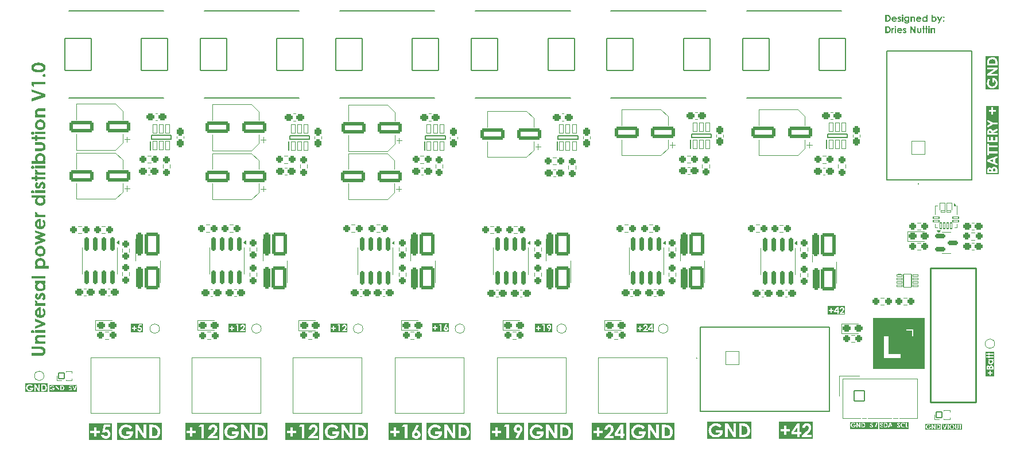
<source format=gbr>
%TF.GenerationSoftware,KiCad,Pcbnew,8.0.6*%
%TF.CreationDate,2025-03-19T11:29:43+02:00*%
%TF.ProjectId,UPD_PCB,5550445f-5043-4422-9e6b-696361645f70,1.1*%
%TF.SameCoordinates,Original*%
%TF.FileFunction,Legend,Top*%
%TF.FilePolarity,Positive*%
%FSLAX46Y46*%
G04 Gerber Fmt 4.6, Leading zero omitted, Abs format (unit mm)*
G04 Created by KiCad (PCBNEW 8.0.6) date 2025-03-19 11:29:43*
%MOMM*%
%LPD*%
G01*
G04 APERTURE LIST*
G04 Aperture macros list*
%AMRoundRect*
0 Rectangle with rounded corners*
0 $1 Rounding radius*
0 $2 $3 $4 $5 $6 $7 $8 $9 X,Y pos of 4 corners*
0 Add a 4 corners polygon primitive as box body*
4,1,4,$2,$3,$4,$5,$6,$7,$8,$9,$2,$3,0*
0 Add four circle primitives for the rounded corners*
1,1,$1+$1,$2,$3*
1,1,$1+$1,$4,$5*
1,1,$1+$1,$6,$7*
1,1,$1+$1,$8,$9*
0 Add four rect primitives between the rounded corners*
20,1,$1+$1,$2,$3,$4,$5,0*
20,1,$1+$1,$4,$5,$6,$7,0*
20,1,$1+$1,$6,$7,$8,$9,0*
20,1,$1+$1,$8,$9,$2,$3,0*%
G04 Aperture macros list end*
%ADD10C,0.250000*%
%ADD11C,0.300000*%
%ADD12C,0.125000*%
%ADD13C,0.120000*%
%ADD14C,0.100000*%
%ADD15C,0.200000*%
%ADD16C,0.000000*%
%ADD17C,0.254000*%
%ADD18RoundRect,0.262500X-0.275000X-0.262500X0.275000X-0.262500X0.275000X0.262500X-0.275000X0.262500X0*%
%ADD19RoundRect,0.050000X0.400000X-0.150000X0.400000X0.150000X-0.400000X0.150000X-0.400000X-0.150000X0*%
%ADD20RoundRect,0.050000X-0.600000X-0.950000X0.600000X-0.950000X0.600000X0.950000X-0.600000X0.950000X0*%
%ADD21C,2.200000*%
%ADD22RoundRect,0.262500X0.262500X-0.325000X0.262500X0.325000X-0.262500X0.325000X-0.262500X-0.325000X0*%
%ADD23RoundRect,0.262500X-0.262500X0.275000X-0.262500X-0.275000X0.262500X-0.275000X0.262500X0.275000X0*%
%ADD24RoundRect,0.265625X1.534375X0.584375X-1.534375X0.584375X-1.534375X-0.584375X1.534375X-0.584375X0*%
%ADD25RoundRect,0.175000X-0.175000X0.850000X-0.175000X-0.850000X0.175000X-0.850000X0.175000X0.850000X0*%
%ADD26RoundRect,0.050000X0.300000X0.625000X-0.300000X0.625000X-0.300000X-0.625000X0.300000X-0.625000X0*%
%ADD27RoundRect,0.262500X-0.312500X-0.262500X0.312500X-0.262500X0.312500X0.262500X-0.312500X0.262500X0*%
%ADD28C,3.000000*%
%ADD29C,5.100000*%
%ADD30RoundRect,0.262500X0.325000X0.262500X-0.325000X0.262500X-0.325000X-0.262500X0.325000X-0.262500X0*%
%ADD31C,1.100000*%
%ADD32C,2.050000*%
%ADD33RoundRect,0.050000X0.975000X-0.975000X0.975000X0.975000X-0.975000X0.975000X-0.975000X-0.975000X0*%
%ADD34RoundRect,0.050000X0.425000X-0.425000X0.425000X0.425000X-0.425000X0.425000X-0.425000X-0.425000X0*%
%ADD35O,0.950000X0.950000*%
%ADD36RoundRect,0.262500X-0.325000X-0.262500X0.325000X-0.262500X0.325000X0.262500X-0.325000X0.262500X0*%
%ADD37RoundRect,0.050000X-0.400000X0.535000X-0.400000X-0.535000X0.400000X-0.535000X0.400000X0.535000X0*%
%ADD38RoundRect,0.050000X-0.199970X0.000000X0.000000X-0.199970X0.199970X0.000000X0.000000X0.199970X0*%
%ADD39RoundRect,0.050000X-0.300000X0.100000X-0.300000X-0.100000X0.300000X-0.100000X0.300000X0.100000X0*%
%ADD40RoundRect,0.050000X-0.425000X0.150000X-0.425000X-0.150000X0.425000X-0.150000X0.425000X0.150000X0*%
%ADD41RoundRect,0.050000X-0.150000X0.425000X-0.150000X-0.425000X0.150000X-0.425000X0.150000X0.425000X0*%
%ADD42RoundRect,0.262500X0.275000X0.262500X-0.275000X0.262500X-0.275000X-0.262500X0.275000X-0.262500X0*%
%ADD43RoundRect,0.050000X-0.975000X-0.975000X0.975000X-0.975000X0.975000X0.975000X-0.975000X0.975000X0*%
%ADD44RoundRect,0.255600X-0.809400X1.444400X-0.809400X-1.444400X0.809400X-1.444400X0.809400X1.444400X0*%
%ADD45RoundRect,0.237500X-0.237500X1.477500X-0.237500X-1.477500X0.237500X-1.477500X0.237500X1.477500X0*%
%ADD46RoundRect,0.235000X-0.235000X1.390000X-0.235000X-1.390000X0.235000X-1.390000X0.235000X1.390000X0*%
%ADD47RoundRect,0.050000X1.950000X2.375000X-1.950000X2.375000X-1.950000X-2.375000X1.950000X-2.375000X0*%
%ADD48RoundRect,0.050000X0.762000X-0.762000X0.762000X0.762000X-0.762000X0.762000X-0.762000X-0.762000X0*%
%ADD49C,1.624000*%
%ADD50RoundRect,0.175000X-0.612500X-0.175000X0.612500X-0.175000X0.612500X0.175000X-0.612500X0.175000X0*%
%ADD51C,2.500000*%
G04 APERTURE END LIST*
D10*
G36*
X148479012Y-98555000D02*
G01*
X145953890Y-98555000D01*
X145953890Y-97851632D01*
X146078890Y-97851632D01*
X146078890Y-98023579D01*
X146336566Y-98023579D01*
X146336566Y-98273684D01*
X146508269Y-98273684D01*
X146508269Y-98023579D01*
X146765212Y-98023579D01*
X146765212Y-97851632D01*
X146508269Y-97851632D01*
X146508269Y-97601528D01*
X146336566Y-97601528D01*
X146336566Y-97851632D01*
X146078890Y-97851632D01*
X145953890Y-97851632D01*
X145953890Y-97585896D01*
X146960362Y-97585896D01*
X147168457Y-97585896D01*
X147168457Y-98430000D01*
X147359455Y-98430000D01*
X147359455Y-98339141D01*
X147654012Y-98339141D01*
X147654012Y-98430000D01*
X148354012Y-98430000D01*
X148354012Y-98258053D01*
X147993998Y-98258053D01*
X148107327Y-98138374D01*
X148132088Y-98112101D01*
X148170036Y-98069802D01*
X148203834Y-98029364D01*
X148238914Y-97983294D01*
X148268017Y-97939902D01*
X148294417Y-97892665D01*
X148314402Y-97847811D01*
X148331232Y-97798180D01*
X148341651Y-97750289D01*
X148345708Y-97698492D01*
X148340715Y-97646727D01*
X148325736Y-97595538D01*
X148303454Y-97549504D01*
X148298061Y-97540450D01*
X148267779Y-97499243D01*
X148231963Y-97464811D01*
X148190614Y-97437152D01*
X148177233Y-97430212D01*
X148129873Y-97412008D01*
X148078267Y-97401390D01*
X148028192Y-97398318D01*
X148018933Y-97398411D01*
X147965581Y-97402911D01*
X147916007Y-97414159D01*
X147870212Y-97432157D01*
X147821559Y-97461684D01*
X147783949Y-97494305D01*
X147766903Y-97512932D01*
X147737422Y-97553959D01*
X147714090Y-97600018D01*
X147696905Y-97651108D01*
X147685868Y-97707231D01*
X147681367Y-97757843D01*
X147868946Y-97757843D01*
X147871968Y-97724704D01*
X147885741Y-97675291D01*
X147912909Y-97632302D01*
X147923549Y-97621426D01*
X147965838Y-97594779D01*
X148015980Y-97585896D01*
X148023526Y-97586043D01*
X148074584Y-97596512D01*
X148115875Y-97623510D01*
X148118265Y-97625880D01*
X148146177Y-97669126D01*
X148154710Y-97718764D01*
X148152359Y-97747325D01*
X148138511Y-97797319D01*
X148117096Y-97843084D01*
X148103564Y-97865617D01*
X148074198Y-97906184D01*
X148040713Y-97946238D01*
X148006226Y-97983957D01*
X147966399Y-98024801D01*
X147654012Y-98339141D01*
X147359455Y-98339141D01*
X147359455Y-97413949D01*
X147071737Y-97413949D01*
X146960362Y-97585896D01*
X145953890Y-97585896D01*
X145953890Y-97273318D01*
X148479012Y-97273318D01*
X148479012Y-98555000D01*
G37*
D11*
G36*
X158622367Y-113384707D02*
G01*
X158718667Y-113403440D01*
X158802930Y-113459860D01*
X158807529Y-113464599D01*
X158861247Y-113550542D01*
X158877669Y-113648415D01*
X158877593Y-113655612D01*
X158858374Y-113754295D01*
X158800488Y-113840390D01*
X158716224Y-113897177D01*
X158616817Y-113916106D01*
X158521563Y-113896810D01*
X158439009Y-113838925D01*
X158434320Y-113834066D01*
X158379549Y-113746718D01*
X158362805Y-113648415D01*
X158362876Y-113641370D01*
X158381001Y-113544612D01*
X158435589Y-113459860D01*
X158516922Y-113403440D01*
X158615352Y-113384633D01*
X158622367Y-113384707D01*
G37*
G36*
X159476513Y-114513485D02*
G01*
X154535558Y-114513485D01*
X154535558Y-113103265D01*
X154757780Y-113103265D01*
X154757780Y-113447159D01*
X155273133Y-113447159D01*
X155273133Y-113947369D01*
X155616538Y-113947369D01*
X155616538Y-113447159D01*
X156130425Y-113447159D01*
X156130425Y-113103265D01*
X155616538Y-113103265D01*
X155616538Y-112603056D01*
X155273133Y-112603056D01*
X155273133Y-113103265D01*
X154757780Y-113103265D01*
X154535558Y-113103265D01*
X154535558Y-112571793D01*
X156520725Y-112571793D01*
X156936915Y-112571793D01*
X156936915Y-114260000D01*
X157318911Y-114260000D01*
X157318911Y-113671863D01*
X157986182Y-113671863D01*
X157989022Y-113731817D01*
X158007655Y-113832585D01*
X158043679Y-113928072D01*
X158097093Y-114018275D01*
X158167899Y-114103196D01*
X158227068Y-114157375D01*
X158317399Y-114217799D01*
X158416471Y-114260224D01*
X158524286Y-114284651D01*
X158623656Y-114291263D01*
X158687678Y-114288446D01*
X158793987Y-114269963D01*
X158893003Y-114234230D01*
X158984725Y-114181246D01*
X159069155Y-114111011D01*
X159112546Y-114064712D01*
X159174560Y-113977738D01*
X159218855Y-113883190D01*
X159245432Y-113781069D01*
X159254291Y-113671374D01*
X159251475Y-113605581D01*
X159232992Y-113497055D01*
X159197259Y-113396945D01*
X159144275Y-113305248D01*
X159074040Y-113221967D01*
X159027893Y-113179492D01*
X158941333Y-113118788D01*
X158847386Y-113075427D01*
X158746053Y-113049411D01*
X158637334Y-113040739D01*
X158990509Y-112358813D01*
X158663712Y-112196636D01*
X158144452Y-113197543D01*
X158138173Y-113209596D01*
X158093095Y-113298943D01*
X158049627Y-113392938D01*
X158014515Y-113485750D01*
X157994178Y-113573355D01*
X157988085Y-113648415D01*
X157986182Y-113671863D01*
X157318911Y-113671863D01*
X157318911Y-112227899D01*
X156743475Y-112227899D01*
X156520725Y-112571793D01*
X154535558Y-112571793D01*
X154535558Y-111974414D01*
X159476513Y-111974414D01*
X159476513Y-114513485D01*
G37*
D12*
G36*
X224466478Y-112051124D02*
G01*
X224503386Y-112053041D01*
X224543225Y-112058955D01*
X224578207Y-112068813D01*
X224612881Y-112085297D01*
X224640945Y-112107147D01*
X224665527Y-112136946D01*
X224684072Y-112171587D01*
X224695161Y-112205135D01*
X224701815Y-112242240D01*
X224704033Y-112282905D01*
X224703619Y-112300923D01*
X224699659Y-112338828D01*
X224691507Y-112373081D01*
X224677533Y-112406858D01*
X224661505Y-112432846D01*
X224638610Y-112458403D01*
X224609487Y-112478494D01*
X224585540Y-112487769D01*
X224551013Y-112495036D01*
X224513579Y-112498680D01*
X224475617Y-112499695D01*
X224413042Y-112499695D01*
X224413042Y-112051069D01*
X224458691Y-112051069D01*
X224466478Y-112051124D01*
G37*
G36*
X226760105Y-112894793D02*
G01*
X222621290Y-112894793D01*
X222621290Y-112817015D01*
X225141374Y-112817015D01*
X225217285Y-112817015D01*
X225217285Y-112444984D01*
X225494769Y-112444984D01*
X225500513Y-112467285D01*
X225513932Y-112503380D01*
X225531639Y-112535745D01*
X225553632Y-112564379D01*
X225579912Y-112589283D01*
X225596550Y-112601625D01*
X225627568Y-112619263D01*
X225661008Y-112631862D01*
X225696870Y-112639422D01*
X225735153Y-112641942D01*
X225747664Y-112641663D01*
X225783762Y-112637486D01*
X225817708Y-112628295D01*
X225849503Y-112614092D01*
X225879145Y-112594876D01*
X225906636Y-112570647D01*
X225915166Y-112561608D01*
X225937453Y-112532959D01*
X225954788Y-112502014D01*
X225967170Y-112468773D01*
X225974599Y-112433236D01*
X225977076Y-112395403D01*
X225975519Y-112364141D01*
X225969540Y-112329006D01*
X225956898Y-112291298D01*
X225938152Y-112257124D01*
X225913304Y-112226484D01*
X225892631Y-112207472D01*
X225861011Y-112186269D01*
X225826266Y-112171382D01*
X225788395Y-112162810D01*
X225753447Y-112160490D01*
X225731221Y-112162200D01*
X225707798Y-112167500D01*
X225736692Y-112040127D01*
X225967501Y-112040127D01*
X225967501Y-111919764D01*
X226047173Y-111919764D01*
X226297644Y-112631000D01*
X226427411Y-112631000D01*
X226682327Y-111919764D01*
X226543841Y-111919764D01*
X226363468Y-112424981D01*
X226185659Y-111919764D01*
X226047173Y-111919764D01*
X225967501Y-111919764D01*
X225636161Y-111919764D01*
X225550505Y-112309918D01*
X225660097Y-112334196D01*
X225673094Y-112321981D01*
X225702156Y-112302395D01*
X225711547Y-112298265D01*
X225745753Y-112291795D01*
X225753403Y-112292063D01*
X225788405Y-112301424D01*
X225816193Y-112322228D01*
X225824566Y-112332102D01*
X225840461Y-112364191D01*
X225845258Y-112399848D01*
X225844158Y-112417501D01*
X225834228Y-112451503D01*
X225813970Y-112479691D01*
X225803912Y-112488606D01*
X225772197Y-112505529D01*
X225738060Y-112510637D01*
X225710982Y-112507462D01*
X225679246Y-112494053D01*
X225656495Y-112474926D01*
X225636161Y-112444984D01*
X225494769Y-112444984D01*
X225217285Y-112444984D01*
X225217285Y-111908822D01*
X225141374Y-111908822D01*
X225141374Y-112817015D01*
X222621290Y-112817015D01*
X222621290Y-112271792D01*
X222699068Y-112271792D01*
X222699264Y-112284369D01*
X222702209Y-112321458D01*
X222708689Y-112357586D01*
X222718703Y-112392753D01*
X222732251Y-112426957D01*
X222749333Y-112460200D01*
X222755756Y-112470964D01*
X222776710Y-112501372D01*
X222800187Y-112528955D01*
X222826189Y-112553713D01*
X222854716Y-112575646D01*
X222885767Y-112594754D01*
X222896652Y-112600468D01*
X222930422Y-112615398D01*
X222965863Y-112627011D01*
X223002975Y-112635306D01*
X223041758Y-112640283D01*
X223082212Y-112641942D01*
X223119876Y-112640421D01*
X223155678Y-112635859D01*
X223177365Y-112631000D01*
X223553918Y-112631000D01*
X223688642Y-112631000D01*
X223688642Y-112164422D01*
X223991601Y-112631000D01*
X224120854Y-112631000D01*
X224120854Y-112499695D01*
X224278831Y-112499695D01*
X224278831Y-112631000D01*
X224440910Y-112631000D01*
X224481920Y-112630574D01*
X224518932Y-112629296D01*
X224558067Y-112626640D01*
X224596448Y-112621991D01*
X224634277Y-112613561D01*
X224648088Y-112608765D01*
X224681541Y-112592967D01*
X224710335Y-112574095D01*
X224737885Y-112550815D01*
X224757839Y-112529797D01*
X224780585Y-112499481D01*
X224798056Y-112469422D01*
X224812941Y-112436436D01*
X224816233Y-112427771D01*
X224827276Y-112392070D01*
X224834922Y-112354703D01*
X224838824Y-112320639D01*
X224840125Y-112285298D01*
X224839698Y-112263883D01*
X224837090Y-112229327D01*
X224830831Y-112189733D01*
X224821158Y-112152182D01*
X224808071Y-112116675D01*
X224791570Y-112083212D01*
X224775749Y-112057350D01*
X224755056Y-112029412D01*
X224728560Y-112001088D01*
X224699527Y-111977361D01*
X224667958Y-111958233D01*
X224658266Y-111953574D01*
X224625472Y-111941403D01*
X224587100Y-111931936D01*
X224550863Y-111926113D01*
X224510751Y-111922169D01*
X224475874Y-111920365D01*
X224438517Y-111919764D01*
X224278831Y-111919764D01*
X224278831Y-112499695D01*
X224120854Y-112499695D01*
X224120854Y-111919764D01*
X223986301Y-111919764D01*
X223986301Y-112387880D01*
X223682829Y-111919764D01*
X223553918Y-111919764D01*
X223553918Y-112631000D01*
X223177365Y-112631000D01*
X223189616Y-112628255D01*
X223226856Y-112615541D01*
X223261559Y-112598686D01*
X223284798Y-112584221D01*
X223314990Y-112560787D01*
X223342450Y-112533638D01*
X223367177Y-112502775D01*
X223386196Y-112473365D01*
X223400037Y-112447432D01*
X223413549Y-112415696D01*
X223425043Y-112377820D01*
X223431940Y-112339027D01*
X223434239Y-112299318D01*
X223433213Y-112269911D01*
X223077424Y-112269911D01*
X223077424Y-112401216D01*
X223282247Y-112401216D01*
X223278499Y-112408151D01*
X223257595Y-112439323D01*
X223233085Y-112464652D01*
X223204968Y-112484136D01*
X223192698Y-112490347D01*
X223159009Y-112502252D01*
X223125005Y-112508540D01*
X223087512Y-112510637D01*
X223074245Y-112510365D01*
X223036039Y-112506298D01*
X223000226Y-112497350D01*
X222966804Y-112483522D01*
X222935775Y-112464813D01*
X222907138Y-112441223D01*
X222898298Y-112432427D01*
X222875199Y-112404603D01*
X222857233Y-112374628D01*
X222844400Y-112342501D01*
X222836701Y-112308222D01*
X222834134Y-112271792D01*
X222835854Y-112242314D01*
X222844040Y-112203430D01*
X222858967Y-112167328D01*
X222880635Y-112134007D01*
X222904574Y-112107660D01*
X222913512Y-112099483D01*
X222941920Y-112078115D01*
X222972721Y-112061495D01*
X223005914Y-112049624D01*
X223041499Y-112042501D01*
X223079476Y-112040127D01*
X223094320Y-112040491D01*
X223130412Y-112044586D01*
X223165052Y-112053230D01*
X223198239Y-112066425D01*
X223229974Y-112084169D01*
X223260256Y-112106462D01*
X223289085Y-112133306D01*
X223383803Y-112040640D01*
X223371597Y-112027955D01*
X223342930Y-112001173D01*
X223314002Y-111978335D01*
X223284811Y-111959440D01*
X223251130Y-111942674D01*
X223225727Y-111932922D01*
X223189180Y-111922046D01*
X223151488Y-111914409D01*
X223112651Y-111910012D01*
X223078450Y-111908822D01*
X223035377Y-111910727D01*
X222994376Y-111916441D01*
X222955448Y-111925965D01*
X222918593Y-111939298D01*
X222883812Y-111956440D01*
X222851103Y-111977392D01*
X222820467Y-112002153D01*
X222791905Y-112030724D01*
X222780663Y-112043687D01*
X222755731Y-112077322D01*
X222735332Y-112112709D01*
X222719467Y-112149850D01*
X222708134Y-112188744D01*
X222701334Y-112229391D01*
X222699068Y-112271792D01*
X222621290Y-112271792D01*
X222621290Y-111831044D01*
X226760105Y-111831044D01*
X226760105Y-112894793D01*
G37*
D11*
G36*
X188787299Y-113509685D02*
G01*
X188325680Y-113509685D01*
X188787299Y-112826294D01*
X188787299Y-113509685D01*
G37*
G36*
X189565906Y-114482222D02*
G01*
X184535558Y-114482222D01*
X184535558Y-114078283D01*
X186340963Y-114078283D01*
X186340963Y-114260000D01*
X187740963Y-114260000D01*
X187740963Y-113916106D01*
X187020935Y-113916106D01*
X187247592Y-113676748D01*
X187297114Y-113624203D01*
X187373011Y-113539605D01*
X187430271Y-113471095D01*
X187905094Y-113471095D01*
X187905094Y-113509685D01*
X187905094Y-113853579D01*
X188787299Y-113853579D01*
X188787299Y-114260000D01*
X189163433Y-114260000D01*
X189163433Y-113853579D01*
X189343684Y-113853579D01*
X189343684Y-113509685D01*
X189163433Y-113509685D01*
X189163433Y-112196636D01*
X188778995Y-112196636D01*
X187905094Y-113471095D01*
X187430271Y-113471095D01*
X187440607Y-113458728D01*
X187510766Y-113366588D01*
X187568972Y-113279805D01*
X187621772Y-113185331D01*
X187661743Y-113095622D01*
X187695403Y-112996360D01*
X187716240Y-112900579D01*
X187724354Y-112796985D01*
X187714368Y-112693454D01*
X187684411Y-112591077D01*
X187639846Y-112499009D01*
X187629061Y-112480900D01*
X187568497Y-112398487D01*
X187496865Y-112329622D01*
X187414166Y-112274305D01*
X187387405Y-112260425D01*
X187292685Y-112224017D01*
X187189473Y-112202780D01*
X187089323Y-112196636D01*
X187070804Y-112196823D01*
X186964100Y-112205822D01*
X186864953Y-112228319D01*
X186773362Y-112264315D01*
X186676056Y-112323369D01*
X186600837Y-112388611D01*
X186566745Y-112425864D01*
X186507783Y-112507918D01*
X186461118Y-112600036D01*
X186426748Y-112702217D01*
X186404675Y-112814462D01*
X186395673Y-112915687D01*
X186770830Y-112915687D01*
X186776874Y-112849409D01*
X186804420Y-112750583D01*
X186858757Y-112664605D01*
X186880037Y-112642852D01*
X186964614Y-112589558D01*
X187064898Y-112571793D01*
X187079990Y-112572087D01*
X187182107Y-112593024D01*
X187264689Y-112647020D01*
X187269467Y-112651761D01*
X187325292Y-112738253D01*
X187342358Y-112837529D01*
X187337657Y-112894651D01*
X187309961Y-112994638D01*
X187267131Y-113086168D01*
X187240067Y-113131234D01*
X187181334Y-113212368D01*
X187114365Y-113292477D01*
X187045391Y-113367914D01*
X186965736Y-113449602D01*
X186340963Y-114078283D01*
X184535558Y-114078283D01*
X184535558Y-113103265D01*
X184757780Y-113103265D01*
X184757780Y-113447159D01*
X185273133Y-113447159D01*
X185273133Y-113947369D01*
X185616538Y-113947369D01*
X185616538Y-113447159D01*
X186130425Y-113447159D01*
X186130425Y-113103265D01*
X185616538Y-113103265D01*
X185616538Y-112603056D01*
X185273133Y-112603056D01*
X185273133Y-113103265D01*
X184757780Y-113103265D01*
X184535558Y-113103265D01*
X184535558Y-111974414D01*
X189565906Y-111974414D01*
X189565906Y-114482222D01*
G37*
D10*
G36*
X178274598Y-97595544D02*
G01*
X178315875Y-97624487D01*
X178318219Y-97626916D01*
X178345605Y-97670659D01*
X178353977Y-97719986D01*
X178344879Y-97771399D01*
X178317585Y-97813775D01*
X178276919Y-97842168D01*
X178227704Y-97851632D01*
X178224196Y-97851595D01*
X178176046Y-97842168D01*
X178133914Y-97813775D01*
X178131615Y-97811391D01*
X178104756Y-97768312D01*
X178096545Y-97719497D01*
X178096583Y-97715944D01*
X178106132Y-97667107D01*
X178134891Y-97624242D01*
X178177206Y-97595483D01*
X178226971Y-97585896D01*
X178274598Y-97595544D01*
G37*
G36*
X178667288Y-98570631D02*
G01*
X176153890Y-98570631D01*
X176153890Y-97851632D01*
X176278890Y-97851632D01*
X176278890Y-98023579D01*
X176536566Y-98023579D01*
X176536566Y-98273684D01*
X176708269Y-98273684D01*
X176708269Y-98023579D01*
X176965212Y-98023579D01*
X176965212Y-97851632D01*
X176708269Y-97851632D01*
X176708269Y-97601528D01*
X176536566Y-97601528D01*
X176536566Y-97851632D01*
X176278890Y-97851632D01*
X176153890Y-97851632D01*
X176153890Y-97585896D01*
X177160362Y-97585896D01*
X177368457Y-97585896D01*
X177368457Y-98430000D01*
X177559455Y-98430000D01*
X177559455Y-97708506D01*
X177908234Y-97708506D01*
X177908703Y-97719497D01*
X177909638Y-97741403D01*
X177918855Y-97795666D01*
X177936673Y-97845721D01*
X177963093Y-97891569D01*
X177998115Y-97933210D01*
X178021246Y-97954390D01*
X178064608Y-97984660D01*
X178111640Y-98006282D01*
X178162341Y-98019255D01*
X178216713Y-98023579D01*
X178040125Y-98363565D01*
X178203524Y-98445631D01*
X178463154Y-97944445D01*
X178466293Y-97938434D01*
X178488832Y-97893901D01*
X178510566Y-97847123D01*
X178528122Y-97801074D01*
X178538290Y-97757447D01*
X178542288Y-97708262D01*
X178540865Y-97678174D01*
X178531523Y-97627651D01*
X178513463Y-97579840D01*
X178486684Y-97534740D01*
X178451186Y-97492351D01*
X178421672Y-97465261D01*
X178376585Y-97435050D01*
X178327104Y-97413837D01*
X178273228Y-97401624D01*
X178223551Y-97398318D01*
X178191537Y-97399726D01*
X178138357Y-97408967D01*
X178088801Y-97426834D01*
X178042868Y-97453326D01*
X178000558Y-97488443D01*
X177978919Y-97511543D01*
X177947995Y-97554999D01*
X177925905Y-97602311D01*
X177912652Y-97653480D01*
X177908234Y-97708506D01*
X177559455Y-97708506D01*
X177559455Y-97413949D01*
X177271737Y-97413949D01*
X177160362Y-97585896D01*
X176153890Y-97585896D01*
X176153890Y-97273318D01*
X178667288Y-97273318D01*
X178667288Y-98570631D01*
G37*
D12*
G36*
X237653373Y-112291801D02*
G01*
X237692441Y-112299768D01*
X237728696Y-112314297D01*
X237762136Y-112335387D01*
X237788558Y-112358686D01*
X237811625Y-112385402D01*
X237832505Y-112419274D01*
X237846889Y-112456059D01*
X237854047Y-112489907D01*
X237856434Y-112525895D01*
X237854065Y-112561981D01*
X237846961Y-112595867D01*
X237832686Y-112632620D01*
X237811964Y-112666379D01*
X237789071Y-112692933D01*
X237767332Y-112712437D01*
X237734583Y-112734190D01*
X237699134Y-112749463D01*
X237660985Y-112758256D01*
X237626137Y-112760637D01*
X237605279Y-112759822D01*
X237570216Y-112754475D01*
X237536987Y-112744137D01*
X237505590Y-112728809D01*
X237476025Y-112708491D01*
X237460993Y-112695534D01*
X237435363Y-112667088D01*
X237415648Y-112635263D01*
X237401848Y-112600061D01*
X237393962Y-112561480D01*
X237391908Y-112526750D01*
X237391973Y-112520352D01*
X237395107Y-112483447D01*
X237402941Y-112449078D01*
X237415475Y-112417245D01*
X237436039Y-112383313D01*
X237458757Y-112356976D01*
X237484926Y-112334258D01*
X237518236Y-112313694D01*
X237554541Y-112299528D01*
X237588042Y-112292477D01*
X237623743Y-112290127D01*
X237653373Y-112291801D01*
G37*
G36*
X239139721Y-112969720D02*
G01*
X236199235Y-112969720D01*
X236199235Y-112169764D01*
X236277013Y-112169764D01*
X236527484Y-112881000D01*
X236657250Y-112881000D01*
X237007055Y-112881000D01*
X237140753Y-112881000D01*
X237140753Y-112525211D01*
X237256329Y-112525211D01*
X237256398Y-112526750D01*
X237257974Y-112561932D01*
X237262911Y-112597382D01*
X237271139Y-112631560D01*
X237282658Y-112664466D01*
X237297469Y-112696101D01*
X237315570Y-112726464D01*
X237336963Y-112755556D01*
X237361646Y-112783376D01*
X237388817Y-112808821D01*
X237417671Y-112830873D01*
X237448208Y-112849533D01*
X237480428Y-112864800D01*
X237514331Y-112876674D01*
X237549916Y-112885156D01*
X237587185Y-112890245D01*
X237626137Y-112891942D01*
X237663424Y-112890288D01*
X237699291Y-112885327D01*
X237733736Y-112877059D01*
X237766760Y-112865484D01*
X237798363Y-112850602D01*
X237828544Y-112832412D01*
X237857304Y-112810915D01*
X237884644Y-112786111D01*
X237909608Y-112758919D01*
X237931244Y-112730257D01*
X237949551Y-112700127D01*
X237964529Y-112668527D01*
X237976179Y-112635457D01*
X237984501Y-112600919D01*
X237986038Y-112589838D01*
X238108785Y-112589838D01*
X238109167Y-112620158D01*
X238111173Y-112661371D01*
X238114897Y-112697463D01*
X238121416Y-112733098D01*
X238133234Y-112768672D01*
X238138134Y-112778423D01*
X238158570Y-112808690D01*
X238185318Y-112835518D01*
X238214787Y-112856722D01*
X238240719Y-112870445D01*
X238276849Y-112883137D01*
X238311598Y-112889740D01*
X238348827Y-112891942D01*
X238380678Y-112890481D01*
X238416521Y-112884729D01*
X238451751Y-112873477D01*
X238475834Y-112861522D01*
X238505379Y-112840701D01*
X238529884Y-112816715D01*
X238543647Y-112799821D01*
X238562369Y-112770212D01*
X238575704Y-112737214D01*
X238582615Y-112701209D01*
X238585840Y-112665380D01*
X238587416Y-112627368D01*
X238587843Y-112589838D01*
X238587843Y-112301069D01*
X238671106Y-112301069D01*
X238796598Y-112301069D01*
X238796598Y-112881000D01*
X238933203Y-112881000D01*
X238933203Y-112301069D01*
X239061943Y-112301069D01*
X239061943Y-112169764D01*
X238671106Y-112169764D01*
X238671106Y-112301069D01*
X238587843Y-112301069D01*
X238587843Y-112169764D01*
X238452606Y-112169764D01*
X238452606Y-112607448D01*
X238452257Y-112632328D01*
X238449807Y-112669636D01*
X238442690Y-112703191D01*
X238433121Y-112720686D01*
X238407128Y-112744394D01*
X238380906Y-112756053D01*
X238345921Y-112760637D01*
X238322054Y-112758593D01*
X238288475Y-112746104D01*
X238274924Y-112736070D01*
X238254281Y-112707294D01*
X238250284Y-112694961D01*
X238245235Y-112660479D01*
X238244023Y-112624203D01*
X238244023Y-112169764D01*
X238108785Y-112169764D01*
X238108785Y-112589838D01*
X237986038Y-112589838D01*
X237989494Y-112564911D01*
X237991158Y-112527434D01*
X237989470Y-112489614D01*
X237984405Y-112453265D01*
X237975963Y-112418384D01*
X237964145Y-112384973D01*
X237948950Y-112353031D01*
X237930378Y-112322558D01*
X237908430Y-112293555D01*
X237883105Y-112266020D01*
X237855475Y-112240896D01*
X237826524Y-112219121D01*
X237796255Y-112200697D01*
X237764665Y-112185622D01*
X237731756Y-112173897D01*
X237697528Y-112165522D01*
X237661979Y-112160497D01*
X237625111Y-112158822D01*
X237612789Y-112159015D01*
X237576438Y-112161900D01*
X237541013Y-112168247D01*
X237506514Y-112178056D01*
X237472941Y-112191328D01*
X237440293Y-112208062D01*
X237429708Y-112214331D01*
X237399677Y-112234776D01*
X237372230Y-112257672D01*
X237347368Y-112283021D01*
X237325090Y-112310823D01*
X237305397Y-112341076D01*
X237299455Y-112351633D01*
X237283930Y-112384065D01*
X237271854Y-112417638D01*
X237263229Y-112452354D01*
X237258054Y-112488211D01*
X237256329Y-112525211D01*
X237140753Y-112525211D01*
X237140753Y-112169764D01*
X237007055Y-112169764D01*
X237007055Y-112881000D01*
X236657250Y-112881000D01*
X236912166Y-112169764D01*
X236773681Y-112169764D01*
X236593307Y-112674981D01*
X236415498Y-112169764D01*
X236277013Y-112169764D01*
X236199235Y-112169764D01*
X236199235Y-112081044D01*
X239139721Y-112081044D01*
X239139721Y-112969720D01*
G37*
D11*
G36*
X101877899Y-102033112D02*
G01*
X101877899Y-101646720D01*
X103176294Y-101646720D01*
X103279941Y-101643256D01*
X103378462Y-101628831D01*
X103413698Y-101617411D01*
X103495914Y-101558430D01*
X103524584Y-101519713D01*
X103560267Y-101423772D01*
X103566106Y-101355582D01*
X103553009Y-101255623D01*
X103519699Y-101180704D01*
X103451960Y-101106439D01*
X103401974Y-101079099D01*
X103306104Y-101058763D01*
X103199509Y-101051763D01*
X103128422Y-101050767D01*
X101877899Y-101050767D01*
X101877899Y-100664375D01*
X103078108Y-100664375D01*
X103185339Y-100665594D01*
X103293945Y-100670099D01*
X103396313Y-100679311D01*
X103499183Y-100699057D01*
X103593464Y-100737159D01*
X103678060Y-100790648D01*
X103726329Y-100829972D01*
X103794860Y-100899988D01*
X103854348Y-100984400D01*
X103888506Y-101053210D01*
X103920655Y-101153868D01*
X103937089Y-101256276D01*
X103941263Y-101347278D01*
X103934973Y-101453646D01*
X103916106Y-101552930D01*
X103879844Y-101656159D01*
X103840635Y-101730251D01*
X103780051Y-101814447D01*
X103703401Y-101890869D01*
X103616924Y-101949258D01*
X103589064Y-101963258D01*
X103487424Y-101997025D01*
X103385610Y-102015648D01*
X103282490Y-102026290D01*
X103164738Y-102032020D01*
X103078108Y-102033112D01*
X101877899Y-102033112D01*
G37*
G36*
X102409371Y-100268702D02*
G01*
X102409371Y-99895010D01*
X102566175Y-99895010D01*
X102506527Y-99817406D01*
X102451572Y-99730577D01*
X102419630Y-99663468D01*
X102389827Y-99565308D01*
X102378271Y-99465001D01*
X102378108Y-99451465D01*
X102387817Y-99344303D01*
X102416943Y-99245568D01*
X102465486Y-99155259D01*
X102533447Y-99073377D01*
X102617407Y-99010329D01*
X102708907Y-98971609D01*
X102816282Y-98949192D01*
X102923258Y-98942951D01*
X103910000Y-98942951D01*
X103910000Y-99313712D01*
X103256406Y-99313712D01*
X103148107Y-99314857D01*
X103045403Y-99318971D01*
X102940874Y-99329513D01*
X102901765Y-99337648D01*
X102812161Y-99378815D01*
X102767920Y-99421667D01*
X102727428Y-99512088D01*
X102722002Y-99569190D01*
X102738746Y-99669268D01*
X102788978Y-99755177D01*
X102798206Y-99765561D01*
X102875677Y-99827311D01*
X102967707Y-99867403D01*
X103008255Y-99878401D01*
X103109592Y-99890323D01*
X103216982Y-99894215D01*
X103311116Y-99895010D01*
X103910000Y-99895010D01*
X103910000Y-100268702D01*
X102409371Y-100268702D01*
G37*
G36*
X101815373Y-98441277D02*
G01*
X101834812Y-98344294D01*
X101884249Y-98271772D01*
X101965702Y-98216505D01*
X102051311Y-98200942D01*
X102151157Y-98223198D01*
X102216420Y-98271284D01*
X102271323Y-98358524D01*
X102284319Y-98438346D01*
X102264742Y-98536472D01*
X102214954Y-98609316D01*
X102132463Y-98664583D01*
X102045938Y-98680146D01*
X101947586Y-98658044D01*
X101883272Y-98610293D01*
X101830292Y-98527558D01*
X101815373Y-98441277D01*
G37*
G36*
X102409371Y-98629344D02*
G01*
X102409371Y-98253210D01*
X103910000Y-98253210D01*
X103910000Y-98629344D01*
X102409371Y-98629344D01*
G37*
G36*
X102409371Y-98078820D02*
G01*
X102409371Y-97696824D01*
X103294996Y-97319225D01*
X102409371Y-96942602D01*
X102409371Y-96562072D01*
X103910000Y-97198080D01*
X103910000Y-97441346D01*
X102409371Y-98078820D01*
G37*
G36*
X103253475Y-94853349D02*
G01*
X103253475Y-96058443D01*
X103354072Y-96033723D01*
X103448861Y-95986806D01*
X103527027Y-95919225D01*
X103584874Y-95833923D01*
X103618709Y-95733845D01*
X103628632Y-95630041D01*
X103618709Y-95528497D01*
X103588942Y-95434403D01*
X103539330Y-95347758D01*
X103469874Y-95268562D01*
X103616420Y-94952512D01*
X103694058Y-95014549D01*
X103768483Y-95091349D01*
X103829230Y-95175566D01*
X103862128Y-95235833D01*
X103900381Y-95333339D01*
X103923875Y-95428251D01*
X103937476Y-95530916D01*
X103941263Y-95627110D01*
X103935884Y-95733836D01*
X103919748Y-95834192D01*
X103892855Y-95928180D01*
X103846384Y-96032560D01*
X103784423Y-96127769D01*
X103720956Y-96200104D01*
X103634242Y-96275140D01*
X103539697Y-96334651D01*
X103437321Y-96378638D01*
X103327114Y-96407100D01*
X103229293Y-96418959D01*
X103167990Y-96420900D01*
X103064418Y-96415521D01*
X102966499Y-96399385D01*
X102856458Y-96365823D01*
X102754557Y-96316770D01*
X102660797Y-96252227D01*
X102602812Y-96200593D01*
X102526448Y-96113879D01*
X102465883Y-96019334D01*
X102421118Y-95916958D01*
X102392152Y-95806751D01*
X102380083Y-95708930D01*
X102378108Y-95647627D01*
X102379019Y-95629553D01*
X102690739Y-95629553D01*
X102701129Y-95732796D01*
X102732299Y-95826918D01*
X102778667Y-95904570D01*
X102854382Y-95976011D01*
X102938737Y-96025906D01*
X102972107Y-96041835D01*
X102972107Y-95229972D01*
X102878241Y-95272067D01*
X102799855Y-95338026D01*
X102768897Y-95376517D01*
X102721270Y-95463162D01*
X102695624Y-95559699D01*
X102690739Y-95629553D01*
X102379019Y-95629553D01*
X102383511Y-95540480D01*
X102399718Y-95439772D01*
X102426730Y-95345505D01*
X102473407Y-95240885D01*
X102535644Y-95145539D01*
X102599392Y-95073168D01*
X102687354Y-94997966D01*
X102785276Y-94938323D01*
X102893159Y-94894239D01*
X102990670Y-94869388D01*
X103095099Y-94855341D01*
X103183621Y-94851884D01*
X103253475Y-94853349D01*
G37*
G36*
X102409371Y-94647208D02*
G01*
X102409371Y-94325785D01*
X102594019Y-94325785D01*
X102511085Y-94273505D01*
X102440346Y-94197729D01*
X102433307Y-94187055D01*
X102391908Y-94096074D01*
X102378108Y-93997034D01*
X102393886Y-93898559D01*
X102414745Y-93844626D01*
X102723956Y-93961374D01*
X102691550Y-94055965D01*
X102690739Y-94069818D01*
X102728970Y-94163428D01*
X102799183Y-94216364D01*
X102898385Y-94250293D01*
X103001494Y-94266123D01*
X103113102Y-94273864D01*
X103224654Y-94275959D01*
X103298415Y-94274982D01*
X103910000Y-94274982D01*
X103910000Y-94647208D01*
X102409371Y-94647208D01*
G37*
G36*
X102636029Y-92749441D02*
G01*
X102878318Y-92981472D01*
X102802755Y-93059070D01*
X102747800Y-93140395D01*
X102722002Y-93238415D01*
X102747216Y-93335322D01*
X102748869Y-93337578D01*
X102814326Y-93373237D01*
X102869525Y-93350767D01*
X102924780Y-93264729D01*
X102937913Y-93238415D01*
X103006301Y-93101151D01*
X103052864Y-93012570D01*
X103106536Y-92927307D01*
X103174313Y-92844684D01*
X103222212Y-92802686D01*
X103310070Y-92753273D01*
X103408783Y-92726666D01*
X103480621Y-92721598D01*
X103586215Y-92733190D01*
X103681531Y-92767966D01*
X103766569Y-92825925D01*
X103809371Y-92868143D01*
X103867074Y-92947431D01*
X103908290Y-93039235D01*
X103933019Y-93143558D01*
X103941134Y-93245108D01*
X103941263Y-93260397D01*
X103935109Y-93359313D01*
X103911478Y-93469543D01*
X103870125Y-93570534D01*
X103811049Y-93662285D01*
X103734250Y-93744797D01*
X103689204Y-93782588D01*
X103441053Y-93551535D01*
X103507828Y-93475126D01*
X103554382Y-93397173D01*
X103589141Y-93303647D01*
X103597369Y-93239881D01*
X103575902Y-93141456D01*
X103562198Y-93120202D01*
X103480621Y-93074773D01*
X103391277Y-93120957D01*
X103329373Y-93209171D01*
X103314047Y-93238415D01*
X103252009Y-93364445D01*
X103193463Y-93469004D01*
X103130479Y-93555841D01*
X103049043Y-93636653D01*
X102961219Y-93691946D01*
X102867006Y-93721719D01*
X102800648Y-93727390D01*
X102696569Y-93714033D01*
X102602316Y-93673961D01*
X102517890Y-93607176D01*
X102502184Y-93590614D01*
X102442206Y-93507688D01*
X102401857Y-93412784D01*
X102381138Y-93305901D01*
X102378108Y-93241346D01*
X102386016Y-93143288D01*
X102412681Y-93040924D01*
X102445031Y-92967306D01*
X102497573Y-92883599D01*
X102563853Y-92809128D01*
X102636029Y-92749441D01*
G37*
G36*
X103910000Y-91328925D02*
G01*
X103747822Y-91328925D01*
X103811594Y-91404603D01*
X103865759Y-91487424D01*
X103895833Y-91549720D01*
X103926889Y-91649871D01*
X103940153Y-91749231D01*
X103941263Y-91789078D01*
X103933414Y-91894958D01*
X103909870Y-91995341D01*
X103870629Y-92090230D01*
X103815691Y-92179623D01*
X103745057Y-92263520D01*
X103718025Y-92290265D01*
X103630332Y-92362146D01*
X103535049Y-92419156D01*
X103432175Y-92461294D01*
X103321710Y-92488559D01*
X103223858Y-92499920D01*
X103162616Y-92501779D01*
X103058038Y-92496782D01*
X102959542Y-92481791D01*
X102849375Y-92450610D01*
X102747966Y-92405038D01*
X102655316Y-92345074D01*
X102598415Y-92297103D01*
X102523545Y-92217259D01*
X102464166Y-92131232D01*
X102420277Y-92039023D01*
X102391878Y-91940631D01*
X102378969Y-91836057D01*
X102378108Y-91799825D01*
X102383565Y-91723133D01*
X102722002Y-91723133D01*
X102733928Y-91826354D01*
X102769706Y-91918031D01*
X102829336Y-91998164D01*
X102844124Y-92012805D01*
X102927128Y-92073598D01*
X103023490Y-92111876D01*
X103121635Y-92127074D01*
X103156755Y-92128087D01*
X103259606Y-92118814D01*
X103361195Y-92086757D01*
X103449428Y-92031802D01*
X103473293Y-92010851D01*
X103538724Y-91932025D01*
X103579921Y-91842705D01*
X103596884Y-91742890D01*
X103597369Y-91721667D01*
X103585443Y-91616757D01*
X103549665Y-91523678D01*
X103490035Y-91442429D01*
X103475247Y-91427599D01*
X103391575Y-91366033D01*
X103293210Y-91327269D01*
X103192119Y-91311877D01*
X103155778Y-91310851D01*
X103052566Y-91320086D01*
X102951663Y-91352009D01*
X102865262Y-91406735D01*
X102842170Y-91427599D01*
X102778800Y-91506625D01*
X102738901Y-91597768D01*
X102722472Y-91701027D01*
X102722002Y-91723133D01*
X102383565Y-91723133D01*
X102385115Y-91701342D01*
X102408519Y-91599768D01*
X102427934Y-91547278D01*
X102476324Y-91454212D01*
X102535732Y-91373601D01*
X102576922Y-91328925D01*
X102409371Y-91328925D01*
X102409371Y-90955233D01*
X103910000Y-90955233D01*
X103910000Y-91328925D01*
G37*
G36*
X101846636Y-90624528D02*
G01*
X101846636Y-90249860D01*
X103910000Y-90249860D01*
X103910000Y-90624528D01*
X101846636Y-90624528D01*
G37*
G36*
X103263631Y-87589357D02*
G01*
X103377891Y-87609187D01*
X103484560Y-87643888D01*
X103583639Y-87693462D01*
X103675127Y-87757908D01*
X103718025Y-87795708D01*
X103793891Y-87877791D01*
X103854060Y-87965403D01*
X103898533Y-88058546D01*
X103927310Y-88157218D01*
X103940391Y-88261420D01*
X103941263Y-88297383D01*
X103933684Y-88399261D01*
X103910950Y-88495334D01*
X103895345Y-88537718D01*
X103848046Y-88627968D01*
X103787356Y-88710846D01*
X103744403Y-88759002D01*
X104441472Y-88759002D01*
X104441472Y-89131228D01*
X102409371Y-89131228D01*
X102409371Y-88759002D01*
X102576922Y-88759002D01*
X102509259Y-88680462D01*
X102455747Y-88597252D01*
X102427934Y-88539183D01*
X102395674Y-88440393D01*
X102384134Y-88364305D01*
X102722002Y-88364305D01*
X102733737Y-88469215D01*
X102768943Y-88562295D01*
X102827618Y-88643543D01*
X102842170Y-88658374D01*
X102924220Y-88719940D01*
X103020772Y-88758704D01*
X103120069Y-88774096D01*
X103155778Y-88775122D01*
X103260835Y-88765887D01*
X103363608Y-88733963D01*
X103451688Y-88679238D01*
X103475247Y-88658374D01*
X103539647Y-88579491D01*
X103580195Y-88488777D01*
X103596892Y-88386234D01*
X103597369Y-88364305D01*
X103585252Y-88262439D01*
X103548902Y-88171162D01*
X103488318Y-88090476D01*
X103473293Y-88075610D01*
X103389068Y-88013529D01*
X103291485Y-87974440D01*
X103192240Y-87958920D01*
X103156755Y-87957885D01*
X103055003Y-87967004D01*
X102954634Y-87998527D01*
X102867623Y-88052565D01*
X102844124Y-88073168D01*
X102779724Y-88151135D01*
X102739176Y-88240932D01*
X102722479Y-88342560D01*
X102722002Y-88364305D01*
X102384134Y-88364305D01*
X102379860Y-88336122D01*
X102378108Y-88286147D01*
X102385854Y-88179513D01*
X102409089Y-88079060D01*
X102447815Y-87984790D01*
X102502031Y-87896702D01*
X102571738Y-87814797D01*
X102598415Y-87788869D01*
X102685227Y-87719311D01*
X102780796Y-87664145D01*
X102885124Y-87623370D01*
X102998210Y-87596986D01*
X103099139Y-87585992D01*
X103162616Y-87584193D01*
X103263631Y-87589357D01*
G37*
G36*
X103261779Y-85794596D02*
G01*
X103361919Y-85814288D01*
X103458639Y-85847108D01*
X103551939Y-85893056D01*
X103638524Y-85950362D01*
X103715094Y-86017254D01*
X103781650Y-86093732D01*
X103838192Y-86179797D01*
X103883285Y-86272732D01*
X103915495Y-86370307D01*
X103934821Y-86472522D01*
X103941263Y-86579378D01*
X103935717Y-86677534D01*
X103914422Y-86789275D01*
X103877156Y-86894421D01*
X103823919Y-86992973D01*
X103754710Y-87084931D01*
X103714117Y-87128436D01*
X103640596Y-87193874D01*
X103546074Y-87257759D01*
X103444683Y-87305672D01*
X103336422Y-87337615D01*
X103221292Y-87353586D01*
X103161151Y-87355582D01*
X103055137Y-87349309D01*
X102954775Y-87330490D01*
X102860067Y-87299125D01*
X102771011Y-87255214D01*
X102687608Y-87198756D01*
X102609859Y-87129753D01*
X102580341Y-87098639D01*
X102511614Y-87011822D01*
X102457106Y-86920265D01*
X102416817Y-86823969D01*
X102390748Y-86722932D01*
X102378898Y-86617156D01*
X102378108Y-86580844D01*
X102378479Y-86574982D01*
X102722002Y-86574982D01*
X102733976Y-86678556D01*
X102769897Y-86770682D01*
X102829765Y-86851358D01*
X102844612Y-86866120D01*
X102927664Y-86927171D01*
X103024169Y-86965610D01*
X103122525Y-86980873D01*
X103157732Y-86981891D01*
X103262278Y-86972810D01*
X103364574Y-86941421D01*
X103452273Y-86887611D01*
X103475736Y-86867096D01*
X103539878Y-86789387D01*
X103580264Y-86699752D01*
X103596894Y-86598191D01*
X103597369Y-86576448D01*
X103585347Y-86472310D01*
X103549283Y-86379718D01*
X103489177Y-86298669D01*
X103474270Y-86283845D01*
X103390464Y-86222278D01*
X103292920Y-86183514D01*
X103193383Y-86168123D01*
X103157732Y-86167096D01*
X103054443Y-86176177D01*
X102953273Y-86207566D01*
X102866414Y-86261376D01*
X102843147Y-86281891D01*
X102779262Y-86359838D01*
X102739038Y-86450189D01*
X102722476Y-86552943D01*
X102722002Y-86574982D01*
X102378479Y-86574982D01*
X102384703Y-86476674D01*
X102404487Y-86375680D01*
X102437459Y-86277861D01*
X102483621Y-86183217D01*
X102540835Y-86095075D01*
X102607452Y-86017254D01*
X102683473Y-85949751D01*
X102768897Y-85892568D01*
X102860824Y-85846833D01*
X102956353Y-85814166D01*
X103055485Y-85794565D01*
X103158220Y-85788032D01*
X103261779Y-85794596D01*
G37*
G36*
X102409371Y-85657117D02*
G01*
X102409371Y-85290265D01*
X103263244Y-84989357D01*
X102409371Y-84665491D01*
X102409371Y-84441277D01*
X103253475Y-84123761D01*
X102409371Y-83822854D01*
X102409371Y-83453558D01*
X103910000Y-83998709D01*
X103910000Y-84236601D01*
X103054661Y-84555582D01*
X103910000Y-84883845D01*
X103910000Y-85118806D01*
X102409371Y-85657117D01*
G37*
G36*
X103253475Y-81754117D02*
G01*
X103253475Y-82959211D01*
X103354072Y-82934491D01*
X103448861Y-82887574D01*
X103527027Y-82819993D01*
X103584874Y-82734691D01*
X103618709Y-82634612D01*
X103628632Y-82530809D01*
X103618709Y-82429265D01*
X103588942Y-82335170D01*
X103539330Y-82248525D01*
X103469874Y-82169330D01*
X103616420Y-81853279D01*
X103694058Y-81915317D01*
X103768483Y-81992116D01*
X103829230Y-82076334D01*
X103862128Y-82136601D01*
X103900381Y-82234107D01*
X103923875Y-82329018D01*
X103937476Y-82431684D01*
X103941263Y-82527878D01*
X103935884Y-82634603D01*
X103919748Y-82734960D01*
X103892855Y-82828948D01*
X103846384Y-82933327D01*
X103784423Y-83028536D01*
X103720956Y-83100872D01*
X103634242Y-83175908D01*
X103539697Y-83235419D01*
X103437321Y-83279406D01*
X103327114Y-83307868D01*
X103229293Y-83319727D01*
X103167990Y-83321667D01*
X103064418Y-83316289D01*
X102966499Y-83300153D01*
X102856458Y-83266591D01*
X102754557Y-83217538D01*
X102660797Y-83152995D01*
X102602812Y-83101360D01*
X102526448Y-83014646D01*
X102465883Y-82920102D01*
X102421118Y-82817726D01*
X102392152Y-82707519D01*
X102380083Y-82609698D01*
X102378108Y-82548394D01*
X102379019Y-82530321D01*
X102690739Y-82530321D01*
X102701129Y-82633563D01*
X102732299Y-82727686D01*
X102778667Y-82805338D01*
X102854382Y-82876779D01*
X102938737Y-82926673D01*
X102972107Y-82942602D01*
X102972107Y-82130739D01*
X102878241Y-82172835D01*
X102799855Y-82238794D01*
X102768897Y-82277285D01*
X102721270Y-82363930D01*
X102695624Y-82460467D01*
X102690739Y-82530321D01*
X102379019Y-82530321D01*
X102383511Y-82441247D01*
X102399718Y-82340540D01*
X102426730Y-82246273D01*
X102473407Y-82141653D01*
X102535644Y-82046307D01*
X102599392Y-81973935D01*
X102687354Y-81898733D01*
X102785276Y-81839090D01*
X102893159Y-81795006D01*
X102990670Y-81770155D01*
X103095099Y-81756109D01*
X103183621Y-81752651D01*
X103253475Y-81754117D01*
G37*
G36*
X102409371Y-81547976D02*
G01*
X102409371Y-81226552D01*
X102594019Y-81226552D01*
X102511085Y-81174273D01*
X102440346Y-81098496D01*
X102433307Y-81087822D01*
X102391908Y-80996842D01*
X102378108Y-80897801D01*
X102393886Y-80799327D01*
X102414745Y-80745394D01*
X102723956Y-80862142D01*
X102691550Y-80956733D01*
X102690739Y-80970586D01*
X102728970Y-81064196D01*
X102799183Y-81117131D01*
X102898385Y-81151061D01*
X103001494Y-81166891D01*
X103113102Y-81174632D01*
X103224654Y-81176727D01*
X103298415Y-81175750D01*
X103910000Y-81175750D01*
X103910000Y-81547976D01*
X102409371Y-81547976D01*
G37*
G36*
X103910000Y-78677145D02*
G01*
X103747822Y-78677145D01*
X103811594Y-78752823D01*
X103865759Y-78835645D01*
X103895833Y-78897941D01*
X103926889Y-78998092D01*
X103940153Y-79097452D01*
X103941263Y-79137299D01*
X103933414Y-79243178D01*
X103909870Y-79343562D01*
X103870629Y-79438450D01*
X103815691Y-79527843D01*
X103745057Y-79611741D01*
X103718025Y-79638485D01*
X103630332Y-79710367D01*
X103535049Y-79767377D01*
X103432175Y-79809514D01*
X103321710Y-79836780D01*
X103223858Y-79848140D01*
X103162616Y-79850000D01*
X103058038Y-79845003D01*
X102959542Y-79830012D01*
X102849375Y-79798831D01*
X102747966Y-79753258D01*
X102655316Y-79693295D01*
X102598415Y-79645324D01*
X102523545Y-79565479D01*
X102464166Y-79479453D01*
X102420277Y-79387243D01*
X102391878Y-79288852D01*
X102378969Y-79184277D01*
X102378108Y-79148046D01*
X102383618Y-79071353D01*
X102722002Y-79071353D01*
X102733928Y-79174575D01*
X102769706Y-79266251D01*
X102829336Y-79346384D01*
X102844124Y-79361025D01*
X102927128Y-79421819D01*
X103023490Y-79460096D01*
X103121635Y-79475295D01*
X103156755Y-79476308D01*
X103259606Y-79467034D01*
X103361195Y-79434977D01*
X103449428Y-79380023D01*
X103473293Y-79359071D01*
X103538724Y-79280246D01*
X103579921Y-79190925D01*
X103596884Y-79091110D01*
X103597369Y-79069888D01*
X103585443Y-78964978D01*
X103549665Y-78871898D01*
X103490035Y-78790650D01*
X103475247Y-78775819D01*
X103391575Y-78714253D01*
X103293210Y-78675489D01*
X103192119Y-78660097D01*
X103155778Y-78659071D01*
X103052566Y-78668306D01*
X102951663Y-78700230D01*
X102865262Y-78754955D01*
X102842170Y-78775819D01*
X102778800Y-78854845D01*
X102738901Y-78945988D01*
X102722472Y-79049247D01*
X102722002Y-79071353D01*
X102383618Y-79071353D01*
X102385184Y-79049562D01*
X102408818Y-78947988D01*
X102428422Y-78895498D01*
X102477687Y-78802433D01*
X102538045Y-78721821D01*
X102579853Y-78677145D01*
X101846636Y-78677145D01*
X101846636Y-78303454D01*
X103910000Y-78303454D01*
X103910000Y-78677145D01*
G37*
G36*
X101815373Y-77786147D02*
G01*
X101834812Y-77689164D01*
X101884249Y-77616643D01*
X101965702Y-77561376D01*
X102051311Y-77545812D01*
X102151157Y-77568069D01*
X102216420Y-77616154D01*
X102271323Y-77703395D01*
X102284319Y-77783217D01*
X102264742Y-77881343D01*
X102214954Y-77954187D01*
X102132463Y-78009454D01*
X102045938Y-78025017D01*
X101947586Y-78002915D01*
X101883272Y-77955163D01*
X101830292Y-77872429D01*
X101815373Y-77786147D01*
G37*
G36*
X102409371Y-77974214D02*
G01*
X102409371Y-77598080D01*
X103910000Y-77598080D01*
X103910000Y-77974214D01*
X102409371Y-77974214D01*
G37*
G36*
X102636029Y-76348046D02*
G01*
X102878318Y-76580076D01*
X102802755Y-76657674D01*
X102747800Y-76738999D01*
X102722002Y-76837020D01*
X102747216Y-76933926D01*
X102748869Y-76936182D01*
X102814326Y-76971842D01*
X102869525Y-76949371D01*
X102924780Y-76863333D01*
X102937913Y-76837020D01*
X103006301Y-76699755D01*
X103052864Y-76611175D01*
X103106536Y-76525911D01*
X103174313Y-76443288D01*
X103222212Y-76401290D01*
X103310070Y-76351877D01*
X103408783Y-76325270D01*
X103480621Y-76320202D01*
X103586215Y-76331794D01*
X103681531Y-76366570D01*
X103766569Y-76424530D01*
X103809371Y-76466748D01*
X103867074Y-76546035D01*
X103908290Y-76637840D01*
X103933019Y-76742162D01*
X103941134Y-76843712D01*
X103941263Y-76859002D01*
X103935109Y-76957918D01*
X103911478Y-77068147D01*
X103870125Y-77169138D01*
X103811049Y-77260889D01*
X103734250Y-77343401D01*
X103689204Y-77381193D01*
X103441053Y-77150139D01*
X103507828Y-77073730D01*
X103554382Y-76995778D01*
X103589141Y-76902252D01*
X103597369Y-76838485D01*
X103575902Y-76740061D01*
X103562198Y-76718806D01*
X103480621Y-76673377D01*
X103391277Y-76719561D01*
X103329373Y-76807775D01*
X103314047Y-76837020D01*
X103252009Y-76963049D01*
X103193463Y-77067608D01*
X103130479Y-77154446D01*
X103049043Y-77235258D01*
X102961219Y-77290550D01*
X102867006Y-77320323D01*
X102800648Y-77325994D01*
X102696569Y-77312637D01*
X102602316Y-77272566D01*
X102517890Y-77205781D01*
X102502184Y-77189218D01*
X102442206Y-77106292D01*
X102401857Y-77011388D01*
X102381138Y-76904506D01*
X102378108Y-76839951D01*
X102386016Y-76741892D01*
X102412681Y-76639528D01*
X102445031Y-76565910D01*
X102497573Y-76482204D01*
X102563853Y-76407732D01*
X102636029Y-76348046D01*
G37*
G36*
X101846636Y-75986566D02*
G01*
X101846636Y-75612875D01*
X102409371Y-75612875D01*
X102409371Y-75390125D01*
X102722002Y-75390125D01*
X102722002Y-75612875D01*
X103910000Y-75612875D01*
X103910000Y-75986566D01*
X102722002Y-75986566D01*
X102722002Y-76179030D01*
X102409371Y-76179030D01*
X102409371Y-75986566D01*
X101846636Y-75986566D01*
G37*
G36*
X102409371Y-75281681D02*
G01*
X102409371Y-74960258D01*
X102594019Y-74960258D01*
X102511085Y-74907978D01*
X102440346Y-74832202D01*
X102433307Y-74821528D01*
X102391908Y-74730547D01*
X102378108Y-74631507D01*
X102393886Y-74533032D01*
X102414745Y-74479099D01*
X102723956Y-74595847D01*
X102691550Y-74690438D01*
X102690739Y-74704291D01*
X102728970Y-74797901D01*
X102799183Y-74850837D01*
X102898385Y-74884767D01*
X103001494Y-74900597D01*
X103113102Y-74908337D01*
X103224654Y-74910432D01*
X103298415Y-74909455D01*
X103910000Y-74909455D01*
X103910000Y-75281681D01*
X102409371Y-75281681D01*
G37*
G36*
X101815373Y-74151814D02*
G01*
X101834812Y-74054831D01*
X101884249Y-73982309D01*
X101965702Y-73927042D01*
X102051311Y-73911479D01*
X102151157Y-73933736D01*
X102216420Y-73981821D01*
X102271323Y-74069061D01*
X102284319Y-74148883D01*
X102264742Y-74247009D01*
X102214954Y-74319853D01*
X102132463Y-74375120D01*
X102045938Y-74390683D01*
X101947586Y-74368581D01*
X101883272Y-74320830D01*
X101830292Y-74238096D01*
X101815373Y-74151814D01*
G37*
G36*
X102409371Y-74339881D02*
G01*
X102409371Y-73963747D01*
X103910000Y-73963747D01*
X103910000Y-74339881D01*
X102409371Y-74339881D01*
G37*
G36*
X103263631Y-72086775D02*
G01*
X103377891Y-72106605D01*
X103484560Y-72141306D01*
X103583639Y-72190880D01*
X103675127Y-72255326D01*
X103718025Y-72293126D01*
X103793891Y-72375209D01*
X103854060Y-72462821D01*
X103898533Y-72555964D01*
X103927310Y-72654636D01*
X103940391Y-72758838D01*
X103941263Y-72794801D01*
X103933765Y-72896679D01*
X103911272Y-72992752D01*
X103895833Y-73035136D01*
X103849490Y-73125386D01*
X103789967Y-73208264D01*
X103747822Y-73256420D01*
X103910000Y-73256420D01*
X103910000Y-73628646D01*
X101846636Y-73628646D01*
X101846636Y-73256420D01*
X102579853Y-73256420D01*
X102511160Y-73177880D01*
X102456755Y-73094670D01*
X102428422Y-73036601D01*
X102395846Y-72937811D01*
X102384193Y-72861723D01*
X102722002Y-72861723D01*
X102733737Y-72966633D01*
X102768943Y-73059713D01*
X102827618Y-73140961D01*
X102842170Y-73155792D01*
X102924220Y-73217358D01*
X103020772Y-73256122D01*
X103120069Y-73271514D01*
X103155778Y-73272540D01*
X103260835Y-73263305D01*
X103363608Y-73231381D01*
X103451688Y-73176656D01*
X103475247Y-73155792D01*
X103539647Y-73076909D01*
X103580195Y-72986195D01*
X103596892Y-72883652D01*
X103597369Y-72861723D01*
X103585252Y-72759857D01*
X103548902Y-72668580D01*
X103488318Y-72587894D01*
X103473293Y-72573028D01*
X103389068Y-72510947D01*
X103291485Y-72471858D01*
X103192240Y-72456338D01*
X103156755Y-72455303D01*
X103055003Y-72464422D01*
X102954634Y-72495945D01*
X102867623Y-72549983D01*
X102844124Y-72570586D01*
X102779724Y-72648553D01*
X102739176Y-72738350D01*
X102722479Y-72839978D01*
X102722002Y-72861723D01*
X102384193Y-72861723D01*
X102379877Y-72833540D01*
X102378108Y-72783565D01*
X102385854Y-72676931D01*
X102409089Y-72576478D01*
X102447815Y-72482208D01*
X102502031Y-72394120D01*
X102571738Y-72312215D01*
X102598415Y-72286287D01*
X102685227Y-72216729D01*
X102780796Y-72161563D01*
X102885124Y-72120788D01*
X102998210Y-72094404D01*
X103099139Y-72083410D01*
X103162616Y-72081612D01*
X103263631Y-72086775D01*
G37*
G36*
X102409371Y-71781681D02*
G01*
X102409371Y-71402128D01*
X103131353Y-71402128D01*
X103239854Y-71399848D01*
X103344760Y-71390870D01*
X103424445Y-71373307D01*
X103512716Y-71323734D01*
X103551939Y-71280983D01*
X103590980Y-71189354D01*
X103597369Y-71123203D01*
X103581698Y-71022396D01*
X103552916Y-70964933D01*
X103480331Y-70896469D01*
X103421025Y-70868213D01*
X103319298Y-70850628D01*
X103218386Y-70845590D01*
X103144054Y-70844766D01*
X102409371Y-70844766D01*
X102409371Y-70468143D01*
X103041960Y-70468143D01*
X103158200Y-70469658D01*
X103262371Y-70474202D01*
X103371444Y-70483653D01*
X103476731Y-70500192D01*
X103577341Y-70530181D01*
X103669806Y-70578176D01*
X103749366Y-70637531D01*
X103822629Y-70716805D01*
X103847473Y-70752442D01*
X103892811Y-70841447D01*
X103923311Y-70943049D01*
X103937965Y-71043936D01*
X103941263Y-71126133D01*
X103936003Y-71229333D01*
X103917113Y-71336228D01*
X103884483Y-71431337D01*
X103831353Y-71524249D01*
X103762729Y-71602358D01*
X103680503Y-71666324D01*
X103584676Y-71716148D01*
X103525561Y-71737718D01*
X103418724Y-71760902D01*
X103318166Y-71772021D01*
X103215080Y-71778204D01*
X103117264Y-71780994D01*
X103031214Y-71781681D01*
X102409371Y-71781681D01*
G37*
G36*
X101846636Y-70054396D02*
G01*
X101846636Y-69680704D01*
X102409371Y-69680704D01*
X102409371Y-69457955D01*
X102722002Y-69457955D01*
X102722002Y-69680704D01*
X103910000Y-69680704D01*
X103910000Y-70054396D01*
X102722002Y-70054396D01*
X102722002Y-70246859D01*
X102409371Y-70246859D01*
X102409371Y-70054396D01*
X101846636Y-70054396D01*
G37*
G36*
X101815373Y-69114549D02*
G01*
X101834812Y-69017566D01*
X101884249Y-68945045D01*
X101965702Y-68889778D01*
X102051311Y-68874214D01*
X102151157Y-68896471D01*
X102216420Y-68944556D01*
X102271323Y-69031797D01*
X102284319Y-69111618D01*
X102264742Y-69209745D01*
X102214954Y-69282588D01*
X102132463Y-69337856D01*
X102045938Y-69353419D01*
X101947586Y-69331317D01*
X101883272Y-69283565D01*
X101830292Y-69200831D01*
X101815373Y-69114549D01*
G37*
G36*
X102409371Y-69302616D02*
G01*
X102409371Y-68926482D01*
X103910000Y-68926482D01*
X103910000Y-69302616D01*
X102409371Y-69302616D01*
G37*
G36*
X103261779Y-67103179D02*
G01*
X103361919Y-67122871D01*
X103458639Y-67155691D01*
X103551939Y-67201639D01*
X103638524Y-67258945D01*
X103715094Y-67325837D01*
X103781650Y-67402315D01*
X103838192Y-67488381D01*
X103883285Y-67581315D01*
X103915495Y-67678890D01*
X103934821Y-67781106D01*
X103941263Y-67887962D01*
X103935717Y-67986117D01*
X103914422Y-68097858D01*
X103877156Y-68203005D01*
X103823919Y-68301557D01*
X103754710Y-68393514D01*
X103714117Y-68437020D01*
X103640596Y-68502457D01*
X103546074Y-68566342D01*
X103444683Y-68614256D01*
X103336422Y-68646198D01*
X103221292Y-68662169D01*
X103161151Y-68664166D01*
X103055137Y-68657893D01*
X102954775Y-68639073D01*
X102860067Y-68607708D01*
X102771011Y-68563797D01*
X102687608Y-68507340D01*
X102609859Y-68438336D01*
X102580341Y-68407222D01*
X102511614Y-68320405D01*
X102457106Y-68228849D01*
X102416817Y-68132552D01*
X102390748Y-68031516D01*
X102378898Y-67925739D01*
X102378108Y-67889427D01*
X102378479Y-67883565D01*
X102722002Y-67883565D01*
X102733976Y-67987140D01*
X102769897Y-68079265D01*
X102829765Y-68159941D01*
X102844612Y-68174703D01*
X102927664Y-68235754D01*
X103024169Y-68274194D01*
X103122525Y-68289457D01*
X103157732Y-68290474D01*
X103262278Y-68281394D01*
X103364574Y-68250005D01*
X103452273Y-68196195D01*
X103475736Y-68175680D01*
X103539878Y-68097971D01*
X103580264Y-68008335D01*
X103596894Y-67906774D01*
X103597369Y-67885031D01*
X103585347Y-67780894D01*
X103549283Y-67688301D01*
X103489177Y-67607252D01*
X103474270Y-67592428D01*
X103390464Y-67530862D01*
X103292920Y-67492098D01*
X103193383Y-67476706D01*
X103157732Y-67475680D01*
X103054443Y-67484760D01*
X102953273Y-67516149D01*
X102866414Y-67569959D01*
X102843147Y-67590474D01*
X102779262Y-67668422D01*
X102739038Y-67758773D01*
X102722476Y-67861526D01*
X102722002Y-67883565D01*
X102378479Y-67883565D01*
X102384703Y-67785258D01*
X102404487Y-67684263D01*
X102437459Y-67586444D01*
X102483621Y-67491800D01*
X102540835Y-67403659D01*
X102607452Y-67325837D01*
X102683473Y-67258334D01*
X102768897Y-67201151D01*
X102860824Y-67155416D01*
X102956353Y-67122749D01*
X103055485Y-67103148D01*
X103158220Y-67096615D01*
X103261779Y-67103179D01*
G37*
G36*
X102409371Y-66799616D02*
G01*
X102409371Y-66425924D01*
X102566175Y-66425924D01*
X102506527Y-66348320D01*
X102451572Y-66261491D01*
X102419630Y-66194382D01*
X102389827Y-66096222D01*
X102378271Y-65995916D01*
X102378108Y-65982379D01*
X102387817Y-65875218D01*
X102416943Y-65776482D01*
X102465486Y-65686174D01*
X102533447Y-65604291D01*
X102617407Y-65541244D01*
X102708907Y-65502524D01*
X102816282Y-65480107D01*
X102923258Y-65473866D01*
X103910000Y-65473866D01*
X103910000Y-65844626D01*
X103256406Y-65844626D01*
X103148107Y-65845772D01*
X103045403Y-65849885D01*
X102940874Y-65860428D01*
X102901765Y-65868562D01*
X102812161Y-65909729D01*
X102767920Y-65952581D01*
X102727428Y-66043002D01*
X102722002Y-66100104D01*
X102738746Y-66200182D01*
X102788978Y-66286091D01*
X102798206Y-66296475D01*
X102875677Y-66358225D01*
X102967707Y-66398318D01*
X103008255Y-66409316D01*
X103109592Y-66421237D01*
X103216982Y-66425129D01*
X103311116Y-66425924D01*
X103910000Y-66425924D01*
X103910000Y-66799616D01*
X102409371Y-66799616D01*
G37*
G36*
X101877899Y-64448046D02*
G01*
X101877899Y-64052372D01*
X103321374Y-63544347D01*
X101877899Y-63028995D01*
X101877899Y-62633321D01*
X103910000Y-63361653D01*
X103910000Y-63732414D01*
X101877899Y-64448046D01*
G37*
G36*
X101877899Y-62102337D02*
G01*
X101877899Y-61526901D01*
X103910000Y-61526901D01*
X103910000Y-61908897D01*
X102221793Y-61908897D01*
X102221793Y-62325087D01*
X101877899Y-62102337D01*
G37*
G36*
X103503579Y-60603663D02*
G01*
X103525967Y-60507216D01*
X103567083Y-60451744D01*
X103652309Y-60398721D01*
X103721933Y-60388241D01*
X103820527Y-60410628D01*
X103877271Y-60451744D01*
X103930701Y-60535701D01*
X103941263Y-60603663D01*
X103918703Y-60700690D01*
X103877271Y-60756559D01*
X103791401Y-60809174D01*
X103721933Y-60819574D01*
X103623274Y-60797359D01*
X103567083Y-60756559D01*
X103514060Y-60672022D01*
X103503579Y-60603663D01*
G37*
G36*
X103014379Y-58719302D02*
G01*
X103125686Y-58725813D01*
X103228359Y-58736666D01*
X103340169Y-58755419D01*
X103439545Y-58780424D01*
X103512861Y-58806036D01*
X103603872Y-58847663D01*
X103694204Y-58902450D01*
X103769942Y-58964930D01*
X103837704Y-59044417D01*
X103887764Y-59134718D01*
X103921441Y-59237462D01*
X103937622Y-59339235D01*
X103941263Y-59422016D01*
X103934760Y-59531529D01*
X103915251Y-59631943D01*
X103877757Y-59734034D01*
X103837215Y-59805478D01*
X103769836Y-59887523D01*
X103695540Y-59951499D01*
X103607689Y-60007049D01*
X103519699Y-60048743D01*
X103417895Y-60083004D01*
X103316905Y-60105673D01*
X103203240Y-60122159D01*
X103098838Y-60131175D01*
X102985635Y-60135898D01*
X102913489Y-60136671D01*
X102813198Y-60135160D01*
X102687745Y-60128443D01*
X102571741Y-60116353D01*
X102465186Y-60098890D01*
X102368081Y-60076053D01*
X102259986Y-60039951D01*
X102166657Y-59995453D01*
X102117745Y-59964724D01*
X102039643Y-59901388D01*
X101963393Y-59815750D01*
X101906206Y-59719602D01*
X101868081Y-59612945D01*
X101850872Y-59516034D01*
X101846636Y-59433251D01*
X101847250Y-59423482D01*
X102221793Y-59423482D01*
X102238750Y-59521081D01*
X102281877Y-59596894D01*
X102357203Y-59659691D01*
X102453221Y-59701613D01*
X102488506Y-59712177D01*
X102593101Y-59733042D01*
X102695943Y-59744171D01*
X102799904Y-59749851D01*
X102899395Y-59751705D01*
X102916908Y-59751744D01*
X103026450Y-59749514D01*
X103124877Y-59742824D01*
X103228318Y-59728907D01*
X103328769Y-59704554D01*
X103425910Y-59660397D01*
X103505728Y-59591189D01*
X103555016Y-59501075D01*
X103566106Y-59423482D01*
X103547352Y-59326441D01*
X103491092Y-59245612D01*
X103432749Y-59200732D01*
X103338838Y-59156921D01*
X103234426Y-59128855D01*
X103128409Y-59112426D01*
X103028413Y-59104113D01*
X102917826Y-59100690D01*
X102894438Y-59100593D01*
X102780707Y-59102787D01*
X102678569Y-59109370D01*
X102571304Y-59123063D01*
X102467260Y-59147026D01*
X102376173Y-59184944D01*
X102366873Y-59190474D01*
X102290366Y-59251850D01*
X102235961Y-59339227D01*
X102221793Y-59423482D01*
X101847250Y-59423482D01*
X101853353Y-59326426D01*
X101873503Y-59227233D01*
X101912228Y-59124764D01*
X101954103Y-59051744D01*
X102023243Y-58967414D01*
X102099752Y-58902186D01*
X102190427Y-58846117D01*
X102281388Y-58804570D01*
X102386024Y-58770500D01*
X102488846Y-58747957D01*
X102603793Y-58731562D01*
X102708844Y-58722596D01*
X102822314Y-58717900D01*
X102894438Y-58717131D01*
X103014379Y-58719302D01*
G37*
D10*
G36*
X193293649Y-98054842D02*
G01*
X193062840Y-98054842D01*
X193293649Y-97713147D01*
X193293649Y-98054842D01*
G37*
G36*
X193696842Y-98555000D02*
G01*
X191153890Y-98555000D01*
X191153890Y-98339141D01*
X192070481Y-98339141D01*
X192070481Y-98430000D01*
X192770481Y-98430000D01*
X192770481Y-98258053D01*
X192410467Y-98258053D01*
X192523796Y-98138374D01*
X192548557Y-98112101D01*
X192586505Y-98069802D01*
X192615135Y-98035547D01*
X192852547Y-98035547D01*
X192852547Y-98054842D01*
X192852547Y-98226789D01*
X193293649Y-98226789D01*
X193293649Y-98430000D01*
X193481716Y-98430000D01*
X193481716Y-98226789D01*
X193571842Y-98226789D01*
X193571842Y-98054842D01*
X193481716Y-98054842D01*
X193481716Y-97398318D01*
X193289497Y-97398318D01*
X192852547Y-98035547D01*
X192615135Y-98035547D01*
X192620303Y-98029364D01*
X192655383Y-97983294D01*
X192684486Y-97939902D01*
X192710886Y-97892665D01*
X192730871Y-97847811D01*
X192747701Y-97798180D01*
X192758120Y-97750289D01*
X192762177Y-97698492D01*
X192757184Y-97646727D01*
X192742205Y-97595538D01*
X192719923Y-97549504D01*
X192714530Y-97540450D01*
X192684248Y-97499243D01*
X192648432Y-97464811D01*
X192607083Y-97437152D01*
X192593702Y-97430212D01*
X192546342Y-97412008D01*
X192494736Y-97401390D01*
X192444661Y-97398318D01*
X192435402Y-97398411D01*
X192382050Y-97402911D01*
X192332476Y-97414159D01*
X192286681Y-97432157D01*
X192238028Y-97461684D01*
X192200418Y-97494305D01*
X192183372Y-97512932D01*
X192153891Y-97553959D01*
X192130559Y-97600018D01*
X192113374Y-97651108D01*
X192102337Y-97707231D01*
X192097836Y-97757843D01*
X192285415Y-97757843D01*
X192288437Y-97724704D01*
X192302210Y-97675291D01*
X192329378Y-97632302D01*
X192340018Y-97621426D01*
X192382307Y-97594779D01*
X192432449Y-97585896D01*
X192439995Y-97586043D01*
X192491053Y-97596512D01*
X192532344Y-97623510D01*
X192534733Y-97625880D01*
X192562646Y-97669126D01*
X192571179Y-97718764D01*
X192568828Y-97747325D01*
X192554980Y-97797319D01*
X192533565Y-97843084D01*
X192520033Y-97865617D01*
X192490667Y-97906184D01*
X192457182Y-97946238D01*
X192422695Y-97983957D01*
X192382868Y-98024801D01*
X192070481Y-98339141D01*
X191153890Y-98339141D01*
X191153890Y-97851632D01*
X191278890Y-97851632D01*
X191278890Y-98023579D01*
X191536566Y-98023579D01*
X191536566Y-98273684D01*
X191708269Y-98273684D01*
X191708269Y-98023579D01*
X191965212Y-98023579D01*
X191965212Y-97851632D01*
X191708269Y-97851632D01*
X191708269Y-97601528D01*
X191536566Y-97601528D01*
X191536566Y-97851632D01*
X191278890Y-97851632D01*
X191153890Y-97851632D01*
X191153890Y-97273318D01*
X193696842Y-97273318D01*
X193696842Y-98555000D01*
G37*
G36*
X103594968Y-106421606D02*
G01*
X103647695Y-106424344D01*
X103704607Y-106432793D01*
X103754582Y-106446876D01*
X103804116Y-106470424D01*
X103844207Y-106501639D01*
X103879325Y-106544208D01*
X103905817Y-106593696D01*
X103921659Y-106641621D01*
X103931165Y-106694629D01*
X103934333Y-106752721D01*
X103933742Y-106778462D01*
X103928085Y-106832612D01*
X103916439Y-106881545D01*
X103896475Y-106929797D01*
X103873579Y-106966924D01*
X103840872Y-107003433D01*
X103799267Y-107032135D01*
X103765058Y-107045385D01*
X103715734Y-107055766D01*
X103662256Y-107060972D01*
X103608025Y-107062421D01*
X103518632Y-107062421D01*
X103518632Y-106421528D01*
X103583845Y-106421528D01*
X103594968Y-106421606D01*
G37*
G36*
X104253750Y-107390631D02*
G01*
X100945097Y-107390631D01*
X100945097Y-106736845D01*
X101070097Y-106736845D01*
X101070378Y-106754812D01*
X101074585Y-106807798D01*
X101083842Y-106859409D01*
X101098147Y-106909647D01*
X101117501Y-106958511D01*
X101141905Y-107006001D01*
X101151081Y-107021378D01*
X101181014Y-107064818D01*
X101214553Y-107104222D01*
X101251699Y-107139590D01*
X101292452Y-107170923D01*
X101336810Y-107198220D01*
X101352361Y-107206383D01*
X101400604Y-107227712D01*
X101451233Y-107244302D01*
X101504250Y-107256151D01*
X101559654Y-107263261D01*
X101617445Y-107265631D01*
X101671252Y-107263459D01*
X101722397Y-107256941D01*
X101753378Y-107250000D01*
X102291311Y-107250000D01*
X102483775Y-107250000D01*
X102483775Y-106583461D01*
X102916573Y-107250000D01*
X103101221Y-107250000D01*
X103101221Y-107062421D01*
X103326901Y-107062421D01*
X103326901Y-107250000D01*
X103558443Y-107250000D01*
X103617029Y-107249391D01*
X103669903Y-107247567D01*
X103725811Y-107243771D01*
X103780640Y-107237130D01*
X103834682Y-107225087D01*
X103854412Y-107218236D01*
X103902202Y-107195668D01*
X103943336Y-107168708D01*
X103982693Y-107135450D01*
X104011199Y-107105425D01*
X104043693Y-107062116D01*
X104068651Y-107019175D01*
X104089916Y-106972051D01*
X104094618Y-106959673D01*
X104110395Y-106908672D01*
X104121317Y-106855290D01*
X104126892Y-106806627D01*
X104128750Y-106756140D01*
X104128141Y-106725548D01*
X104124415Y-106676181D01*
X104115473Y-106619618D01*
X104101655Y-106565975D01*
X104082959Y-106515250D01*
X104059385Y-106467445D01*
X104036785Y-106430500D01*
X104007224Y-106390589D01*
X103969371Y-106350126D01*
X103927896Y-106316231D01*
X103882798Y-106288904D01*
X103868952Y-106282249D01*
X103822103Y-106264861D01*
X103767286Y-106251337D01*
X103715518Y-106243019D01*
X103658217Y-106237384D01*
X103608391Y-106234808D01*
X103555024Y-106233949D01*
X103326901Y-106233949D01*
X103326901Y-107062421D01*
X103101221Y-107062421D01*
X103101221Y-106233949D01*
X102909002Y-106233949D01*
X102909002Y-106902686D01*
X102475471Y-106233949D01*
X102291311Y-106233949D01*
X102291311Y-107250000D01*
X101753378Y-107250000D01*
X101770880Y-107246079D01*
X101824080Y-107227915D01*
X101873656Y-107203838D01*
X101906854Y-107183174D01*
X101949986Y-107149696D01*
X101989214Y-107110912D01*
X102024538Y-107066822D01*
X102051709Y-107024808D01*
X102071481Y-106987761D01*
X102090784Y-106942423D01*
X102107205Y-106888314D01*
X102117057Y-106832896D01*
X102120341Y-106776168D01*
X102118876Y-106734159D01*
X101610607Y-106734159D01*
X101610607Y-106921737D01*
X101903210Y-106921737D01*
X101897855Y-106931645D01*
X101867993Y-106976177D01*
X101832978Y-107012360D01*
X101792812Y-107040195D01*
X101775284Y-107049068D01*
X101727155Y-107066074D01*
X101678578Y-107075058D01*
X101625017Y-107078053D01*
X101606064Y-107077665D01*
X101551485Y-107071855D01*
X101500322Y-107059072D01*
X101452578Y-107039317D01*
X101408250Y-107012590D01*
X101367341Y-106978890D01*
X101354712Y-106966324D01*
X101321713Y-106926576D01*
X101296048Y-106883754D01*
X101277715Y-106837859D01*
X101266716Y-106788889D01*
X101263049Y-106736845D01*
X101265506Y-106694735D01*
X101277200Y-106639186D01*
X101298524Y-106587611D01*
X101329479Y-106540010D01*
X101363677Y-106502372D01*
X101376445Y-106490690D01*
X101417029Y-106460164D01*
X101461030Y-106436422D01*
X101508448Y-106419463D01*
X101559284Y-106409288D01*
X101613538Y-106405896D01*
X101634743Y-106406416D01*
X101686303Y-106412266D01*
X101735789Y-106424615D01*
X101783199Y-106443464D01*
X101828534Y-106468813D01*
X101871794Y-106500661D01*
X101912979Y-106539009D01*
X102048290Y-106406629D01*
X102030853Y-106388508D01*
X101989900Y-106350248D01*
X101948574Y-106317622D01*
X101906873Y-106290629D01*
X101858757Y-106266678D01*
X101822467Y-106252746D01*
X101770257Y-106237208D01*
X101716412Y-106226299D01*
X101660930Y-106220018D01*
X101612072Y-106218318D01*
X101550538Y-106221039D01*
X101491966Y-106229202D01*
X101436355Y-106242807D01*
X101383705Y-106261854D01*
X101334017Y-106286343D01*
X101287290Y-106316274D01*
X101243525Y-106351648D01*
X101202721Y-106392463D01*
X101186661Y-106410981D01*
X101151044Y-106459031D01*
X101121903Y-106509585D01*
X101099238Y-106562643D01*
X101083049Y-106618206D01*
X101073335Y-106676274D01*
X101070097Y-106736845D01*
X100945097Y-106736845D01*
X100945097Y-106093318D01*
X104253750Y-106093318D01*
X104253750Y-107390631D01*
G37*
D11*
G36*
X135389937Y-112603212D02*
G01*
X135495391Y-112608689D01*
X135609215Y-112625587D01*
X135709164Y-112653752D01*
X135808233Y-112700849D01*
X135888415Y-112763279D01*
X135958650Y-112848417D01*
X136011634Y-112947393D01*
X136043319Y-113043243D01*
X136062330Y-113149259D01*
X136068667Y-113265443D01*
X136067484Y-113316924D01*
X136056171Y-113425224D01*
X136032879Y-113523090D01*
X135992951Y-113619595D01*
X135947159Y-113693848D01*
X135881745Y-113766866D01*
X135798534Y-113824270D01*
X135730116Y-113850771D01*
X135631468Y-113871533D01*
X135524512Y-113881944D01*
X135416050Y-113884842D01*
X135237264Y-113884842D01*
X135237264Y-112603056D01*
X135367690Y-112603056D01*
X135389937Y-112603212D01*
G37*
G36*
X136679723Y-114513485D02*
G01*
X130117973Y-114513485D01*
X130117973Y-113233691D01*
X130340195Y-113233691D01*
X130340756Y-113269625D01*
X130349171Y-113375596D01*
X130367684Y-113478819D01*
X130396294Y-113579295D01*
X130435003Y-113677022D01*
X130483810Y-113772002D01*
X130502162Y-113802756D01*
X130562028Y-113889636D01*
X130629107Y-113968444D01*
X130703399Y-114039181D01*
X130784904Y-114101847D01*
X130873621Y-114156441D01*
X130904722Y-114172767D01*
X131001208Y-114215425D01*
X131102467Y-114248604D01*
X131208501Y-114272303D01*
X131319309Y-114286523D01*
X131434891Y-114291263D01*
X131542505Y-114286918D01*
X131644795Y-114273883D01*
X131706762Y-114260000D01*
X132782623Y-114260000D01*
X133167550Y-114260000D01*
X133167550Y-112926922D01*
X134033147Y-114260000D01*
X134402442Y-114260000D01*
X134402442Y-113884842D01*
X134853803Y-113884842D01*
X134853803Y-114260000D01*
X135316887Y-114260000D01*
X135434059Y-114258783D01*
X135539806Y-114255134D01*
X135651622Y-114247543D01*
X135761280Y-114234260D01*
X135869364Y-114210174D01*
X135908825Y-114196473D01*
X136004404Y-114151336D01*
X136086673Y-114097416D01*
X136165387Y-114030900D01*
X136222398Y-113970850D01*
X136287386Y-113884232D01*
X136337303Y-113798350D01*
X136379832Y-113704103D01*
X136389237Y-113679346D01*
X136420790Y-113577345D01*
X136442635Y-113470580D01*
X136453785Y-113373254D01*
X136457501Y-113272281D01*
X136456282Y-113211096D01*
X136448831Y-113112363D01*
X136430947Y-112999237D01*
X136403310Y-112891950D01*
X136365918Y-112790501D01*
X136318771Y-112694891D01*
X136273570Y-112621001D01*
X136214448Y-112541179D01*
X136138743Y-112460252D01*
X136055793Y-112392462D01*
X135965596Y-112337808D01*
X135937905Y-112324499D01*
X135844207Y-112289723D01*
X135734573Y-112262675D01*
X135631037Y-112246038D01*
X135516434Y-112234768D01*
X135416782Y-112229616D01*
X135310048Y-112227899D01*
X134853803Y-112227899D01*
X134853803Y-113884842D01*
X134402442Y-113884842D01*
X134402442Y-112227899D01*
X134018004Y-112227899D01*
X134018004Y-113565373D01*
X133150942Y-112227899D01*
X132782623Y-112227899D01*
X132782623Y-114260000D01*
X131706762Y-114260000D01*
X131741761Y-114252159D01*
X131848160Y-114215831D01*
X131947313Y-114167676D01*
X132013709Y-114126348D01*
X132099972Y-114059392D01*
X132178428Y-113981825D01*
X132249077Y-113893645D01*
X132303419Y-113809616D01*
X132342963Y-113735522D01*
X132381569Y-113644847D01*
X132414410Y-113536629D01*
X132434115Y-113425792D01*
X132440683Y-113312337D01*
X132437752Y-113228318D01*
X131421214Y-113228318D01*
X131421214Y-113603475D01*
X132006420Y-113603475D01*
X131995711Y-113623291D01*
X131935986Y-113712354D01*
X131865957Y-113784720D01*
X131785624Y-113840390D01*
X131750568Y-113858136D01*
X131654311Y-113892149D01*
X131557157Y-113910116D01*
X131450034Y-113916106D01*
X131412129Y-113915331D01*
X131302970Y-113903710D01*
X131200645Y-113878145D01*
X131105156Y-113838635D01*
X131016501Y-113785180D01*
X130934682Y-113717780D01*
X130909424Y-113692648D01*
X130843427Y-113613153D01*
X130792096Y-113527509D01*
X130755431Y-113435718D01*
X130733432Y-113337779D01*
X130726099Y-113233691D01*
X130731012Y-113149470D01*
X130754400Y-113038373D01*
X130797049Y-112935223D01*
X130858959Y-112840021D01*
X130927355Y-112764745D01*
X130952891Y-112741380D01*
X131034058Y-112680328D01*
X131122060Y-112632844D01*
X131216897Y-112598927D01*
X131318569Y-112578576D01*
X131427076Y-112571793D01*
X131469486Y-112572833D01*
X131572607Y-112584532D01*
X131671578Y-112609231D01*
X131766399Y-112646929D01*
X131857069Y-112697626D01*
X131943589Y-112761322D01*
X132025959Y-112838018D01*
X132296580Y-112573258D01*
X132261707Y-112537016D01*
X132179801Y-112460496D01*
X132097148Y-112395244D01*
X132013747Y-112341258D01*
X131917515Y-112293356D01*
X131844934Y-112265492D01*
X131740515Y-112234417D01*
X131632824Y-112212599D01*
X131521861Y-112200036D01*
X131424145Y-112196636D01*
X131301077Y-112202078D01*
X131183932Y-112218404D01*
X131072710Y-112245614D01*
X130967411Y-112283709D01*
X130868034Y-112332687D01*
X130774581Y-112392549D01*
X130687050Y-112463296D01*
X130605443Y-112544926D01*
X130573323Y-112581963D01*
X130502089Y-112678062D01*
X130443807Y-112779170D01*
X130398477Y-112885287D01*
X130366098Y-112996413D01*
X130346671Y-113112548D01*
X130340195Y-113233691D01*
X130117973Y-113233691D01*
X130117973Y-111974414D01*
X136679723Y-111974414D01*
X136679723Y-114513485D01*
G37*
G36*
X214820237Y-113309685D02*
G01*
X214358618Y-113309685D01*
X214820237Y-112626294D01*
X214820237Y-113309685D01*
G37*
G36*
X217130247Y-114282222D02*
G01*
X212135558Y-114282222D01*
X212135558Y-112903265D01*
X212357780Y-112903265D01*
X212357780Y-113247159D01*
X212873133Y-113247159D01*
X212873133Y-113747369D01*
X213216538Y-113747369D01*
X213216538Y-113271095D01*
X213938032Y-113271095D01*
X213938032Y-113309685D01*
X213938032Y-113653579D01*
X214820237Y-113653579D01*
X214820237Y-114060000D01*
X215196371Y-114060000D01*
X215196371Y-113878283D01*
X215508025Y-113878283D01*
X215508025Y-114060000D01*
X216908025Y-114060000D01*
X216908025Y-113716106D01*
X216187997Y-113716106D01*
X216414654Y-113476748D01*
X216464176Y-113424203D01*
X216540073Y-113339605D01*
X216607669Y-113258728D01*
X216677828Y-113166588D01*
X216736034Y-113079805D01*
X216788834Y-112985331D01*
X216828805Y-112895622D01*
X216862465Y-112796360D01*
X216883302Y-112700579D01*
X216891416Y-112596985D01*
X216881430Y-112493454D01*
X216851473Y-112391077D01*
X216806908Y-112299009D01*
X216796123Y-112280900D01*
X216735559Y-112198487D01*
X216663927Y-112129622D01*
X216581228Y-112074305D01*
X216554467Y-112060425D01*
X216459747Y-112024017D01*
X216356535Y-112002780D01*
X216256385Y-111996636D01*
X216237866Y-111996823D01*
X216131163Y-112005822D01*
X216032015Y-112028319D01*
X215940424Y-112064315D01*
X215843118Y-112123369D01*
X215767899Y-112188611D01*
X215733807Y-112225864D01*
X215674845Y-112307918D01*
X215628180Y-112400036D01*
X215593810Y-112502217D01*
X215571737Y-112614462D01*
X215562735Y-112715687D01*
X215937892Y-112715687D01*
X215943936Y-112649409D01*
X215971482Y-112550583D01*
X216025819Y-112464605D01*
X216047099Y-112442852D01*
X216131676Y-112389558D01*
X216231960Y-112371793D01*
X216247052Y-112372087D01*
X216349169Y-112393024D01*
X216431751Y-112447020D01*
X216436530Y-112451761D01*
X216492354Y-112538253D01*
X216509420Y-112637529D01*
X216504719Y-112694651D01*
X216477023Y-112794638D01*
X216434193Y-112886168D01*
X216407129Y-112931234D01*
X216348396Y-113012368D01*
X216281427Y-113092477D01*
X216212453Y-113167914D01*
X216132798Y-113249602D01*
X215508025Y-113878283D01*
X215196371Y-113878283D01*
X215196371Y-113653579D01*
X215376622Y-113653579D01*
X215376622Y-113309685D01*
X215196371Y-113309685D01*
X215196371Y-111996636D01*
X214811933Y-111996636D01*
X213938032Y-113271095D01*
X213216538Y-113271095D01*
X213216538Y-113247159D01*
X213730425Y-113247159D01*
X213730425Y-112903265D01*
X213216538Y-112903265D01*
X213216538Y-112403056D01*
X212873133Y-112403056D01*
X212873133Y-112903265D01*
X212357780Y-112903265D01*
X212135558Y-112903265D01*
X212135558Y-111774414D01*
X217130247Y-111774414D01*
X217130247Y-114282222D01*
G37*
G36*
X129530247Y-114482222D02*
G01*
X124535558Y-114482222D01*
X124535558Y-113103265D01*
X124757780Y-113103265D01*
X124757780Y-113447159D01*
X125273133Y-113447159D01*
X125273133Y-113947369D01*
X125616538Y-113947369D01*
X125616538Y-113447159D01*
X126130425Y-113447159D01*
X126130425Y-113103265D01*
X125616538Y-113103265D01*
X125616538Y-112603056D01*
X125273133Y-112603056D01*
X125273133Y-113103265D01*
X124757780Y-113103265D01*
X124535558Y-113103265D01*
X124535558Y-112571793D01*
X126520725Y-112571793D01*
X126936915Y-112571793D01*
X126936915Y-114260000D01*
X127318911Y-114260000D01*
X127318911Y-114078283D01*
X127908025Y-114078283D01*
X127908025Y-114260000D01*
X129308025Y-114260000D01*
X129308025Y-113916106D01*
X128587997Y-113916106D01*
X128814654Y-113676748D01*
X128864176Y-113624203D01*
X128940073Y-113539605D01*
X129007669Y-113458728D01*
X129077828Y-113366588D01*
X129136034Y-113279805D01*
X129188834Y-113185331D01*
X129228805Y-113095622D01*
X129262465Y-112996360D01*
X129283302Y-112900579D01*
X129291416Y-112796985D01*
X129281430Y-112693454D01*
X129251473Y-112591077D01*
X129206908Y-112499009D01*
X129196123Y-112480900D01*
X129135559Y-112398487D01*
X129063927Y-112329622D01*
X128981228Y-112274305D01*
X128954467Y-112260425D01*
X128859747Y-112224017D01*
X128756535Y-112202780D01*
X128656385Y-112196636D01*
X128637866Y-112196823D01*
X128531163Y-112205822D01*
X128432015Y-112228319D01*
X128340424Y-112264315D01*
X128243118Y-112323369D01*
X128167899Y-112388611D01*
X128133807Y-112425864D01*
X128074845Y-112507918D01*
X128028180Y-112600036D01*
X127993810Y-112702217D01*
X127971737Y-112814462D01*
X127962735Y-112915687D01*
X128337892Y-112915687D01*
X128343936Y-112849409D01*
X128371482Y-112750583D01*
X128425819Y-112664605D01*
X128447099Y-112642852D01*
X128531676Y-112589558D01*
X128631960Y-112571793D01*
X128647052Y-112572087D01*
X128749169Y-112593024D01*
X128831751Y-112647020D01*
X128836530Y-112651761D01*
X128892354Y-112738253D01*
X128909420Y-112837529D01*
X128904719Y-112894651D01*
X128877023Y-112994638D01*
X128834193Y-113086168D01*
X128807129Y-113131234D01*
X128748396Y-113212368D01*
X128681427Y-113292477D01*
X128612453Y-113367914D01*
X128532798Y-113449602D01*
X127908025Y-114078283D01*
X127318911Y-114078283D01*
X127318911Y-112227899D01*
X126743475Y-112227899D01*
X126520725Y-112571793D01*
X124535558Y-112571793D01*
X124535558Y-111974414D01*
X129530247Y-111974414D01*
X129530247Y-114482222D01*
G37*
D10*
G36*
X133479012Y-98555000D02*
G01*
X130953890Y-98555000D01*
X130953890Y-97851632D01*
X131078890Y-97851632D01*
X131078890Y-98023579D01*
X131336566Y-98023579D01*
X131336566Y-98273684D01*
X131508269Y-98273684D01*
X131508269Y-98023579D01*
X131765212Y-98023579D01*
X131765212Y-97851632D01*
X131508269Y-97851632D01*
X131508269Y-97601528D01*
X131336566Y-97601528D01*
X131336566Y-97851632D01*
X131078890Y-97851632D01*
X130953890Y-97851632D01*
X130953890Y-97585896D01*
X131960362Y-97585896D01*
X132168457Y-97585896D01*
X132168457Y-98430000D01*
X132359455Y-98430000D01*
X132359455Y-98339141D01*
X132654012Y-98339141D01*
X132654012Y-98430000D01*
X133354012Y-98430000D01*
X133354012Y-98258053D01*
X132993998Y-98258053D01*
X133107327Y-98138374D01*
X133132088Y-98112101D01*
X133170036Y-98069802D01*
X133203834Y-98029364D01*
X133238914Y-97983294D01*
X133268017Y-97939902D01*
X133294417Y-97892665D01*
X133314402Y-97847811D01*
X133331232Y-97798180D01*
X133341651Y-97750289D01*
X133345708Y-97698492D01*
X133340715Y-97646727D01*
X133325736Y-97595538D01*
X133303454Y-97549504D01*
X133298061Y-97540450D01*
X133267779Y-97499243D01*
X133231963Y-97464811D01*
X133190614Y-97437152D01*
X133177233Y-97430212D01*
X133129873Y-97412008D01*
X133078267Y-97401390D01*
X133028192Y-97398318D01*
X133018933Y-97398411D01*
X132965581Y-97402911D01*
X132916007Y-97414159D01*
X132870212Y-97432157D01*
X132821559Y-97461684D01*
X132783949Y-97494305D01*
X132766903Y-97512932D01*
X132737422Y-97553959D01*
X132714090Y-97600018D01*
X132696905Y-97651108D01*
X132685868Y-97707231D01*
X132681367Y-97757843D01*
X132868946Y-97757843D01*
X132871968Y-97724704D01*
X132885741Y-97675291D01*
X132912909Y-97632302D01*
X132923549Y-97621426D01*
X132965838Y-97594779D01*
X133015980Y-97585896D01*
X133023526Y-97586043D01*
X133074584Y-97596512D01*
X133115875Y-97623510D01*
X133118265Y-97625880D01*
X133146177Y-97669126D01*
X133154710Y-97718764D01*
X133152359Y-97747325D01*
X133138511Y-97797319D01*
X133117096Y-97843084D01*
X133103564Y-97865617D01*
X133074198Y-97906184D01*
X133040713Y-97946238D01*
X133006226Y-97983957D01*
X132966399Y-98024801D01*
X132654012Y-98339141D01*
X132359455Y-98339141D01*
X132359455Y-97413949D01*
X132071737Y-97413949D01*
X131960362Y-97585896D01*
X130953890Y-97585896D01*
X130953890Y-97273318D01*
X133479012Y-97273318D01*
X133479012Y-98555000D01*
G37*
D12*
G36*
X106316478Y-106551124D02*
G01*
X106353386Y-106553041D01*
X106393225Y-106558955D01*
X106428207Y-106568813D01*
X106462881Y-106585297D01*
X106490945Y-106607147D01*
X106515527Y-106636946D01*
X106534072Y-106671587D01*
X106545161Y-106705135D01*
X106551815Y-106742240D01*
X106554033Y-106782905D01*
X106553619Y-106800923D01*
X106549659Y-106838828D01*
X106541507Y-106873081D01*
X106527533Y-106906858D01*
X106511505Y-106932846D01*
X106488610Y-106958403D01*
X106459487Y-106978494D01*
X106435540Y-106987769D01*
X106401013Y-106995036D01*
X106363579Y-106998680D01*
X106325617Y-106999695D01*
X106263042Y-106999695D01*
X106263042Y-106551069D01*
X106308691Y-106551069D01*
X106316478Y-106551124D01*
G37*
G36*
X108610105Y-107394793D02*
G01*
X104471290Y-107394793D01*
X104471290Y-107317015D01*
X106991374Y-107317015D01*
X107067285Y-107317015D01*
X107067285Y-106944984D01*
X107344769Y-106944984D01*
X107350513Y-106967285D01*
X107363932Y-107003380D01*
X107381639Y-107035745D01*
X107403632Y-107064379D01*
X107429912Y-107089283D01*
X107446550Y-107101625D01*
X107477568Y-107119263D01*
X107511008Y-107131862D01*
X107546870Y-107139422D01*
X107585153Y-107141942D01*
X107597664Y-107141663D01*
X107633762Y-107137486D01*
X107667708Y-107128295D01*
X107699503Y-107114092D01*
X107729145Y-107094876D01*
X107756636Y-107070647D01*
X107765166Y-107061608D01*
X107787453Y-107032959D01*
X107804788Y-107002014D01*
X107817170Y-106968773D01*
X107824599Y-106933236D01*
X107827076Y-106895403D01*
X107825519Y-106864141D01*
X107819540Y-106829006D01*
X107806898Y-106791298D01*
X107788152Y-106757124D01*
X107763304Y-106726484D01*
X107742631Y-106707472D01*
X107711011Y-106686269D01*
X107676266Y-106671382D01*
X107638395Y-106662810D01*
X107603447Y-106660490D01*
X107581221Y-106662200D01*
X107557798Y-106667500D01*
X107586692Y-106540127D01*
X107817501Y-106540127D01*
X107817501Y-106419764D01*
X107897173Y-106419764D01*
X108147644Y-107131000D01*
X108277411Y-107131000D01*
X108532327Y-106419764D01*
X108393841Y-106419764D01*
X108213468Y-106924981D01*
X108035659Y-106419764D01*
X107897173Y-106419764D01*
X107817501Y-106419764D01*
X107486161Y-106419764D01*
X107400505Y-106809918D01*
X107510097Y-106834196D01*
X107523094Y-106821981D01*
X107552156Y-106802395D01*
X107561547Y-106798265D01*
X107595753Y-106791795D01*
X107603403Y-106792063D01*
X107638405Y-106801424D01*
X107666193Y-106822228D01*
X107674566Y-106832102D01*
X107690461Y-106864191D01*
X107695258Y-106899848D01*
X107694158Y-106917501D01*
X107684228Y-106951503D01*
X107663970Y-106979691D01*
X107653912Y-106988606D01*
X107622197Y-107005529D01*
X107588060Y-107010637D01*
X107560982Y-107007462D01*
X107529246Y-106994053D01*
X107506495Y-106974926D01*
X107486161Y-106944984D01*
X107344769Y-106944984D01*
X107067285Y-106944984D01*
X107067285Y-106408822D01*
X106991374Y-106408822D01*
X106991374Y-107317015D01*
X104471290Y-107317015D01*
X104471290Y-106771792D01*
X104549068Y-106771792D01*
X104549264Y-106784369D01*
X104552209Y-106821458D01*
X104558689Y-106857586D01*
X104568703Y-106892753D01*
X104582251Y-106926957D01*
X104599333Y-106960200D01*
X104605756Y-106970964D01*
X104626710Y-107001372D01*
X104650187Y-107028955D01*
X104676189Y-107053713D01*
X104704716Y-107075646D01*
X104735767Y-107094754D01*
X104746652Y-107100468D01*
X104780422Y-107115398D01*
X104815863Y-107127011D01*
X104852975Y-107135306D01*
X104891758Y-107140283D01*
X104932212Y-107141942D01*
X104969876Y-107140421D01*
X105005678Y-107135859D01*
X105027365Y-107131000D01*
X105403918Y-107131000D01*
X105538642Y-107131000D01*
X105538642Y-106664422D01*
X105841601Y-107131000D01*
X105970854Y-107131000D01*
X105970854Y-106999695D01*
X106128831Y-106999695D01*
X106128831Y-107131000D01*
X106290910Y-107131000D01*
X106331920Y-107130574D01*
X106368932Y-107129296D01*
X106408067Y-107126640D01*
X106446448Y-107121991D01*
X106484277Y-107113561D01*
X106498088Y-107108765D01*
X106531541Y-107092967D01*
X106560335Y-107074095D01*
X106587885Y-107050815D01*
X106607839Y-107029797D01*
X106630585Y-106999481D01*
X106648056Y-106969422D01*
X106662941Y-106936436D01*
X106666233Y-106927771D01*
X106677276Y-106892070D01*
X106684922Y-106854703D01*
X106688824Y-106820639D01*
X106690125Y-106785298D01*
X106689698Y-106763883D01*
X106687090Y-106729327D01*
X106680831Y-106689733D01*
X106671158Y-106652182D01*
X106658071Y-106616675D01*
X106641570Y-106583212D01*
X106625749Y-106557350D01*
X106605056Y-106529412D01*
X106578560Y-106501088D01*
X106549527Y-106477361D01*
X106517958Y-106458233D01*
X106508266Y-106453574D01*
X106475472Y-106441403D01*
X106437100Y-106431936D01*
X106400863Y-106426113D01*
X106360751Y-106422169D01*
X106325874Y-106420365D01*
X106288517Y-106419764D01*
X106128831Y-106419764D01*
X106128831Y-106999695D01*
X105970854Y-106999695D01*
X105970854Y-106419764D01*
X105836301Y-106419764D01*
X105836301Y-106887880D01*
X105532829Y-106419764D01*
X105403918Y-106419764D01*
X105403918Y-107131000D01*
X105027365Y-107131000D01*
X105039616Y-107128255D01*
X105076856Y-107115541D01*
X105111559Y-107098686D01*
X105134798Y-107084221D01*
X105164990Y-107060787D01*
X105192450Y-107033638D01*
X105217177Y-107002775D01*
X105236196Y-106973365D01*
X105250037Y-106947432D01*
X105263549Y-106915696D01*
X105275043Y-106877820D01*
X105281940Y-106839027D01*
X105284239Y-106799318D01*
X105283213Y-106769911D01*
X104927424Y-106769911D01*
X104927424Y-106901216D01*
X105132247Y-106901216D01*
X105128499Y-106908151D01*
X105107595Y-106939323D01*
X105083085Y-106964652D01*
X105054968Y-106984136D01*
X105042698Y-106990347D01*
X105009009Y-107002252D01*
X104975005Y-107008540D01*
X104937512Y-107010637D01*
X104924245Y-107010365D01*
X104886039Y-107006298D01*
X104850226Y-106997350D01*
X104816804Y-106983522D01*
X104785775Y-106964813D01*
X104757138Y-106941223D01*
X104748298Y-106932427D01*
X104725199Y-106904603D01*
X104707233Y-106874628D01*
X104694400Y-106842501D01*
X104686701Y-106808222D01*
X104684134Y-106771792D01*
X104685854Y-106742314D01*
X104694040Y-106703430D01*
X104708967Y-106667328D01*
X104730635Y-106634007D01*
X104754574Y-106607660D01*
X104763512Y-106599483D01*
X104791920Y-106578115D01*
X104822721Y-106561495D01*
X104855914Y-106549624D01*
X104891499Y-106542501D01*
X104929476Y-106540127D01*
X104944320Y-106540491D01*
X104980412Y-106544586D01*
X105015052Y-106553230D01*
X105048239Y-106566425D01*
X105079974Y-106584169D01*
X105110256Y-106606462D01*
X105139085Y-106633306D01*
X105233803Y-106540640D01*
X105221597Y-106527955D01*
X105192930Y-106501173D01*
X105164002Y-106478335D01*
X105134811Y-106459440D01*
X105101130Y-106442674D01*
X105075727Y-106432922D01*
X105039180Y-106422046D01*
X105001488Y-106414409D01*
X104962651Y-106410012D01*
X104928450Y-106408822D01*
X104885377Y-106410727D01*
X104844376Y-106416441D01*
X104805448Y-106425965D01*
X104768593Y-106439298D01*
X104733812Y-106456440D01*
X104701103Y-106477392D01*
X104670467Y-106502153D01*
X104641905Y-106530724D01*
X104630663Y-106543687D01*
X104605731Y-106577322D01*
X104585332Y-106612709D01*
X104569467Y-106649850D01*
X104558134Y-106688744D01*
X104551334Y-106729391D01*
X104549068Y-106771792D01*
X104471290Y-106771792D01*
X104471290Y-106331044D01*
X108610105Y-106331044D01*
X108610105Y-107394793D01*
G37*
D11*
G36*
X144330247Y-114482222D02*
G01*
X139335558Y-114482222D01*
X139335558Y-113103265D01*
X139557780Y-113103265D01*
X139557780Y-113447159D01*
X140073133Y-113447159D01*
X140073133Y-113947369D01*
X140416538Y-113947369D01*
X140416538Y-113447159D01*
X140930425Y-113447159D01*
X140930425Y-113103265D01*
X140416538Y-113103265D01*
X140416538Y-112603056D01*
X140073133Y-112603056D01*
X140073133Y-113103265D01*
X139557780Y-113103265D01*
X139335558Y-113103265D01*
X139335558Y-112571793D01*
X141320725Y-112571793D01*
X141736915Y-112571793D01*
X141736915Y-114260000D01*
X142118911Y-114260000D01*
X142118911Y-114078283D01*
X142708025Y-114078283D01*
X142708025Y-114260000D01*
X144108025Y-114260000D01*
X144108025Y-113916106D01*
X143387997Y-113916106D01*
X143614654Y-113676748D01*
X143664176Y-113624203D01*
X143740073Y-113539605D01*
X143807669Y-113458728D01*
X143877828Y-113366588D01*
X143936034Y-113279805D01*
X143988834Y-113185331D01*
X144028805Y-113095622D01*
X144062465Y-112996360D01*
X144083302Y-112900579D01*
X144091416Y-112796985D01*
X144081430Y-112693454D01*
X144051473Y-112591077D01*
X144006908Y-112499009D01*
X143996123Y-112480900D01*
X143935559Y-112398487D01*
X143863927Y-112329622D01*
X143781228Y-112274305D01*
X143754467Y-112260425D01*
X143659747Y-112224017D01*
X143556535Y-112202780D01*
X143456385Y-112196636D01*
X143437866Y-112196823D01*
X143331163Y-112205822D01*
X143232015Y-112228319D01*
X143140424Y-112264315D01*
X143043118Y-112323369D01*
X142967899Y-112388611D01*
X142933807Y-112425864D01*
X142874845Y-112507918D01*
X142828180Y-112600036D01*
X142793810Y-112702217D01*
X142771737Y-112814462D01*
X142762735Y-112915687D01*
X143137892Y-112915687D01*
X143143936Y-112849409D01*
X143171482Y-112750583D01*
X143225819Y-112664605D01*
X143247099Y-112642852D01*
X143331676Y-112589558D01*
X143431960Y-112571793D01*
X143447052Y-112572087D01*
X143549169Y-112593024D01*
X143631751Y-112647020D01*
X143636530Y-112651761D01*
X143692354Y-112738253D01*
X143709420Y-112837529D01*
X143704719Y-112894651D01*
X143677023Y-112994638D01*
X143634193Y-113086168D01*
X143607129Y-113131234D01*
X143548396Y-113212368D01*
X143481427Y-113292477D01*
X143412453Y-113367914D01*
X143332798Y-113449602D01*
X142708025Y-114078283D01*
X142118911Y-114078283D01*
X142118911Y-112227899D01*
X141543475Y-112227899D01*
X141320725Y-112571793D01*
X139335558Y-112571793D01*
X139335558Y-111974414D01*
X144330247Y-111974414D01*
X144330247Y-114482222D01*
G37*
D10*
G36*
X228097505Y-51634808D02*
G01*
X228147330Y-51637384D01*
X228204632Y-51643019D01*
X228256400Y-51651337D01*
X228311217Y-51664861D01*
X228358066Y-51682249D01*
X228371912Y-51688904D01*
X228417010Y-51716231D01*
X228458485Y-51750126D01*
X228496337Y-51790589D01*
X228525898Y-51830500D01*
X228548499Y-51867445D01*
X228572072Y-51915250D01*
X228590768Y-51965975D01*
X228604587Y-52019618D01*
X228613529Y-52076181D01*
X228617254Y-52125548D01*
X228617864Y-52156140D01*
X228616006Y-52206627D01*
X228610431Y-52255290D01*
X228599509Y-52308672D01*
X228583732Y-52359673D01*
X228579030Y-52372051D01*
X228557765Y-52419175D01*
X228532807Y-52462116D01*
X228500312Y-52505425D01*
X228471807Y-52535450D01*
X228432450Y-52568708D01*
X228391316Y-52595668D01*
X228343526Y-52618236D01*
X228323796Y-52625087D01*
X228269753Y-52637130D01*
X228214924Y-52643771D01*
X228159017Y-52647567D01*
X228106143Y-52649391D01*
X228047557Y-52650000D01*
X227816015Y-52650000D01*
X227816015Y-52462421D01*
X228007745Y-52462421D01*
X228097138Y-52462421D01*
X228151370Y-52460972D01*
X228204847Y-52455766D01*
X228254171Y-52445385D01*
X228288381Y-52432135D01*
X228329986Y-52403433D01*
X228362693Y-52366924D01*
X228385589Y-52329797D01*
X228405553Y-52281545D01*
X228417199Y-52232612D01*
X228422855Y-52178462D01*
X228423447Y-52152721D01*
X228420278Y-52094629D01*
X228410773Y-52041621D01*
X228394931Y-51993696D01*
X228368439Y-51944208D01*
X228333321Y-51901639D01*
X228293230Y-51870424D01*
X228243696Y-51846876D01*
X228193721Y-51832793D01*
X228136809Y-51824344D01*
X228084082Y-51821606D01*
X228072958Y-51821528D01*
X228007745Y-51821528D01*
X228007745Y-52462421D01*
X227816015Y-52462421D01*
X227816015Y-51633949D01*
X228044138Y-51633949D01*
X228097505Y-51634808D01*
G37*
G36*
X229179951Y-51886755D02*
G01*
X229230305Y-51894859D01*
X229277439Y-51908365D01*
X229329749Y-51931703D01*
X229377422Y-51962822D01*
X229413607Y-51994696D01*
X229451208Y-52038677D01*
X229481030Y-52087638D01*
X229503072Y-52141579D01*
X229515497Y-52190335D01*
X229522521Y-52242549D01*
X229524249Y-52286810D01*
X229523517Y-52321737D01*
X228920969Y-52321737D01*
X228933330Y-52372036D01*
X228956788Y-52419430D01*
X228990579Y-52458513D01*
X229033230Y-52487437D01*
X229083269Y-52504354D01*
X229135170Y-52509316D01*
X229185942Y-52504354D01*
X229232990Y-52489471D01*
X229276312Y-52464665D01*
X229315910Y-52429937D01*
X229473935Y-52503210D01*
X229442916Y-52542029D01*
X229404517Y-52579241D01*
X229362408Y-52609615D01*
X229332274Y-52626064D01*
X229283522Y-52645190D01*
X229236066Y-52656937D01*
X229184733Y-52663738D01*
X229136636Y-52665631D01*
X229083273Y-52662942D01*
X229033095Y-52654874D01*
X228986101Y-52641427D01*
X228933911Y-52618192D01*
X228886307Y-52587211D01*
X228850139Y-52555478D01*
X228812621Y-52512121D01*
X228782865Y-52464848D01*
X228760872Y-52413660D01*
X228746641Y-52358557D01*
X228740712Y-52309646D01*
X228739741Y-52278995D01*
X228742431Y-52227209D01*
X228750036Y-52181053D01*
X228929274Y-52181053D01*
X229335205Y-52181053D01*
X229314158Y-52134120D01*
X229281178Y-52094927D01*
X229261933Y-52079448D01*
X229218610Y-52055635D01*
X229170341Y-52042812D01*
X229135415Y-52040369D01*
X229083793Y-52045564D01*
X229036732Y-52061149D01*
X228997906Y-52084333D01*
X228962185Y-52122191D01*
X228937238Y-52164368D01*
X228929274Y-52181053D01*
X228750036Y-52181053D01*
X228750498Y-52178249D01*
X228767280Y-52123229D01*
X228791806Y-52072278D01*
X228824078Y-52025398D01*
X228849895Y-51996406D01*
X228893252Y-51958224D01*
X228940524Y-51927941D01*
X228991712Y-51905559D01*
X229046816Y-51891076D01*
X229095726Y-51885041D01*
X229126378Y-51884054D01*
X229179951Y-51886755D01*
G37*
G36*
X230128018Y-52013014D02*
G01*
X230012002Y-52134159D01*
X229973203Y-52096377D01*
X229932541Y-52068900D01*
X229883531Y-52056001D01*
X229835077Y-52068608D01*
X229833949Y-52069434D01*
X229816120Y-52102163D01*
X229827355Y-52129762D01*
X229870374Y-52157390D01*
X229883531Y-52163956D01*
X229952163Y-52198150D01*
X229996453Y-52221432D01*
X230039085Y-52248268D01*
X230080396Y-52282156D01*
X230101395Y-52306106D01*
X230126102Y-52350035D01*
X230139405Y-52399391D01*
X230141939Y-52435310D01*
X230136143Y-52488107D01*
X230118755Y-52535765D01*
X230089776Y-52578284D01*
X230068667Y-52599685D01*
X230029023Y-52628537D01*
X229983121Y-52649145D01*
X229930959Y-52661509D01*
X229880184Y-52665567D01*
X229872540Y-52665631D01*
X229823082Y-52662554D01*
X229767967Y-52650739D01*
X229717471Y-52630062D01*
X229671596Y-52600524D01*
X229630340Y-52562125D01*
X229611444Y-52539602D01*
X229726971Y-52415526D01*
X229765175Y-52448914D01*
X229804152Y-52472191D01*
X229850915Y-52489570D01*
X229882798Y-52493684D01*
X229932010Y-52482951D01*
X229942637Y-52476099D01*
X229965352Y-52435310D01*
X229942260Y-52390638D01*
X229898153Y-52359686D01*
X229883531Y-52352023D01*
X229820516Y-52321004D01*
X229768236Y-52291731D01*
X229724818Y-52260239D01*
X229684412Y-52219521D01*
X229656765Y-52175609D01*
X229641879Y-52128503D01*
X229639043Y-52095324D01*
X229645722Y-52043284D01*
X229665758Y-51996158D01*
X229699150Y-51953945D01*
X229707431Y-51946092D01*
X229748894Y-51916103D01*
X229796346Y-51895928D01*
X229849788Y-51885569D01*
X229882065Y-51884054D01*
X229931094Y-51888008D01*
X229982276Y-51901340D01*
X230019085Y-51917515D01*
X230060939Y-51943786D01*
X230098174Y-51976926D01*
X230128018Y-52013014D01*
G37*
G36*
X230359560Y-51602686D02*
G01*
X230408051Y-51612406D01*
X230444312Y-51637124D01*
X230471946Y-51677851D01*
X230479727Y-51720655D01*
X230468599Y-51770578D01*
X230444556Y-51803210D01*
X230400936Y-51830661D01*
X230361025Y-51837159D01*
X230311962Y-51827371D01*
X230275540Y-51802477D01*
X230247907Y-51761231D01*
X230240125Y-51717969D01*
X230251176Y-51668793D01*
X230275052Y-51636636D01*
X230316419Y-51610146D01*
X230359560Y-51602686D01*
G37*
G36*
X230265526Y-51899685D02*
G01*
X230453593Y-51899685D01*
X230453593Y-52650000D01*
X230265526Y-52650000D01*
X230265526Y-51899685D01*
G37*
G36*
X230987683Y-51887843D02*
G01*
X231036566Y-51899210D01*
X231058339Y-51907013D01*
X231105014Y-51930386D01*
X231148171Y-51960691D01*
X231173377Y-51982240D01*
X231173377Y-51899685D01*
X231360223Y-51899685D01*
X231360223Y-52534717D01*
X231358362Y-52591061D01*
X231352781Y-52642551D01*
X231341172Y-52697932D01*
X231324205Y-52746324D01*
X231297637Y-52793947D01*
X231284019Y-52811444D01*
X231241993Y-52852199D01*
X231201396Y-52879721D01*
X231155730Y-52901386D01*
X231104996Y-52917197D01*
X231049194Y-52927151D01*
X230988323Y-52931250D01*
X230975540Y-52931367D01*
X230922769Y-52929673D01*
X230868619Y-52923716D01*
X230819995Y-52913470D01*
X230790648Y-52904256D01*
X230742008Y-52882616D01*
X230698850Y-52854973D01*
X230664375Y-52824633D01*
X230632119Y-52785847D01*
X230606213Y-52741693D01*
X230588171Y-52696894D01*
X230794801Y-52696894D01*
X230833086Y-52728304D01*
X230865631Y-52743545D01*
X230916045Y-52755932D01*
X230967969Y-52759420D01*
X231020416Y-52756260D01*
X231071099Y-52744586D01*
X231089357Y-52736950D01*
X231130684Y-52709353D01*
X231154326Y-52678820D01*
X231168614Y-52630277D01*
X231173079Y-52576959D01*
X231173377Y-52555966D01*
X231135653Y-52589568D01*
X231093157Y-52617057D01*
X231069574Y-52628018D01*
X231019371Y-52643044D01*
X230967815Y-52649463D01*
X230946720Y-52650000D01*
X230891940Y-52646187D01*
X230840440Y-52634750D01*
X230792220Y-52615687D01*
X230747280Y-52589000D01*
X230705620Y-52554688D01*
X230692463Y-52541556D01*
X230657269Y-52498863D01*
X230629357Y-52452117D01*
X230608726Y-52401318D01*
X230595376Y-52346467D01*
X230589814Y-52297661D01*
X230588904Y-52267027D01*
X230589001Y-52265073D01*
X230775017Y-52265073D01*
X230779692Y-52314908D01*
X230795854Y-52364071D01*
X230823561Y-52406699D01*
X230834124Y-52418213D01*
X230874023Y-52449769D01*
X230919838Y-52469638D01*
X230971568Y-52477819D01*
X230982623Y-52478053D01*
X231034139Y-52472352D01*
X231083918Y-52452913D01*
X231122911Y-52423270D01*
X231126482Y-52419678D01*
X231156364Y-52379617D01*
X231175178Y-52332400D01*
X231182649Y-52283786D01*
X231183147Y-52266294D01*
X231178626Y-52216457D01*
X231162998Y-52167608D01*
X231136208Y-52125629D01*
X231125994Y-52114375D01*
X231087182Y-52083592D01*
X231041883Y-52064210D01*
X230990096Y-52056229D01*
X230978960Y-52056001D01*
X230926681Y-52061821D01*
X230880366Y-52079280D01*
X230840013Y-52108380D01*
X230832658Y-52115596D01*
X230802261Y-52155696D01*
X230783123Y-52201806D01*
X230775242Y-52253927D01*
X230775017Y-52265073D01*
X230589001Y-52265073D01*
X230591587Y-52213173D01*
X230599637Y-52162742D01*
X230613054Y-52115733D01*
X230636238Y-52063841D01*
X230667150Y-52016878D01*
X230698813Y-51981507D01*
X230737530Y-51948388D01*
X230778944Y-51922121D01*
X230830667Y-51900137D01*
X230886061Y-51887480D01*
X230936461Y-51884054D01*
X230987683Y-51887843D01*
G37*
G36*
X231545359Y-51899685D02*
G01*
X231732205Y-51899685D01*
X231732205Y-51978087D01*
X231771007Y-51948263D01*
X231814421Y-51920786D01*
X231847976Y-51904815D01*
X231897056Y-51889913D01*
X231947209Y-51884135D01*
X231953977Y-51884054D01*
X232007558Y-51888908D01*
X232056926Y-51903471D01*
X232102080Y-51927743D01*
X232143021Y-51961723D01*
X232174545Y-52003703D01*
X232193905Y-52049453D01*
X232205113Y-52103141D01*
X232208234Y-52156629D01*
X232208234Y-52650000D01*
X232022854Y-52650000D01*
X232022854Y-52323203D01*
X232022281Y-52269053D01*
X232020224Y-52217701D01*
X232014953Y-52165437D01*
X232010886Y-52145882D01*
X231990302Y-52101080D01*
X231968876Y-52078960D01*
X231923666Y-52058714D01*
X231895115Y-52056001D01*
X231845076Y-52064373D01*
X231802121Y-52089489D01*
X231796929Y-52094103D01*
X231766054Y-52132838D01*
X231746008Y-52178853D01*
X231740509Y-52199127D01*
X231734548Y-52249796D01*
X231732602Y-52303491D01*
X231732205Y-52350558D01*
X231732205Y-52650000D01*
X231545359Y-52650000D01*
X231545359Y-51899685D01*
G37*
G36*
X232790838Y-51886755D02*
G01*
X232841191Y-51894859D01*
X232888325Y-51908365D01*
X232940635Y-51931703D01*
X232988308Y-51962822D01*
X233024494Y-51994696D01*
X233062095Y-52038677D01*
X233091916Y-52087638D01*
X233113958Y-52141579D01*
X233126384Y-52190335D01*
X233133407Y-52242549D01*
X233135136Y-52286810D01*
X233134403Y-52321737D01*
X232531856Y-52321737D01*
X232544216Y-52372036D01*
X232567674Y-52419430D01*
X232601465Y-52458513D01*
X232644116Y-52487437D01*
X232694155Y-52504354D01*
X232746057Y-52509316D01*
X232796829Y-52504354D01*
X232843876Y-52489471D01*
X232887199Y-52464665D01*
X232926796Y-52429937D01*
X233084822Y-52503210D01*
X233053803Y-52542029D01*
X233015403Y-52579241D01*
X232973294Y-52609615D01*
X232943161Y-52626064D01*
X232894408Y-52645190D01*
X232846952Y-52656937D01*
X232795619Y-52663738D01*
X232747522Y-52665631D01*
X232694160Y-52662942D01*
X232643981Y-52654874D01*
X232596987Y-52641427D01*
X232544798Y-52618192D01*
X232497193Y-52587211D01*
X232461025Y-52555478D01*
X232423507Y-52512121D01*
X232393752Y-52464848D01*
X232371758Y-52413660D01*
X232357527Y-52358557D01*
X232351598Y-52309646D01*
X232350628Y-52278995D01*
X232353317Y-52227209D01*
X232360923Y-52181053D01*
X232540160Y-52181053D01*
X232946092Y-52181053D01*
X232925044Y-52134120D01*
X232892064Y-52094927D01*
X232872819Y-52079448D01*
X232829496Y-52055635D01*
X232781228Y-52042812D01*
X232746301Y-52040369D01*
X232694680Y-52045564D01*
X232647618Y-52061149D01*
X232608792Y-52084333D01*
X232573072Y-52122191D01*
X232548125Y-52164368D01*
X232540160Y-52181053D01*
X232360923Y-52181053D01*
X232361385Y-52178249D01*
X232378166Y-52123229D01*
X232402692Y-52072278D01*
X232434964Y-52025398D01*
X232460781Y-51996406D01*
X232504138Y-51958224D01*
X232551410Y-51927941D01*
X232602598Y-51905559D01*
X232657702Y-51891076D01*
X232706612Y-51885041D01*
X232737264Y-51884054D01*
X232790838Y-51886755D01*
G37*
G36*
X234020516Y-52650000D02*
G01*
X233833670Y-52650000D01*
X233833670Y-52568911D01*
X233795831Y-52600797D01*
X233754420Y-52627879D01*
X233723272Y-52642916D01*
X233673197Y-52658444D01*
X233623517Y-52665076D01*
X233603593Y-52665631D01*
X233550654Y-52661707D01*
X233500462Y-52649935D01*
X233453018Y-52630314D01*
X233408321Y-52602845D01*
X233366372Y-52567528D01*
X233353000Y-52554012D01*
X233317059Y-52510166D01*
X233288554Y-52462524D01*
X233267486Y-52411087D01*
X233253853Y-52355855D01*
X233248173Y-52306929D01*
X233247243Y-52276308D01*
X233247383Y-52273377D01*
X233434089Y-52273377D01*
X233438726Y-52324803D01*
X233454754Y-52375597D01*
X233482231Y-52419714D01*
X233492707Y-52431646D01*
X233532120Y-52464362D01*
X233576780Y-52484960D01*
X233626688Y-52493442D01*
X233637299Y-52493684D01*
X233689754Y-52487721D01*
X233736294Y-52469832D01*
X233776918Y-52440017D01*
X233784333Y-52432623D01*
X233815116Y-52390787D01*
X233834498Y-52341605D01*
X233842194Y-52291059D01*
X233842707Y-52272889D01*
X233838090Y-52221283D01*
X233822128Y-52170831D01*
X233794765Y-52127631D01*
X233784333Y-52116085D01*
X233744820Y-52084400D01*
X233699249Y-52064450D01*
X233647619Y-52056236D01*
X233636566Y-52056001D01*
X233584956Y-52061964D01*
X233539117Y-52079853D01*
X233499051Y-52109668D01*
X233491730Y-52117062D01*
X233461333Y-52158564D01*
X233442195Y-52206745D01*
X233434595Y-52255817D01*
X233434089Y-52273377D01*
X233247383Y-52273377D01*
X233249742Y-52224019D01*
X233257237Y-52174771D01*
X233272827Y-52119687D01*
X233295614Y-52068983D01*
X233325595Y-52022658D01*
X233349581Y-51994207D01*
X233389503Y-51956772D01*
X233432517Y-51927083D01*
X233478621Y-51905138D01*
X233527817Y-51890939D01*
X233580104Y-51884484D01*
X233598220Y-51884054D01*
X233647462Y-51887592D01*
X233698249Y-51899409D01*
X233724494Y-51909211D01*
X233771026Y-51933843D01*
X233811332Y-51964022D01*
X233833670Y-51984926D01*
X233833670Y-51618318D01*
X234020516Y-51618318D01*
X234020516Y-52650000D01*
G37*
G36*
X234783531Y-51984926D02*
G01*
X234822800Y-51950580D01*
X234864405Y-51923377D01*
X234893440Y-51909211D01*
X234942835Y-51892923D01*
X234994970Y-51884938D01*
X235019958Y-51884054D01*
X235073275Y-51887927D01*
X235123501Y-51899544D01*
X235170636Y-51918907D01*
X235214680Y-51946015D01*
X235255633Y-51980869D01*
X235268597Y-51994207D01*
X235303376Y-52037613D01*
X235330959Y-52085398D01*
X235351347Y-52137562D01*
X235364538Y-52194105D01*
X235370035Y-52244569D01*
X235370935Y-52276308D01*
X235368353Y-52326815D01*
X235358438Y-52383945D01*
X235341087Y-52437280D01*
X235316300Y-52486819D01*
X235284077Y-52532563D01*
X235265177Y-52554012D01*
X235224136Y-52591945D01*
X235180330Y-52622030D01*
X235133759Y-52644266D01*
X235084422Y-52658655D01*
X235032321Y-52665195D01*
X235014340Y-52665631D01*
X234963401Y-52661882D01*
X234915364Y-52650636D01*
X234894173Y-52642916D01*
X234849048Y-52619745D01*
X234807608Y-52589983D01*
X234783531Y-52568911D01*
X234783531Y-52650000D01*
X234597418Y-52650000D01*
X234597418Y-52272889D01*
X234775471Y-52272889D01*
X234780088Y-52325417D01*
X234796050Y-52376804D01*
X234823413Y-52420844D01*
X234833845Y-52432623D01*
X234873286Y-52464823D01*
X234918643Y-52485097D01*
X234969915Y-52493446D01*
X234980879Y-52493684D01*
X235031812Y-52487626D01*
X235077450Y-52469451D01*
X235117793Y-52439159D01*
X235125226Y-52431646D01*
X235156267Y-52389534D01*
X235175811Y-52340742D01*
X235183571Y-52291120D01*
X235184089Y-52273377D01*
X235179529Y-52222501D01*
X235163768Y-52172317D01*
X235136749Y-52128811D01*
X235126448Y-52117062D01*
X235087464Y-52084862D01*
X235042565Y-52064588D01*
X234991751Y-52056239D01*
X234980879Y-52056001D01*
X234928424Y-52061868D01*
X234881884Y-52079471D01*
X234841260Y-52108809D01*
X234833845Y-52116085D01*
X234803061Y-52157110D01*
X234783679Y-52205386D01*
X234775984Y-52255034D01*
X234775471Y-52272889D01*
X234597418Y-52272889D01*
X234597418Y-51618318D01*
X234783531Y-51618318D01*
X234783531Y-51984926D01*
G37*
G36*
X235438590Y-51899685D02*
G01*
X235630321Y-51899685D01*
X235824494Y-52364724D01*
X236038939Y-51899685D01*
X236231158Y-51899685D01*
X235762700Y-52915736D01*
X235569016Y-52915736D01*
X235722889Y-52580879D01*
X235438590Y-51899685D01*
G37*
G36*
X236436078Y-51884054D02*
G01*
X236484301Y-51895420D01*
X236512037Y-51916294D01*
X236538549Y-51959025D01*
X236543789Y-51993719D01*
X236532595Y-52042609D01*
X236512037Y-52070900D01*
X236470059Y-52097615D01*
X236436078Y-52102896D01*
X236387564Y-52091702D01*
X236359630Y-52071144D01*
X236333322Y-52028531D01*
X236328122Y-51993719D01*
X236339230Y-51944508D01*
X236359630Y-51916294D01*
X236401898Y-51889375D01*
X236436078Y-51884054D01*
G37*
G36*
X236436078Y-52446789D02*
G01*
X236484301Y-52457983D01*
X236512037Y-52478541D01*
X236538549Y-52521154D01*
X236543789Y-52555966D01*
X236532595Y-52605263D01*
X236512037Y-52633635D01*
X236470059Y-52660350D01*
X236436078Y-52665631D01*
X236387564Y-52654351D01*
X236359630Y-52633635D01*
X236333322Y-52590700D01*
X236328122Y-52555966D01*
X236339230Y-52506637D01*
X236359630Y-52478541D01*
X236401898Y-52452030D01*
X236436078Y-52446789D01*
G37*
G36*
X228097505Y-53314808D02*
G01*
X228147330Y-53317384D01*
X228204632Y-53323019D01*
X228256400Y-53331337D01*
X228311217Y-53344861D01*
X228358066Y-53362249D01*
X228371912Y-53368904D01*
X228417010Y-53396231D01*
X228458485Y-53430126D01*
X228496337Y-53470589D01*
X228525898Y-53510500D01*
X228548499Y-53547445D01*
X228572072Y-53595250D01*
X228590768Y-53645975D01*
X228604587Y-53699618D01*
X228613529Y-53756181D01*
X228617254Y-53805548D01*
X228617864Y-53836140D01*
X228616006Y-53886627D01*
X228610431Y-53935290D01*
X228599509Y-53988672D01*
X228583732Y-54039673D01*
X228579030Y-54052051D01*
X228557765Y-54099175D01*
X228532807Y-54142116D01*
X228500312Y-54185425D01*
X228471807Y-54215450D01*
X228432450Y-54248708D01*
X228391316Y-54275668D01*
X228343526Y-54298236D01*
X228323796Y-54305087D01*
X228269753Y-54317130D01*
X228214924Y-54323771D01*
X228159017Y-54327567D01*
X228106143Y-54329391D01*
X228047557Y-54330000D01*
X227816015Y-54330000D01*
X227816015Y-54142421D01*
X228007745Y-54142421D01*
X228097138Y-54142421D01*
X228151370Y-54140972D01*
X228204847Y-54135766D01*
X228254171Y-54125385D01*
X228288381Y-54112135D01*
X228329986Y-54083433D01*
X228362693Y-54046924D01*
X228385589Y-54009797D01*
X228405553Y-53961545D01*
X228417199Y-53912612D01*
X228422855Y-53858462D01*
X228423447Y-53832721D01*
X228420278Y-53774629D01*
X228410773Y-53721621D01*
X228394931Y-53673696D01*
X228368439Y-53624208D01*
X228333321Y-53581639D01*
X228293230Y-53550424D01*
X228243696Y-53526876D01*
X228193721Y-53512793D01*
X228136809Y-53504344D01*
X228084082Y-53501606D01*
X228072958Y-53501528D01*
X228007745Y-53501528D01*
X228007745Y-54142421D01*
X227816015Y-54142421D01*
X227816015Y-53313949D01*
X228044138Y-53313949D01*
X228097505Y-53314808D01*
G37*
G36*
X228730704Y-53579685D02*
G01*
X228891416Y-53579685D01*
X228891416Y-53672009D01*
X228917556Y-53630542D01*
X228955444Y-53595173D01*
X228960781Y-53591653D01*
X229006271Y-53570954D01*
X229055792Y-53564054D01*
X229105029Y-53571943D01*
X229131995Y-53582372D01*
X229073621Y-53736978D01*
X229026326Y-53720775D01*
X229019399Y-53720369D01*
X228972594Y-53739485D01*
X228946127Y-53774591D01*
X228929162Y-53824192D01*
X228921247Y-53875747D01*
X228917376Y-53931551D01*
X228916329Y-53987327D01*
X228916817Y-54024207D01*
X228916817Y-54330000D01*
X228730704Y-54330000D01*
X228730704Y-53579685D01*
G37*
G36*
X229295638Y-53282686D02*
G01*
X229344130Y-53292406D01*
X229380390Y-53317124D01*
X229408024Y-53357851D01*
X229415806Y-53400655D01*
X229404677Y-53450578D01*
X229380635Y-53483210D01*
X229337014Y-53510661D01*
X229297103Y-53517159D01*
X229248040Y-53507371D01*
X229211618Y-53482477D01*
X229183985Y-53441231D01*
X229176203Y-53397969D01*
X229187254Y-53348793D01*
X229211130Y-53316636D01*
X229252497Y-53290146D01*
X229295638Y-53282686D01*
G37*
G36*
X229201605Y-53579685D02*
G01*
X229389672Y-53579685D01*
X229389672Y-54330000D01*
X229201605Y-54330000D01*
X229201605Y-53579685D01*
G37*
G36*
X229962505Y-53566755D02*
G01*
X230012859Y-53574859D01*
X230059993Y-53588365D01*
X230112303Y-53611703D01*
X230159976Y-53642822D01*
X230196161Y-53674696D01*
X230233762Y-53718677D01*
X230263584Y-53767638D01*
X230285626Y-53821579D01*
X230298051Y-53870335D01*
X230305075Y-53922549D01*
X230306803Y-53966810D01*
X230306071Y-54001737D01*
X229703524Y-54001737D01*
X229715884Y-54052036D01*
X229739342Y-54099430D01*
X229773133Y-54138513D01*
X229815784Y-54167437D01*
X229865823Y-54184354D01*
X229917725Y-54189316D01*
X229968497Y-54184354D01*
X230015544Y-54169471D01*
X230058866Y-54144665D01*
X230098464Y-54109937D01*
X230256489Y-54183210D01*
X230225471Y-54222029D01*
X230187071Y-54259241D01*
X230144962Y-54289615D01*
X230114829Y-54306064D01*
X230066076Y-54325190D01*
X230018620Y-54336937D01*
X229967287Y-54343738D01*
X229919190Y-54345631D01*
X229865827Y-54342942D01*
X229815649Y-54334874D01*
X229768655Y-54321427D01*
X229716465Y-54298192D01*
X229668861Y-54267211D01*
X229632693Y-54235478D01*
X229595175Y-54192121D01*
X229565420Y-54144848D01*
X229543426Y-54093660D01*
X229529195Y-54038557D01*
X229523266Y-53989646D01*
X229522295Y-53958995D01*
X229524985Y-53907209D01*
X229532591Y-53861053D01*
X229711828Y-53861053D01*
X230117759Y-53861053D01*
X230096712Y-53814120D01*
X230063732Y-53774927D01*
X230044487Y-53759448D01*
X230001164Y-53735635D01*
X229952896Y-53722812D01*
X229917969Y-53720369D01*
X229866347Y-53725564D01*
X229819286Y-53741149D01*
X229780460Y-53764333D01*
X229744740Y-53802191D01*
X229719792Y-53844368D01*
X229711828Y-53861053D01*
X229532591Y-53861053D01*
X229533053Y-53858249D01*
X229549834Y-53803229D01*
X229574360Y-53752278D01*
X229606632Y-53705398D01*
X229632449Y-53676406D01*
X229675806Y-53638224D01*
X229723078Y-53607941D01*
X229774266Y-53585559D01*
X229829370Y-53571076D01*
X229878280Y-53565041D01*
X229908932Y-53564054D01*
X229962505Y-53566755D01*
G37*
G36*
X230910572Y-53693014D02*
G01*
X230794556Y-53814159D01*
X230755758Y-53776377D01*
X230715095Y-53748900D01*
X230666085Y-53736001D01*
X230617631Y-53748608D01*
X230616503Y-53749434D01*
X230598674Y-53782163D01*
X230609909Y-53809762D01*
X230652928Y-53837390D01*
X230666085Y-53843956D01*
X230734717Y-53878150D01*
X230779007Y-53901432D01*
X230821639Y-53928268D01*
X230862950Y-53962156D01*
X230883949Y-53986106D01*
X230908656Y-54030035D01*
X230921960Y-54079391D01*
X230924494Y-54115310D01*
X230918698Y-54168107D01*
X230901310Y-54215765D01*
X230872330Y-54258284D01*
X230851221Y-54279685D01*
X230811577Y-54308537D01*
X230765675Y-54329145D01*
X230713514Y-54341509D01*
X230662738Y-54345567D01*
X230655094Y-54345631D01*
X230605636Y-54342554D01*
X230550521Y-54330739D01*
X230500025Y-54310062D01*
X230454150Y-54280524D01*
X230412894Y-54242125D01*
X230393998Y-54219602D01*
X230509525Y-54095526D01*
X230547729Y-54128914D01*
X230586706Y-54152191D01*
X230633469Y-54169570D01*
X230665352Y-54173684D01*
X230714564Y-54162951D01*
X230725191Y-54156099D01*
X230747906Y-54115310D01*
X230724814Y-54070638D01*
X230680707Y-54039686D01*
X230666085Y-54032023D01*
X230603070Y-54001004D01*
X230550790Y-53971731D01*
X230507372Y-53940239D01*
X230466966Y-53899521D01*
X230439319Y-53855609D01*
X230424433Y-53808503D01*
X230421598Y-53775324D01*
X230428276Y-53723284D01*
X230448312Y-53676158D01*
X230481704Y-53633945D01*
X230489986Y-53626092D01*
X230531448Y-53596103D01*
X230578900Y-53575928D01*
X230632342Y-53565569D01*
X230664619Y-53564054D01*
X230713648Y-53568008D01*
X230764831Y-53581340D01*
X230801639Y-53597515D01*
X230843493Y-53623786D01*
X230880728Y-53656926D01*
X230910572Y-53693014D01*
G37*
G36*
X231481612Y-53313949D02*
G01*
X231665771Y-53313949D01*
X232099302Y-53982686D01*
X232099302Y-53313949D01*
X232291521Y-53313949D01*
X232291521Y-54330000D01*
X232106873Y-54330000D01*
X231674075Y-53663461D01*
X231674075Y-54330000D01*
X231481612Y-54330000D01*
X231481612Y-53313949D01*
G37*
G36*
X232495219Y-53579685D02*
G01*
X232684996Y-53579685D01*
X232684996Y-53940676D01*
X232686136Y-53994927D01*
X232690625Y-54047380D01*
X232699406Y-54087222D01*
X232724193Y-54131358D01*
X232745568Y-54150969D01*
X232791383Y-54170490D01*
X232824459Y-54173684D01*
X232874862Y-54165849D01*
X232903593Y-54151458D01*
X232937826Y-54115165D01*
X232951953Y-54085512D01*
X232960746Y-54034649D01*
X232963265Y-53984193D01*
X232963677Y-53947027D01*
X232963677Y-53579685D01*
X233151988Y-53579685D01*
X233151988Y-53895980D01*
X233151231Y-53954100D01*
X233148959Y-54006185D01*
X233144234Y-54060722D01*
X233135964Y-54113365D01*
X233120969Y-54163670D01*
X233096972Y-54209903D01*
X233067294Y-54249683D01*
X233027657Y-54286314D01*
X233009839Y-54298736D01*
X232965336Y-54321405D01*
X232914536Y-54336655D01*
X232864092Y-54343982D01*
X232822993Y-54345631D01*
X232771393Y-54343001D01*
X232717946Y-54333556D01*
X232670391Y-54317241D01*
X232623935Y-54290676D01*
X232584881Y-54256364D01*
X232552898Y-54215251D01*
X232527986Y-54167338D01*
X232517201Y-54137780D01*
X232505609Y-54084362D01*
X232500049Y-54034083D01*
X232496958Y-53982540D01*
X232495563Y-53933632D01*
X232495219Y-53890607D01*
X232495219Y-53579685D01*
G37*
G36*
X233358862Y-53298318D02*
G01*
X233545708Y-53298318D01*
X233545708Y-53579685D01*
X233657083Y-53579685D01*
X233657083Y-53736001D01*
X233545708Y-53736001D01*
X233545708Y-54330000D01*
X233358862Y-54330000D01*
X233358862Y-53736001D01*
X233262630Y-53736001D01*
X233262630Y-53579685D01*
X233358862Y-53579685D01*
X233358862Y-53298318D01*
G37*
G36*
X233777983Y-53298318D02*
G01*
X233964829Y-53298318D01*
X233964829Y-53579685D01*
X234076203Y-53579685D01*
X234076203Y-53736001D01*
X233964829Y-53736001D01*
X233964829Y-54330000D01*
X233777983Y-54330000D01*
X233777983Y-53736001D01*
X233681751Y-53736001D01*
X233681751Y-53579685D01*
X233777983Y-53579685D01*
X233777983Y-53298318D01*
G37*
G36*
X234247906Y-53282686D02*
G01*
X234296397Y-53292406D01*
X234332658Y-53317124D01*
X234360292Y-53357851D01*
X234368073Y-53400655D01*
X234356945Y-53450578D01*
X234332903Y-53483210D01*
X234289282Y-53510661D01*
X234249371Y-53517159D01*
X234200308Y-53507371D01*
X234163886Y-53482477D01*
X234136253Y-53441231D01*
X234128471Y-53397969D01*
X234139522Y-53348793D01*
X234163398Y-53316636D01*
X234204765Y-53290146D01*
X234247906Y-53282686D01*
G37*
G36*
X234153872Y-53579685D02*
G01*
X234341939Y-53579685D01*
X234341939Y-54330000D01*
X234153872Y-54330000D01*
X234153872Y-53579685D01*
G37*
G36*
X234509490Y-53579685D02*
G01*
X234696336Y-53579685D01*
X234696336Y-53658087D01*
X234735138Y-53628263D01*
X234778552Y-53600786D01*
X234812107Y-53584815D01*
X234861187Y-53569913D01*
X234911340Y-53564135D01*
X234918108Y-53564054D01*
X234971689Y-53568908D01*
X235021057Y-53583471D01*
X235066211Y-53607743D01*
X235107152Y-53641723D01*
X235138676Y-53683703D01*
X235158036Y-53729453D01*
X235169245Y-53783141D01*
X235172365Y-53836629D01*
X235172365Y-54330000D01*
X234986985Y-54330000D01*
X234986985Y-54003203D01*
X234986412Y-53949053D01*
X234984355Y-53897701D01*
X234979084Y-53845437D01*
X234975017Y-53825882D01*
X234954433Y-53781080D01*
X234933007Y-53758960D01*
X234887797Y-53738714D01*
X234859246Y-53736001D01*
X234809207Y-53744373D01*
X234766252Y-53769489D01*
X234761060Y-53774103D01*
X234730185Y-53812838D01*
X234710139Y-53858853D01*
X234704640Y-53879127D01*
X234698680Y-53929796D01*
X234696733Y-53983491D01*
X234696336Y-54030558D01*
X234696336Y-54330000D01*
X234509490Y-54330000D01*
X234509490Y-53579685D01*
G37*
G36*
X163011183Y-97912353D02*
G01*
X163059333Y-97921720D01*
X163101465Y-97949930D01*
X163103764Y-97952299D01*
X163130623Y-97995271D01*
X163138834Y-98044207D01*
X163138796Y-98047806D01*
X163129187Y-98097147D01*
X163100244Y-98140195D01*
X163058112Y-98168588D01*
X163008408Y-98178053D01*
X162960781Y-98168405D01*
X162919504Y-98139462D01*
X162917160Y-98137033D01*
X162889774Y-98093359D01*
X162881402Y-98044207D01*
X162881438Y-98040685D01*
X162890500Y-97992306D01*
X162917794Y-97949930D01*
X162958461Y-97921720D01*
X163007676Y-97912316D01*
X163011183Y-97912353D01*
G37*
G36*
X163452145Y-98490631D02*
G01*
X160953890Y-98490631D01*
X160953890Y-97771632D01*
X161078890Y-97771632D01*
X161078890Y-97943579D01*
X161336566Y-97943579D01*
X161336566Y-98193684D01*
X161508269Y-98193684D01*
X161508269Y-97943579D01*
X161765212Y-97943579D01*
X161765212Y-97771632D01*
X161508269Y-97771632D01*
X161508269Y-97521528D01*
X161336566Y-97521528D01*
X161336566Y-97771632D01*
X161078890Y-97771632D01*
X160953890Y-97771632D01*
X160953890Y-97505896D01*
X161960362Y-97505896D01*
X162168457Y-97505896D01*
X162168457Y-98350000D01*
X162359455Y-98350000D01*
X162359455Y-98055931D01*
X162693091Y-98055931D01*
X162694511Y-98085908D01*
X162703827Y-98136292D01*
X162721839Y-98184036D01*
X162748546Y-98229137D01*
X162783949Y-98271598D01*
X162813534Y-98298687D01*
X162858699Y-98328899D01*
X162908235Y-98350112D01*
X162962143Y-98362325D01*
X163011828Y-98365631D01*
X163043839Y-98364223D01*
X163096993Y-98354981D01*
X163146501Y-98337115D01*
X163192362Y-98310623D01*
X163234577Y-98275505D01*
X163256273Y-98252356D01*
X163287280Y-98208869D01*
X163309427Y-98161595D01*
X163322716Y-98110534D01*
X163327145Y-98055687D01*
X163325737Y-98022790D01*
X163316496Y-97968527D01*
X163298629Y-97918472D01*
X163272137Y-97872624D01*
X163237020Y-97830983D01*
X163213946Y-97809746D01*
X163170666Y-97779394D01*
X163123693Y-97757713D01*
X163073026Y-97744705D01*
X163018667Y-97740369D01*
X163195254Y-97399406D01*
X163031856Y-97318318D01*
X162772226Y-97818771D01*
X162769086Y-97824798D01*
X162746547Y-97869471D01*
X162724813Y-97916469D01*
X162707257Y-97962875D01*
X162697089Y-98006677D01*
X162694043Y-98044207D01*
X162693091Y-98055931D01*
X162359455Y-98055931D01*
X162359455Y-97333949D01*
X162071737Y-97333949D01*
X161960362Y-97505896D01*
X160953890Y-97505896D01*
X160953890Y-97193318D01*
X163452145Y-97193318D01*
X163452145Y-98490631D01*
G37*
D11*
G36*
X150189937Y-112603212D02*
G01*
X150295391Y-112608689D01*
X150409215Y-112625587D01*
X150509164Y-112653752D01*
X150608233Y-112700849D01*
X150688415Y-112763279D01*
X150758650Y-112848417D01*
X150811634Y-112947393D01*
X150843319Y-113043243D01*
X150862330Y-113149259D01*
X150868667Y-113265443D01*
X150867484Y-113316924D01*
X150856171Y-113425224D01*
X150832879Y-113523090D01*
X150792951Y-113619595D01*
X150747159Y-113693848D01*
X150681745Y-113766866D01*
X150598534Y-113824270D01*
X150530116Y-113850771D01*
X150431468Y-113871533D01*
X150324512Y-113881944D01*
X150216050Y-113884842D01*
X150037264Y-113884842D01*
X150037264Y-112603056D01*
X150167690Y-112603056D01*
X150189937Y-112603212D01*
G37*
G36*
X151479723Y-114513485D02*
G01*
X144917973Y-114513485D01*
X144917973Y-113233691D01*
X145140195Y-113233691D01*
X145140756Y-113269625D01*
X145149171Y-113375596D01*
X145167684Y-113478819D01*
X145196294Y-113579295D01*
X145235003Y-113677022D01*
X145283810Y-113772002D01*
X145302162Y-113802756D01*
X145362028Y-113889636D01*
X145429107Y-113968444D01*
X145503399Y-114039181D01*
X145584904Y-114101847D01*
X145673621Y-114156441D01*
X145704722Y-114172767D01*
X145801208Y-114215425D01*
X145902467Y-114248604D01*
X146008501Y-114272303D01*
X146119309Y-114286523D01*
X146234891Y-114291263D01*
X146342505Y-114286918D01*
X146444795Y-114273883D01*
X146506762Y-114260000D01*
X147582623Y-114260000D01*
X147967550Y-114260000D01*
X147967550Y-112926922D01*
X148833147Y-114260000D01*
X149202442Y-114260000D01*
X149202442Y-113884842D01*
X149653803Y-113884842D01*
X149653803Y-114260000D01*
X150116887Y-114260000D01*
X150234059Y-114258783D01*
X150339806Y-114255134D01*
X150451622Y-114247543D01*
X150561280Y-114234260D01*
X150669364Y-114210174D01*
X150708825Y-114196473D01*
X150804404Y-114151336D01*
X150886673Y-114097416D01*
X150965387Y-114030900D01*
X151022398Y-113970850D01*
X151087386Y-113884232D01*
X151137303Y-113798350D01*
X151179832Y-113704103D01*
X151189237Y-113679346D01*
X151220790Y-113577345D01*
X151242635Y-113470580D01*
X151253785Y-113373254D01*
X151257501Y-113272281D01*
X151256282Y-113211096D01*
X151248831Y-113112363D01*
X151230947Y-112999237D01*
X151203310Y-112891950D01*
X151165918Y-112790501D01*
X151118771Y-112694891D01*
X151073570Y-112621001D01*
X151014448Y-112541179D01*
X150938743Y-112460252D01*
X150855793Y-112392462D01*
X150765596Y-112337808D01*
X150737905Y-112324499D01*
X150644207Y-112289723D01*
X150534573Y-112262675D01*
X150431037Y-112246038D01*
X150316434Y-112234768D01*
X150216782Y-112229616D01*
X150110048Y-112227899D01*
X149653803Y-112227899D01*
X149653803Y-113884842D01*
X149202442Y-113884842D01*
X149202442Y-112227899D01*
X148818004Y-112227899D01*
X148818004Y-113565373D01*
X147950942Y-112227899D01*
X147582623Y-112227899D01*
X147582623Y-114260000D01*
X146506762Y-114260000D01*
X146541761Y-114252159D01*
X146648160Y-114215831D01*
X146747313Y-114167676D01*
X146813709Y-114126348D01*
X146899972Y-114059392D01*
X146978428Y-113981825D01*
X147049077Y-113893645D01*
X147103419Y-113809616D01*
X147142963Y-113735522D01*
X147181569Y-113644847D01*
X147214410Y-113536629D01*
X147234115Y-113425792D01*
X147240683Y-113312337D01*
X147237752Y-113228318D01*
X146221214Y-113228318D01*
X146221214Y-113603475D01*
X146806420Y-113603475D01*
X146795711Y-113623291D01*
X146735986Y-113712354D01*
X146665957Y-113784720D01*
X146585624Y-113840390D01*
X146550568Y-113858136D01*
X146454311Y-113892149D01*
X146357157Y-113910116D01*
X146250034Y-113916106D01*
X146212129Y-113915331D01*
X146102970Y-113903710D01*
X146000645Y-113878145D01*
X145905156Y-113838635D01*
X145816501Y-113785180D01*
X145734682Y-113717780D01*
X145709424Y-113692648D01*
X145643427Y-113613153D01*
X145592096Y-113527509D01*
X145555431Y-113435718D01*
X145533432Y-113337779D01*
X145526099Y-113233691D01*
X145531012Y-113149470D01*
X145554400Y-113038373D01*
X145597049Y-112935223D01*
X145658959Y-112840021D01*
X145727355Y-112764745D01*
X145752891Y-112741380D01*
X145834058Y-112680328D01*
X145922060Y-112632844D01*
X146016897Y-112598927D01*
X146118569Y-112578576D01*
X146227076Y-112571793D01*
X146269486Y-112572833D01*
X146372607Y-112584532D01*
X146471578Y-112609231D01*
X146566399Y-112646929D01*
X146657069Y-112697626D01*
X146743589Y-112761322D01*
X146825959Y-112838018D01*
X147096580Y-112573258D01*
X147061707Y-112537016D01*
X146979801Y-112460496D01*
X146897148Y-112395244D01*
X146813747Y-112341258D01*
X146717515Y-112293356D01*
X146644934Y-112265492D01*
X146540515Y-112234417D01*
X146432824Y-112212599D01*
X146321861Y-112200036D01*
X146224145Y-112196636D01*
X146101077Y-112202078D01*
X145983932Y-112218404D01*
X145872710Y-112245614D01*
X145767411Y-112283709D01*
X145668034Y-112332687D01*
X145574581Y-112392549D01*
X145487050Y-112463296D01*
X145405443Y-112544926D01*
X145373323Y-112581963D01*
X145302089Y-112678062D01*
X145243807Y-112779170D01*
X145198477Y-112885287D01*
X145166098Y-112996413D01*
X145146671Y-113112548D01*
X145140195Y-113233691D01*
X144917973Y-113233691D01*
X144917973Y-111974414D01*
X151479723Y-111974414D01*
X151479723Y-114513485D01*
G37*
D12*
G36*
X227778348Y-112051124D02*
G01*
X227815257Y-112053041D01*
X227855095Y-112058955D01*
X227890077Y-112068813D01*
X227924751Y-112085297D01*
X227952815Y-112107147D01*
X227977397Y-112136946D01*
X227995942Y-112171587D01*
X228007031Y-112205135D01*
X228013685Y-112242240D01*
X228015903Y-112282905D01*
X228015489Y-112300923D01*
X228011530Y-112338828D01*
X228003378Y-112373081D01*
X227989403Y-112406858D01*
X227973375Y-112432846D01*
X227950480Y-112458403D01*
X227921357Y-112478494D01*
X227897410Y-112487769D01*
X227862884Y-112495036D01*
X227825449Y-112498680D01*
X227787487Y-112499695D01*
X227724912Y-112499695D01*
X227724912Y-112051069D01*
X227770561Y-112051069D01*
X227778348Y-112051124D01*
G37*
G36*
X228654647Y-112346505D02*
G01*
X228466580Y-112346505D01*
X228560956Y-112105780D01*
X228654647Y-112346505D01*
G37*
G36*
X231271329Y-112894793D02*
G01*
X226941883Y-112894793D01*
X226941883Y-112817015D01*
X229178157Y-112817015D01*
X229254068Y-112817015D01*
X229254068Y-112482939D01*
X229528133Y-112482939D01*
X229533176Y-112493048D01*
X229551825Y-112525735D01*
X229572029Y-112554234D01*
X229597023Y-112581675D01*
X229624047Y-112603644D01*
X229649506Y-112618567D01*
X229684955Y-112632367D01*
X229719031Y-112639548D01*
X229755523Y-112641942D01*
X229779141Y-112641073D01*
X229817708Y-112635376D01*
X229852757Y-112624360D01*
X229884289Y-112608027D01*
X229912302Y-112586376D01*
X229919590Y-112579294D01*
X229941394Y-112552699D01*
X229959260Y-112518857D01*
X229969604Y-112481340D01*
X229972484Y-112445497D01*
X229972217Y-112434622D01*
X229967074Y-112398283D01*
X229955387Y-112364628D01*
X229943890Y-112343489D01*
X229922712Y-112314461D01*
X229897428Y-112287008D01*
X229887418Y-112277594D01*
X229883487Y-112274185D01*
X230063611Y-112274185D01*
X230065251Y-112313626D01*
X230070172Y-112351250D01*
X230078373Y-112387057D01*
X230089855Y-112421048D01*
X230104617Y-112453223D01*
X230122660Y-112483581D01*
X230143983Y-112512122D01*
X230168586Y-112538847D01*
X230195808Y-112563010D01*
X230224900Y-112583951D01*
X230255861Y-112601670D01*
X230288693Y-112616168D01*
X230323394Y-112627444D01*
X230359966Y-112635498D01*
X230398407Y-112640331D01*
X230438719Y-112641942D01*
X230455312Y-112641683D01*
X230492685Y-112639070D01*
X230528176Y-112633642D01*
X230538949Y-112631000D01*
X230862725Y-112631000D01*
X231193551Y-112631000D01*
X231193551Y-112499695D01*
X230997278Y-112499695D01*
X230997278Y-111919764D01*
X230862725Y-111919764D01*
X230862725Y-112631000D01*
X230538949Y-112631000D01*
X230561785Y-112625400D01*
X230597892Y-112612535D01*
X230628819Y-112597361D01*
X230660565Y-112577720D01*
X230688426Y-112557330D01*
X230716888Y-112533658D01*
X230745952Y-112506704D01*
X230654654Y-112411816D01*
X230636673Y-112428542D01*
X230608893Y-112451762D01*
X230579097Y-112472673D01*
X230547798Y-112489436D01*
X230544753Y-112490741D01*
X230509963Y-112502355D01*
X230476266Y-112508566D01*
X230440600Y-112510637D01*
X230419426Y-112509894D01*
X230382850Y-112504812D01*
X230348248Y-112494915D01*
X230315621Y-112480204D01*
X230305298Y-112474296D01*
X230277016Y-112454158D01*
X230250319Y-112427531D01*
X230228597Y-112396429D01*
X230219731Y-112379330D01*
X230207560Y-112346659D01*
X230200257Y-112311554D01*
X230197822Y-112274014D01*
X230200263Y-112238004D01*
X230207584Y-112204218D01*
X230222293Y-112167612D01*
X230243646Y-112134033D01*
X230267236Y-112107660D01*
X230276058Y-112099483D01*
X230304016Y-112078115D01*
X230334210Y-112061495D01*
X230366639Y-112049624D01*
X230401305Y-112042501D01*
X230438206Y-112040127D01*
X230453137Y-112040513D01*
X230489645Y-112044856D01*
X230524984Y-112054024D01*
X230559155Y-112068017D01*
X230592157Y-112086835D01*
X230623990Y-112110479D01*
X230654654Y-112138948D01*
X230748859Y-112049872D01*
X230733848Y-112033433D01*
X230705895Y-112007003D01*
X230675799Y-111983551D01*
X230643559Y-111963077D01*
X230609176Y-111945581D01*
X230588815Y-111936966D01*
X230552694Y-111924653D01*
X230515951Y-111915858D01*
X230478586Y-111910581D01*
X230440600Y-111908822D01*
X230427788Y-111909015D01*
X230389993Y-111911910D01*
X230353159Y-111918280D01*
X230317288Y-111928123D01*
X230282378Y-111941441D01*
X230248429Y-111958233D01*
X230237456Y-111964512D01*
X230206467Y-111984850D01*
X230178375Y-112007437D01*
X230153180Y-112032271D01*
X230130883Y-112059353D01*
X230111482Y-112088683D01*
X230105685Y-112098904D01*
X230090539Y-112130667D01*
X230078758Y-112164076D01*
X230070343Y-112199132D01*
X230065294Y-112235835D01*
X230063611Y-112274185D01*
X229883487Y-112274185D01*
X229859951Y-112253775D01*
X229830967Y-112229524D01*
X229804249Y-112207507D01*
X229784719Y-112191155D01*
X229755490Y-112166127D01*
X229729799Y-112143112D01*
X229705600Y-112118431D01*
X229693632Y-112085434D01*
X229693648Y-112084348D01*
X229710387Y-112054147D01*
X229719448Y-112048013D01*
X229753813Y-112040127D01*
X229780805Y-112044914D01*
X229810915Y-112061744D01*
X229837453Y-112086877D01*
X229860498Y-112116722D01*
X229960003Y-112026108D01*
X229942777Y-112006236D01*
X229916015Y-111978678D01*
X229887083Y-111953908D01*
X229856395Y-111934126D01*
X229825975Y-111920782D01*
X229791355Y-111911812D01*
X229755523Y-111908822D01*
X229750409Y-111908873D01*
X229716039Y-111912049D01*
X229679826Y-111921730D01*
X229646882Y-111937866D01*
X229617208Y-111960455D01*
X229595424Y-111983952D01*
X229577079Y-112013209D01*
X229564795Y-112049189D01*
X229561301Y-112083896D01*
X229565281Y-112118238D01*
X229577221Y-112152621D01*
X229594982Y-112183913D01*
X229607503Y-112200594D01*
X229631735Y-112227398D01*
X229658731Y-112253577D01*
X229685617Y-112277651D01*
X229716494Y-112303779D01*
X229744068Y-112326160D01*
X229771733Y-112348878D01*
X229798771Y-112372887D01*
X229822543Y-112398309D01*
X229831138Y-112411485D01*
X229840324Y-112445155D01*
X229837536Y-112462294D01*
X229816730Y-112490975D01*
X229793991Y-112504416D01*
X229758600Y-112510637D01*
X229750348Y-112510252D01*
X229714715Y-112499000D01*
X229685108Y-112475919D01*
X229660797Y-112445625D01*
X229641144Y-112412158D01*
X229528133Y-112482939D01*
X229254068Y-112482939D01*
X229254068Y-111908822D01*
X229178157Y-111908822D01*
X229178157Y-112817015D01*
X226941883Y-112817015D01*
X226941883Y-112482939D01*
X227019661Y-112482939D01*
X227024704Y-112493048D01*
X227043354Y-112525735D01*
X227063558Y-112554234D01*
X227088551Y-112581675D01*
X227115575Y-112603644D01*
X227141034Y-112618567D01*
X227176483Y-112632367D01*
X227210560Y-112639548D01*
X227247051Y-112641942D01*
X227270669Y-112641073D01*
X227309236Y-112635376D01*
X227344286Y-112624360D01*
X227375817Y-112608027D01*
X227403831Y-112586376D01*
X227411118Y-112579294D01*
X227432922Y-112552699D01*
X227450789Y-112518857D01*
X227456072Y-112499695D01*
X227590701Y-112499695D01*
X227590701Y-112631000D01*
X227752780Y-112631000D01*
X228219016Y-112631000D01*
X228358869Y-112631000D01*
X228416657Y-112477810D01*
X228705083Y-112477810D01*
X228760478Y-112631000D01*
X228900331Y-112631000D01*
X228628147Y-111919764D01*
X228491713Y-111919764D01*
X228328095Y-112346505D01*
X228219016Y-112631000D01*
X227752780Y-112631000D01*
X227793791Y-112630574D01*
X227830802Y-112629296D01*
X227869938Y-112626640D01*
X227908318Y-112621991D01*
X227946147Y-112613561D01*
X227959959Y-112608765D01*
X227993411Y-112592967D01*
X228022205Y-112574095D01*
X228049755Y-112550815D01*
X228069709Y-112529797D01*
X228092455Y-112499481D01*
X228109926Y-112469422D01*
X228124811Y-112436436D01*
X228128103Y-112427771D01*
X228139147Y-112392070D01*
X228146792Y-112354703D01*
X228150695Y-112320639D01*
X228151995Y-112285298D01*
X228151569Y-112263883D01*
X228148961Y-112229327D01*
X228142701Y-112189733D01*
X228133028Y-112152182D01*
X228119941Y-112116675D01*
X228103440Y-112083212D01*
X228087619Y-112057350D01*
X228066927Y-112029412D01*
X228040430Y-112001088D01*
X228011397Y-111977361D01*
X227979829Y-111958233D01*
X227970137Y-111953574D01*
X227937342Y-111941403D01*
X227898970Y-111931936D01*
X227862733Y-111926113D01*
X227822622Y-111922169D01*
X227787744Y-111920365D01*
X227750387Y-111919764D01*
X227590701Y-111919764D01*
X227590701Y-112499695D01*
X227456072Y-112499695D01*
X227461132Y-112481340D01*
X227464012Y-112445497D01*
X227463745Y-112434622D01*
X227458602Y-112398283D01*
X227446915Y-112364628D01*
X227435418Y-112343489D01*
X227414241Y-112314461D01*
X227388956Y-112287008D01*
X227378946Y-112277594D01*
X227351480Y-112253775D01*
X227322495Y-112229524D01*
X227295778Y-112207507D01*
X227276247Y-112191155D01*
X227247018Y-112166127D01*
X227221327Y-112143112D01*
X227197128Y-112118431D01*
X227185160Y-112085434D01*
X227185176Y-112084348D01*
X227201915Y-112054147D01*
X227210976Y-112048013D01*
X227245341Y-112040127D01*
X227272333Y-112044914D01*
X227302444Y-112061744D01*
X227328981Y-112086877D01*
X227352027Y-112116722D01*
X227451531Y-112026108D01*
X227434306Y-112006236D01*
X227407544Y-111978678D01*
X227378611Y-111953908D01*
X227347923Y-111934126D01*
X227317503Y-111920782D01*
X227282883Y-111911812D01*
X227247051Y-111908822D01*
X227241937Y-111908873D01*
X227207568Y-111912049D01*
X227171354Y-111921730D01*
X227138410Y-111937866D01*
X227108736Y-111960455D01*
X227086952Y-111983952D01*
X227068608Y-112013209D01*
X227056323Y-112049189D01*
X227052829Y-112083896D01*
X227056809Y-112118238D01*
X227068749Y-112152621D01*
X227086510Y-112183913D01*
X227099031Y-112200594D01*
X227123264Y-112227398D01*
X227150259Y-112253577D01*
X227177145Y-112277651D01*
X227208022Y-112303779D01*
X227235596Y-112326160D01*
X227263261Y-112348878D01*
X227290299Y-112372887D01*
X227314071Y-112398309D01*
X227322667Y-112411485D01*
X227331852Y-112445155D01*
X227329064Y-112462294D01*
X227308258Y-112490975D01*
X227285519Y-112504416D01*
X227250129Y-112510637D01*
X227241876Y-112510252D01*
X227206243Y-112499000D01*
X227176636Y-112475919D01*
X227152325Y-112445625D01*
X227132672Y-112412158D01*
X227019661Y-112482939D01*
X226941883Y-112482939D01*
X226941883Y-111831044D01*
X231271329Y-111831044D01*
X231271329Y-112894793D01*
G37*
D11*
G36*
X180389937Y-112603212D02*
G01*
X180495391Y-112608689D01*
X180609215Y-112625587D01*
X180709164Y-112653752D01*
X180808233Y-112700849D01*
X180888415Y-112763279D01*
X180958650Y-112848417D01*
X181011634Y-112947393D01*
X181043319Y-113043243D01*
X181062330Y-113149259D01*
X181068667Y-113265443D01*
X181067484Y-113316924D01*
X181056171Y-113425224D01*
X181032879Y-113523090D01*
X180992951Y-113619595D01*
X180947159Y-113693848D01*
X180881745Y-113766866D01*
X180798534Y-113824270D01*
X180730116Y-113850771D01*
X180631468Y-113871533D01*
X180524512Y-113881944D01*
X180416050Y-113884842D01*
X180237264Y-113884842D01*
X180237264Y-112603056D01*
X180367690Y-112603056D01*
X180389937Y-112603212D01*
G37*
G36*
X181679723Y-114513485D02*
G01*
X175117973Y-114513485D01*
X175117973Y-113233691D01*
X175340195Y-113233691D01*
X175340756Y-113269625D01*
X175349171Y-113375596D01*
X175367684Y-113478819D01*
X175396294Y-113579295D01*
X175435003Y-113677022D01*
X175483810Y-113772002D01*
X175502162Y-113802756D01*
X175562028Y-113889636D01*
X175629107Y-113968444D01*
X175703399Y-114039181D01*
X175784904Y-114101847D01*
X175873621Y-114156441D01*
X175904722Y-114172767D01*
X176001208Y-114215425D01*
X176102467Y-114248604D01*
X176208501Y-114272303D01*
X176319309Y-114286523D01*
X176434891Y-114291263D01*
X176542505Y-114286918D01*
X176644795Y-114273883D01*
X176706762Y-114260000D01*
X177782623Y-114260000D01*
X178167550Y-114260000D01*
X178167550Y-112926922D01*
X179033147Y-114260000D01*
X179402442Y-114260000D01*
X179402442Y-113884842D01*
X179853803Y-113884842D01*
X179853803Y-114260000D01*
X180316887Y-114260000D01*
X180434059Y-114258783D01*
X180539806Y-114255134D01*
X180651622Y-114247543D01*
X180761280Y-114234260D01*
X180869364Y-114210174D01*
X180908825Y-114196473D01*
X181004404Y-114151336D01*
X181086673Y-114097416D01*
X181165387Y-114030900D01*
X181222398Y-113970850D01*
X181287386Y-113884232D01*
X181337303Y-113798350D01*
X181379832Y-113704103D01*
X181389237Y-113679346D01*
X181420790Y-113577345D01*
X181442635Y-113470580D01*
X181453785Y-113373254D01*
X181457501Y-113272281D01*
X181456282Y-113211096D01*
X181448831Y-113112363D01*
X181430947Y-112999237D01*
X181403310Y-112891950D01*
X181365918Y-112790501D01*
X181318771Y-112694891D01*
X181273570Y-112621001D01*
X181214448Y-112541179D01*
X181138743Y-112460252D01*
X181055793Y-112392462D01*
X180965596Y-112337808D01*
X180937905Y-112324499D01*
X180844207Y-112289723D01*
X180734573Y-112262675D01*
X180631037Y-112246038D01*
X180516434Y-112234768D01*
X180416782Y-112229616D01*
X180310048Y-112227899D01*
X179853803Y-112227899D01*
X179853803Y-113884842D01*
X179402442Y-113884842D01*
X179402442Y-112227899D01*
X179018004Y-112227899D01*
X179018004Y-113565373D01*
X178150942Y-112227899D01*
X177782623Y-112227899D01*
X177782623Y-114260000D01*
X176706762Y-114260000D01*
X176741761Y-114252159D01*
X176848160Y-114215831D01*
X176947313Y-114167676D01*
X177013709Y-114126348D01*
X177099972Y-114059392D01*
X177178428Y-113981825D01*
X177249077Y-113893645D01*
X177303419Y-113809616D01*
X177342963Y-113735522D01*
X177381569Y-113644847D01*
X177414410Y-113536629D01*
X177434115Y-113425792D01*
X177440683Y-113312337D01*
X177437752Y-113228318D01*
X176421214Y-113228318D01*
X176421214Y-113603475D01*
X177006420Y-113603475D01*
X176995711Y-113623291D01*
X176935986Y-113712354D01*
X176865957Y-113784720D01*
X176785624Y-113840390D01*
X176750568Y-113858136D01*
X176654311Y-113892149D01*
X176557157Y-113910116D01*
X176450034Y-113916106D01*
X176412129Y-113915331D01*
X176302970Y-113903710D01*
X176200645Y-113878145D01*
X176105156Y-113838635D01*
X176016501Y-113785180D01*
X175934682Y-113717780D01*
X175909424Y-113692648D01*
X175843427Y-113613153D01*
X175792096Y-113527509D01*
X175755431Y-113435718D01*
X175733432Y-113337779D01*
X175726099Y-113233691D01*
X175731012Y-113149470D01*
X175754400Y-113038373D01*
X175797049Y-112935223D01*
X175858959Y-112840021D01*
X175927355Y-112764745D01*
X175952891Y-112741380D01*
X176034058Y-112680328D01*
X176122060Y-112632844D01*
X176216897Y-112598927D01*
X176318569Y-112578576D01*
X176427076Y-112571793D01*
X176469486Y-112572833D01*
X176572607Y-112584532D01*
X176671578Y-112609231D01*
X176766399Y-112646929D01*
X176857069Y-112697626D01*
X176943589Y-112761322D01*
X177025959Y-112838018D01*
X177296580Y-112573258D01*
X177261707Y-112537016D01*
X177179801Y-112460496D01*
X177097148Y-112395244D01*
X177013747Y-112341258D01*
X176917515Y-112293356D01*
X176844934Y-112265492D01*
X176740515Y-112234417D01*
X176632824Y-112212599D01*
X176521861Y-112200036D01*
X176424145Y-112196636D01*
X176301077Y-112202078D01*
X176183932Y-112218404D01*
X176072710Y-112245614D01*
X175967411Y-112283709D01*
X175868034Y-112332687D01*
X175774581Y-112392549D01*
X175687050Y-112463296D01*
X175605443Y-112544926D01*
X175573323Y-112581963D01*
X175502089Y-112678062D01*
X175443807Y-112779170D01*
X175398477Y-112885287D01*
X175366098Y-112996413D01*
X175346671Y-113112548D01*
X175340195Y-113233691D01*
X175117973Y-113233691D01*
X175117973Y-111974414D01*
X181679723Y-111974414D01*
X181679723Y-114513485D01*
G37*
D12*
G36*
X235566478Y-112301124D02*
G01*
X235603386Y-112303041D01*
X235643225Y-112308955D01*
X235678207Y-112318813D01*
X235712881Y-112335297D01*
X235740945Y-112357147D01*
X235765527Y-112386946D01*
X235784072Y-112421587D01*
X235795161Y-112455135D01*
X235801815Y-112492240D01*
X235804033Y-112532905D01*
X235803619Y-112550923D01*
X235799659Y-112588828D01*
X235791507Y-112623081D01*
X235777533Y-112656858D01*
X235761505Y-112682846D01*
X235738610Y-112708403D01*
X235709487Y-112728494D01*
X235685540Y-112737769D01*
X235651013Y-112745036D01*
X235613579Y-112748680D01*
X235575617Y-112749695D01*
X235513042Y-112749695D01*
X235513042Y-112301069D01*
X235558691Y-112301069D01*
X235566478Y-112301124D01*
G37*
G36*
X236017903Y-112969720D02*
G01*
X233721290Y-112969720D01*
X233721290Y-112521792D01*
X233799068Y-112521792D01*
X233799264Y-112534369D01*
X233802209Y-112571458D01*
X233808689Y-112607586D01*
X233818703Y-112642753D01*
X233832251Y-112676957D01*
X233849333Y-112710200D01*
X233855756Y-112720964D01*
X233876710Y-112751372D01*
X233900187Y-112778955D01*
X233926189Y-112803713D01*
X233954716Y-112825646D01*
X233985767Y-112844754D01*
X233996652Y-112850468D01*
X234030422Y-112865398D01*
X234065863Y-112877011D01*
X234102975Y-112885306D01*
X234141758Y-112890283D01*
X234182212Y-112891942D01*
X234219876Y-112890421D01*
X234255678Y-112885859D01*
X234277365Y-112881000D01*
X234653918Y-112881000D01*
X234788642Y-112881000D01*
X234788642Y-112414422D01*
X235091601Y-112881000D01*
X235220854Y-112881000D01*
X235220854Y-112749695D01*
X235378831Y-112749695D01*
X235378831Y-112881000D01*
X235540910Y-112881000D01*
X235581920Y-112880574D01*
X235618932Y-112879296D01*
X235658067Y-112876640D01*
X235696448Y-112871991D01*
X235734277Y-112863561D01*
X235748088Y-112858765D01*
X235781541Y-112842967D01*
X235810335Y-112824095D01*
X235837885Y-112800815D01*
X235857839Y-112779797D01*
X235880585Y-112749481D01*
X235898056Y-112719422D01*
X235912941Y-112686436D01*
X235916233Y-112677771D01*
X235927276Y-112642070D01*
X235934922Y-112604703D01*
X235938824Y-112570639D01*
X235940125Y-112535298D01*
X235939698Y-112513883D01*
X235937090Y-112479327D01*
X235930831Y-112439733D01*
X235921158Y-112402182D01*
X235908071Y-112366675D01*
X235891570Y-112333212D01*
X235875749Y-112307350D01*
X235855056Y-112279412D01*
X235828560Y-112251088D01*
X235799527Y-112227361D01*
X235767958Y-112208233D01*
X235758266Y-112203574D01*
X235725472Y-112191403D01*
X235687100Y-112181936D01*
X235650863Y-112176113D01*
X235610751Y-112172169D01*
X235575874Y-112170365D01*
X235538517Y-112169764D01*
X235378831Y-112169764D01*
X235378831Y-112749695D01*
X235220854Y-112749695D01*
X235220854Y-112169764D01*
X235086301Y-112169764D01*
X235086301Y-112637880D01*
X234782829Y-112169764D01*
X234653918Y-112169764D01*
X234653918Y-112881000D01*
X234277365Y-112881000D01*
X234289616Y-112878255D01*
X234326856Y-112865541D01*
X234361559Y-112848686D01*
X234384798Y-112834221D01*
X234414990Y-112810787D01*
X234442450Y-112783638D01*
X234467177Y-112752775D01*
X234486196Y-112723365D01*
X234500037Y-112697432D01*
X234513549Y-112665696D01*
X234525043Y-112627820D01*
X234531940Y-112589027D01*
X234534239Y-112549318D01*
X234533213Y-112519911D01*
X234177424Y-112519911D01*
X234177424Y-112651216D01*
X234382247Y-112651216D01*
X234378499Y-112658151D01*
X234357595Y-112689323D01*
X234333085Y-112714652D01*
X234304968Y-112734136D01*
X234292698Y-112740347D01*
X234259009Y-112752252D01*
X234225005Y-112758540D01*
X234187512Y-112760637D01*
X234174245Y-112760365D01*
X234136039Y-112756298D01*
X234100226Y-112747350D01*
X234066804Y-112733522D01*
X234035775Y-112714813D01*
X234007138Y-112691223D01*
X233998298Y-112682427D01*
X233975199Y-112654603D01*
X233957233Y-112624628D01*
X233944400Y-112592501D01*
X233936701Y-112558222D01*
X233934134Y-112521792D01*
X233935854Y-112492314D01*
X233944040Y-112453430D01*
X233958967Y-112417328D01*
X233980635Y-112384007D01*
X234004574Y-112357660D01*
X234013512Y-112349483D01*
X234041920Y-112328115D01*
X234072721Y-112311495D01*
X234105914Y-112299624D01*
X234141499Y-112292501D01*
X234179476Y-112290127D01*
X234194320Y-112290491D01*
X234230412Y-112294586D01*
X234265052Y-112303230D01*
X234298239Y-112316425D01*
X234329974Y-112334169D01*
X234360256Y-112356462D01*
X234389085Y-112383306D01*
X234483803Y-112290640D01*
X234471597Y-112277955D01*
X234442930Y-112251173D01*
X234414002Y-112228335D01*
X234384811Y-112209440D01*
X234351130Y-112192674D01*
X234325727Y-112182922D01*
X234289180Y-112172046D01*
X234251488Y-112164409D01*
X234212651Y-112160012D01*
X234178450Y-112158822D01*
X234135377Y-112160727D01*
X234094376Y-112166441D01*
X234055448Y-112175965D01*
X234018593Y-112189298D01*
X233983812Y-112206440D01*
X233951103Y-112227392D01*
X233920467Y-112252153D01*
X233891905Y-112280724D01*
X233880663Y-112293687D01*
X233855731Y-112327322D01*
X233835332Y-112362709D01*
X233819467Y-112399850D01*
X233808134Y-112438744D01*
X233801334Y-112479391D01*
X233799068Y-112521792D01*
X233721290Y-112521792D01*
X233721290Y-112081044D01*
X236017903Y-112081044D01*
X236017903Y-112969720D01*
G37*
D11*
G36*
X165389937Y-112603212D02*
G01*
X165495391Y-112608689D01*
X165609215Y-112625587D01*
X165709164Y-112653752D01*
X165808233Y-112700849D01*
X165888415Y-112763279D01*
X165958650Y-112848417D01*
X166011634Y-112947393D01*
X166043319Y-113043243D01*
X166062330Y-113149259D01*
X166068667Y-113265443D01*
X166067484Y-113316924D01*
X166056171Y-113425224D01*
X166032879Y-113523090D01*
X165992951Y-113619595D01*
X165947159Y-113693848D01*
X165881745Y-113766866D01*
X165798534Y-113824270D01*
X165730116Y-113850771D01*
X165631468Y-113871533D01*
X165524512Y-113881944D01*
X165416050Y-113884842D01*
X165237264Y-113884842D01*
X165237264Y-112603056D01*
X165367690Y-112603056D01*
X165389937Y-112603212D01*
G37*
G36*
X166679723Y-114513485D02*
G01*
X160117973Y-114513485D01*
X160117973Y-113233691D01*
X160340195Y-113233691D01*
X160340756Y-113269625D01*
X160349171Y-113375596D01*
X160367684Y-113478819D01*
X160396294Y-113579295D01*
X160435003Y-113677022D01*
X160483810Y-113772002D01*
X160502162Y-113802756D01*
X160562028Y-113889636D01*
X160629107Y-113968444D01*
X160703399Y-114039181D01*
X160784904Y-114101847D01*
X160873621Y-114156441D01*
X160904722Y-114172767D01*
X161001208Y-114215425D01*
X161102467Y-114248604D01*
X161208501Y-114272303D01*
X161319309Y-114286523D01*
X161434891Y-114291263D01*
X161542505Y-114286918D01*
X161644795Y-114273883D01*
X161706762Y-114260000D01*
X162782623Y-114260000D01*
X163167550Y-114260000D01*
X163167550Y-112926922D01*
X164033147Y-114260000D01*
X164402442Y-114260000D01*
X164402442Y-113884842D01*
X164853803Y-113884842D01*
X164853803Y-114260000D01*
X165316887Y-114260000D01*
X165434059Y-114258783D01*
X165539806Y-114255134D01*
X165651622Y-114247543D01*
X165761280Y-114234260D01*
X165869364Y-114210174D01*
X165908825Y-114196473D01*
X166004404Y-114151336D01*
X166086673Y-114097416D01*
X166165387Y-114030900D01*
X166222398Y-113970850D01*
X166287386Y-113884232D01*
X166337303Y-113798350D01*
X166379832Y-113704103D01*
X166389237Y-113679346D01*
X166420790Y-113577345D01*
X166442635Y-113470580D01*
X166453785Y-113373254D01*
X166457501Y-113272281D01*
X166456282Y-113211096D01*
X166448831Y-113112363D01*
X166430947Y-112999237D01*
X166403310Y-112891950D01*
X166365918Y-112790501D01*
X166318771Y-112694891D01*
X166273570Y-112621001D01*
X166214448Y-112541179D01*
X166138743Y-112460252D01*
X166055793Y-112392462D01*
X165965596Y-112337808D01*
X165937905Y-112324499D01*
X165844207Y-112289723D01*
X165734573Y-112262675D01*
X165631037Y-112246038D01*
X165516434Y-112234768D01*
X165416782Y-112229616D01*
X165310048Y-112227899D01*
X164853803Y-112227899D01*
X164853803Y-113884842D01*
X164402442Y-113884842D01*
X164402442Y-112227899D01*
X164018004Y-112227899D01*
X164018004Y-113565373D01*
X163150942Y-112227899D01*
X162782623Y-112227899D01*
X162782623Y-114260000D01*
X161706762Y-114260000D01*
X161741761Y-114252159D01*
X161848160Y-114215831D01*
X161947313Y-114167676D01*
X162013709Y-114126348D01*
X162099972Y-114059392D01*
X162178428Y-113981825D01*
X162249077Y-113893645D01*
X162303419Y-113809616D01*
X162342963Y-113735522D01*
X162381569Y-113644847D01*
X162414410Y-113536629D01*
X162434115Y-113425792D01*
X162440683Y-113312337D01*
X162437752Y-113228318D01*
X161421214Y-113228318D01*
X161421214Y-113603475D01*
X162006420Y-113603475D01*
X161995711Y-113623291D01*
X161935986Y-113712354D01*
X161865957Y-113784720D01*
X161785624Y-113840390D01*
X161750568Y-113858136D01*
X161654311Y-113892149D01*
X161557157Y-113910116D01*
X161450034Y-113916106D01*
X161412129Y-113915331D01*
X161302970Y-113903710D01*
X161200645Y-113878145D01*
X161105156Y-113838635D01*
X161016501Y-113785180D01*
X160934682Y-113717780D01*
X160909424Y-113692648D01*
X160843427Y-113613153D01*
X160792096Y-113527509D01*
X160755431Y-113435718D01*
X160733432Y-113337779D01*
X160726099Y-113233691D01*
X160731012Y-113149470D01*
X160754400Y-113038373D01*
X160797049Y-112935223D01*
X160858959Y-112840021D01*
X160927355Y-112764745D01*
X160952891Y-112741380D01*
X161034058Y-112680328D01*
X161122060Y-112632844D01*
X161216897Y-112598927D01*
X161318569Y-112578576D01*
X161427076Y-112571793D01*
X161469486Y-112572833D01*
X161572607Y-112584532D01*
X161671578Y-112609231D01*
X161766399Y-112646929D01*
X161857069Y-112697626D01*
X161943589Y-112761322D01*
X162025959Y-112838018D01*
X162296580Y-112573258D01*
X162261707Y-112537016D01*
X162179801Y-112460496D01*
X162097148Y-112395244D01*
X162013747Y-112341258D01*
X161917515Y-112293356D01*
X161844934Y-112265492D01*
X161740515Y-112234417D01*
X161632824Y-112212599D01*
X161521861Y-112200036D01*
X161424145Y-112196636D01*
X161301077Y-112202078D01*
X161183932Y-112218404D01*
X161072710Y-112245614D01*
X160967411Y-112283709D01*
X160868034Y-112332687D01*
X160774581Y-112392549D01*
X160687050Y-112463296D01*
X160605443Y-112544926D01*
X160573323Y-112581963D01*
X160502089Y-112678062D01*
X160443807Y-112779170D01*
X160398477Y-112885287D01*
X160366098Y-112996413D01*
X160346671Y-113112548D01*
X160340195Y-113233691D01*
X160117973Y-113233691D01*
X160117973Y-111974414D01*
X166679723Y-111974414D01*
X166679723Y-114513485D01*
G37*
G36*
X243637693Y-58199386D02*
G01*
X243718918Y-58207871D01*
X243792318Y-58225340D01*
X243864696Y-58255286D01*
X243920386Y-58289630D01*
X243975149Y-58338691D01*
X244018203Y-58401099D01*
X244038078Y-58452412D01*
X244053650Y-58526398D01*
X244061458Y-58606615D01*
X244063632Y-58687962D01*
X244063632Y-58822051D01*
X243102292Y-58822051D01*
X243102292Y-58724232D01*
X243102409Y-58707547D01*
X243106517Y-58628456D01*
X243119190Y-58543088D01*
X243140314Y-58468126D01*
X243175636Y-58393824D01*
X243222459Y-58333688D01*
X243286313Y-58281012D01*
X243360544Y-58241274D01*
X243432432Y-58217510D01*
X243511944Y-58203252D01*
X243599082Y-58198499D01*
X243637693Y-58199386D01*
G37*
G36*
X244535114Y-62661520D02*
G01*
X242630810Y-62661520D01*
X242630810Y-61681891D01*
X242797477Y-61681891D01*
X242801558Y-61774192D01*
X242813803Y-61862050D01*
X242834211Y-61945467D01*
X242862781Y-62024441D01*
X242899515Y-62098973D01*
X242944412Y-62169064D01*
X242997472Y-62234711D01*
X243058695Y-62295917D01*
X243086472Y-62320007D01*
X243158547Y-62373432D01*
X243234378Y-62417144D01*
X243313965Y-62451141D01*
X243397310Y-62475426D01*
X243484411Y-62489996D01*
X243575268Y-62494853D01*
X243602219Y-62494432D01*
X243681697Y-62488121D01*
X243759114Y-62474236D01*
X243834471Y-62452778D01*
X243907767Y-62423747D01*
X243979002Y-62387142D01*
X244002067Y-62373377D01*
X244067227Y-62328478D01*
X244126333Y-62278169D01*
X244179386Y-62222450D01*
X244226385Y-62161321D01*
X244267330Y-62094783D01*
X244279575Y-62071458D01*
X244311569Y-61999093D01*
X244336453Y-61923149D01*
X244354227Y-61843623D01*
X244364892Y-61760517D01*
X244368447Y-61673831D01*
X244365188Y-61593120D01*
X244355412Y-61516403D01*
X244339119Y-61443678D01*
X244311873Y-61363879D01*
X244275757Y-61289515D01*
X244244761Y-61239717D01*
X244194544Y-61175020D01*
X244136368Y-61116178D01*
X244070233Y-61063192D01*
X244007212Y-61022435D01*
X243951642Y-60992777D01*
X243883635Y-60963823D01*
X243802471Y-60939192D01*
X243719344Y-60924413D01*
X243634253Y-60919487D01*
X243571238Y-60921685D01*
X243571238Y-61684089D01*
X243852606Y-61684089D01*
X243852606Y-61245184D01*
X243867468Y-61253216D01*
X243934265Y-61298010D01*
X243988540Y-61350531D01*
X244030293Y-61410781D01*
X244043602Y-61437073D01*
X244069111Y-61509266D01*
X244082587Y-61582131D01*
X244087079Y-61662473D01*
X244086498Y-61690902D01*
X244077783Y-61772772D01*
X244058609Y-61849515D01*
X244028976Y-61921132D01*
X243988885Y-61987623D01*
X243938335Y-62048988D01*
X243919486Y-62067931D01*
X243859865Y-62117429D01*
X243795632Y-62155927D01*
X243726788Y-62183426D01*
X243653334Y-62199925D01*
X243575268Y-62205425D01*
X243512103Y-62201740D01*
X243428780Y-62184199D01*
X243351417Y-62152212D01*
X243280016Y-62105780D01*
X243223558Y-62054483D01*
X243206035Y-62035331D01*
X243160246Y-61974455D01*
X243124633Y-61908454D01*
X243099195Y-61837326D01*
X243083932Y-61761073D01*
X243078845Y-61679692D01*
X243079625Y-61647885D01*
X243088399Y-61570544D01*
X243106923Y-61496316D01*
X243135196Y-61425200D01*
X243173219Y-61357197D01*
X243220991Y-61292307D01*
X243278513Y-61230530D01*
X243079944Y-61027564D01*
X243052762Y-61053719D01*
X242995372Y-61115148D01*
X242946433Y-61177138D01*
X242905944Y-61239689D01*
X242870017Y-61311863D01*
X242849119Y-61366299D01*
X242825813Y-61444613D01*
X242809449Y-61525381D01*
X242800027Y-61608603D01*
X242797477Y-61681891D01*
X242630810Y-61681891D01*
X242630810Y-59736496D01*
X242820924Y-59736496D01*
X243824030Y-59736496D01*
X242820924Y-60386793D01*
X242820924Y-60663032D01*
X244345000Y-60663032D01*
X244345000Y-60374337D01*
X243345191Y-60374337D01*
X244345000Y-59725139D01*
X244345000Y-59448168D01*
X242820924Y-59448168D01*
X242820924Y-59736496D01*
X242630810Y-59736496D01*
X242630810Y-58767463D01*
X242820924Y-58767463D01*
X242820924Y-59109647D01*
X244345000Y-59109647D01*
X244345000Y-58762334D01*
X244344087Y-58674455D01*
X244341350Y-58595144D01*
X244335657Y-58511283D01*
X244325695Y-58429039D01*
X244307630Y-58347976D01*
X244297355Y-58318380D01*
X244263502Y-58246696D01*
X244223062Y-58184994D01*
X244173175Y-58125959D01*
X244128137Y-58083201D01*
X244063174Y-58034460D01*
X243998762Y-57997022D01*
X243928077Y-57965125D01*
X243909510Y-57958071D01*
X243833008Y-57934406D01*
X243752935Y-57918023D01*
X243679940Y-57909661D01*
X243604211Y-57906873D01*
X243558322Y-57907788D01*
X243484272Y-57913376D01*
X243399428Y-57926789D01*
X243318962Y-57947517D01*
X243242876Y-57975561D01*
X243171168Y-58010921D01*
X243115750Y-58044822D01*
X243055884Y-58089163D01*
X242995189Y-58145942D01*
X242944346Y-58208154D01*
X242903356Y-58275802D01*
X242893374Y-58296570D01*
X242867292Y-58366844D01*
X242847006Y-58449069D01*
X242834529Y-58526721D01*
X242826076Y-58612674D01*
X242822212Y-58687412D01*
X242821620Y-58724232D01*
X242820924Y-58767463D01*
X242630810Y-58767463D01*
X242630810Y-57740206D01*
X244535114Y-57740206D01*
X244535114Y-62661520D01*
G37*
G36*
X243303917Y-74476775D02*
G01*
X243364975Y-74519295D01*
X243372505Y-74529320D01*
X243400154Y-74598883D01*
X243407107Y-74675366D01*
X243407107Y-74678663D01*
X243407107Y-74738381D01*
X243102292Y-74738381D01*
X243102292Y-74664009D01*
X243109935Y-74587132D01*
X243142226Y-74516730D01*
X243175920Y-74487261D01*
X243249937Y-74468370D01*
X243303917Y-74476775D01*
G37*
G36*
X243887415Y-74362185D02*
G01*
X243960042Y-74377695D01*
X244017103Y-74424406D01*
X244025419Y-74437115D01*
X244050500Y-74508556D01*
X244060724Y-74583775D01*
X244063632Y-74666207D01*
X244063632Y-74738381D01*
X243665027Y-74738381D01*
X243665027Y-74678663D01*
X243665255Y-74657792D01*
X243670716Y-74581863D01*
X243687782Y-74503953D01*
X243723279Y-74435397D01*
X243742415Y-74414288D01*
X243807130Y-74374217D01*
X243881915Y-74362124D01*
X243887415Y-74362185D01*
G37*
G36*
X243735369Y-73401151D02*
G01*
X243219528Y-73198918D01*
X243735369Y-72998150D01*
X243735369Y-73401151D01*
G37*
G36*
X243309339Y-68768830D02*
G01*
X243371936Y-68813538D01*
X243388938Y-68849611D01*
X243403672Y-68925764D01*
X243407107Y-69003681D01*
X243407107Y-69094539D01*
X243102292Y-69094539D01*
X243102292Y-69015038D01*
X243102307Y-69007896D01*
X243104892Y-68933183D01*
X243118046Y-68856402D01*
X243122299Y-68845869D01*
X243169703Y-68787526D01*
X243181236Y-68780032D01*
X243254333Y-68761514D01*
X243309339Y-68768830D01*
G37*
G36*
X244511667Y-75193376D02*
G01*
X242654257Y-75193376D01*
X242654257Y-74788572D01*
X242820924Y-74788572D01*
X242820924Y-75026709D01*
X244345000Y-75026709D01*
X244345000Y-74602093D01*
X244343703Y-74546781D01*
X244336232Y-74466318D01*
X244319891Y-74387621D01*
X244291877Y-74314863D01*
X244248991Y-74247833D01*
X244193378Y-74189807D01*
X244131775Y-74144870D01*
X244118269Y-74136885D01*
X244048073Y-74104685D01*
X243973440Y-74085365D01*
X243894371Y-74078925D01*
X243877569Y-74079175D01*
X243797806Y-74087941D01*
X243725127Y-74109229D01*
X243659532Y-74143039D01*
X243629310Y-74164775D01*
X243573698Y-74219143D01*
X243529152Y-74280494D01*
X243493935Y-74344905D01*
X243478508Y-74325013D01*
X243426550Y-74270246D01*
X243363143Y-74225837D01*
X243354379Y-74221400D01*
X243284634Y-74197250D01*
X243207805Y-74189200D01*
X243191545Y-74189515D01*
X243114279Y-74200535D01*
X243043739Y-74227297D01*
X242979926Y-74269801D01*
X242962326Y-74285334D01*
X242911378Y-74344181D01*
X242872309Y-74413905D01*
X242847302Y-74485956D01*
X242845679Y-74492041D01*
X242832284Y-74564856D01*
X242825278Y-74638770D01*
X242824141Y-74664009D01*
X242821851Y-74714865D01*
X242820924Y-74788572D01*
X242654257Y-74788572D01*
X242654257Y-73054937D01*
X242820924Y-73054937D01*
X242820924Y-73198918D01*
X242820924Y-73347295D01*
X244345000Y-73931646D01*
X244345000Y-73631960D01*
X244016737Y-73508129D01*
X244016737Y-72890073D01*
X244345000Y-72771371D01*
X244345000Y-72471685D01*
X242820924Y-73054937D01*
X242654257Y-73054937D01*
X242654257Y-72405006D01*
X242820924Y-72405006D01*
X243102292Y-72405006D01*
X243102292Y-72136095D01*
X244345000Y-72136095D01*
X244345000Y-71843370D01*
X243102292Y-71843370D01*
X243102292Y-71567498D01*
X242820924Y-71567498D01*
X242820924Y-72405006D01*
X242654257Y-72405006D01*
X242654257Y-71524267D01*
X242820924Y-71524267D01*
X243102292Y-71524267D01*
X243102292Y-71255355D01*
X244345000Y-71255355D01*
X244345000Y-70962630D01*
X243102292Y-70962630D01*
X243102292Y-70686758D01*
X242820924Y-70686758D01*
X242820924Y-71524267D01*
X242654257Y-71524267D01*
X242654257Y-70493318D01*
X242820924Y-70493318D01*
X244345000Y-70493318D01*
X244345000Y-69665701D01*
X244063632Y-69665701D01*
X244063632Y-70206821D01*
X243665027Y-70206821D01*
X243665027Y-69665701D01*
X243383660Y-69665701D01*
X243383660Y-70206821D01*
X243102292Y-70206821D01*
X243102292Y-69665701D01*
X242820924Y-69665701D01*
X242820924Y-70493318D01*
X242654257Y-70493318D01*
X242654257Y-69076953D01*
X242820924Y-69076953D01*
X242820924Y-69382868D01*
X244345000Y-69382868D01*
X244345000Y-69094539D01*
X243688475Y-69094539D01*
X243688475Y-69067428D01*
X244345000Y-68726343D01*
X244345000Y-68411270D01*
X243656601Y-68769940D01*
X243646559Y-68743516D01*
X243611332Y-68671932D01*
X243563218Y-68605922D01*
X243505659Y-68554152D01*
X243479985Y-68537322D01*
X243409138Y-68505065D01*
X243337238Y-68488024D01*
X243257630Y-68482344D01*
X243231515Y-68482914D01*
X243157149Y-68491463D01*
X243081522Y-68512994D01*
X243013265Y-68547191D01*
X242954454Y-68591834D01*
X242903067Y-68650446D01*
X242865621Y-68719016D01*
X242850431Y-68764083D01*
X242835066Y-68840000D01*
X242826206Y-68921267D01*
X242822015Y-69001947D01*
X242821825Y-69015038D01*
X242820924Y-69076953D01*
X242654257Y-69076953D01*
X242654257Y-67420254D01*
X242820924Y-67420254D01*
X243362044Y-67700523D01*
X242820924Y-67982623D01*
X242820924Y-68292934D01*
X243685177Y-67847801D01*
X244345000Y-67847801D01*
X244345000Y-67557274D01*
X243685177Y-67557274D01*
X242820924Y-67113974D01*
X242820924Y-67420254D01*
X242654257Y-67420254D01*
X242654257Y-65706402D01*
X243102292Y-65706402D01*
X243102292Y-65963956D01*
X243477449Y-65963956D01*
X243477449Y-66350471D01*
X243735369Y-66350471D01*
X243735369Y-65963956D01*
X244110526Y-65963956D01*
X244110526Y-65706402D01*
X243735369Y-65706402D01*
X243735369Y-65320987D01*
X243477449Y-65320987D01*
X243477449Y-65706402D01*
X243102292Y-65706402D01*
X242654257Y-65706402D01*
X242654257Y-65154320D01*
X244511667Y-65154320D01*
X244511667Y-75193376D01*
G37*
G36*
X173749197Y-112591088D02*
G01*
X173831751Y-112648974D01*
X173836439Y-112653833D01*
X173891211Y-112741318D01*
X173907955Y-112839972D01*
X173889759Y-112942798D01*
X173835170Y-113027550D01*
X173753838Y-113084337D01*
X173655408Y-113103265D01*
X173648392Y-113103191D01*
X173552093Y-113084337D01*
X173467829Y-113027550D01*
X173463231Y-113022782D01*
X173409513Y-112936625D01*
X173393091Y-112838995D01*
X173393166Y-112831888D01*
X173412264Y-112734214D01*
X173469783Y-112648485D01*
X173554413Y-112590966D01*
X173653942Y-112571793D01*
X173749197Y-112591088D01*
G37*
G36*
X174506799Y-114513485D02*
G01*
X169535558Y-114513485D01*
X169535558Y-113103265D01*
X169757780Y-113103265D01*
X169757780Y-113447159D01*
X170273133Y-113447159D01*
X170273133Y-113947369D01*
X170616538Y-113947369D01*
X170616538Y-113447159D01*
X171130425Y-113447159D01*
X171130425Y-113103265D01*
X170616538Y-113103265D01*
X170616538Y-112603056D01*
X170273133Y-112603056D01*
X170273133Y-113103265D01*
X169757780Y-113103265D01*
X169535558Y-113103265D01*
X169535558Y-112571793D01*
X171520725Y-112571793D01*
X171936915Y-112571793D01*
X171936915Y-114260000D01*
X172318911Y-114260000D01*
X172318911Y-112817013D01*
X173016468Y-112817013D01*
X173017407Y-112838995D01*
X173019277Y-112882806D01*
X173037710Y-112991332D01*
X173073346Y-113091442D01*
X173126187Y-113183139D01*
X173196231Y-113266420D01*
X173242492Y-113308780D01*
X173329216Y-113369321D01*
X173423280Y-113412565D01*
X173524683Y-113438511D01*
X173633426Y-113447159D01*
X173280251Y-114127131D01*
X173607048Y-114291263D01*
X174126308Y-113288890D01*
X174132587Y-113276868D01*
X174177665Y-113187803D01*
X174221132Y-113094247D01*
X174256245Y-113002149D01*
X174276581Y-112914894D01*
X174284577Y-112816524D01*
X174281730Y-112756349D01*
X174263047Y-112655303D01*
X174226926Y-112559680D01*
X174173368Y-112469480D01*
X174102372Y-112384703D01*
X174043344Y-112330523D01*
X173953170Y-112270100D01*
X173854208Y-112227674D01*
X173746457Y-112203248D01*
X173647103Y-112196636D01*
X173583074Y-112199452D01*
X173476715Y-112217935D01*
X173377602Y-112253669D01*
X173285736Y-112306653D01*
X173201116Y-112376887D01*
X173157839Y-112423087D01*
X173095990Y-112509998D01*
X173051811Y-112604623D01*
X173025304Y-112706961D01*
X173016468Y-112817013D01*
X172318911Y-112817013D01*
X172318911Y-112227899D01*
X171743475Y-112227899D01*
X171520725Y-112571793D01*
X169535558Y-112571793D01*
X169535558Y-111974414D01*
X174506799Y-111974414D01*
X174506799Y-114513485D01*
G37*
G36*
X195389937Y-112603212D02*
G01*
X195495391Y-112608689D01*
X195609215Y-112625587D01*
X195709164Y-112653752D01*
X195808233Y-112700849D01*
X195888415Y-112763279D01*
X195958650Y-112848417D01*
X196011634Y-112947393D01*
X196043319Y-113043243D01*
X196062330Y-113149259D01*
X196068667Y-113265443D01*
X196067484Y-113316924D01*
X196056171Y-113425224D01*
X196032879Y-113523090D01*
X195992951Y-113619595D01*
X195947159Y-113693848D01*
X195881745Y-113766866D01*
X195798534Y-113824270D01*
X195730116Y-113850771D01*
X195631468Y-113871533D01*
X195524512Y-113881944D01*
X195416050Y-113884842D01*
X195237264Y-113884842D01*
X195237264Y-112603056D01*
X195367690Y-112603056D01*
X195389937Y-112603212D01*
G37*
G36*
X196679723Y-114513485D02*
G01*
X190117973Y-114513485D01*
X190117973Y-113233691D01*
X190340195Y-113233691D01*
X190340756Y-113269625D01*
X190349171Y-113375596D01*
X190367684Y-113478819D01*
X190396294Y-113579295D01*
X190435003Y-113677022D01*
X190483810Y-113772002D01*
X190502162Y-113802756D01*
X190562028Y-113889636D01*
X190629107Y-113968444D01*
X190703399Y-114039181D01*
X190784904Y-114101847D01*
X190873621Y-114156441D01*
X190904722Y-114172767D01*
X191001208Y-114215425D01*
X191102467Y-114248604D01*
X191208501Y-114272303D01*
X191319309Y-114286523D01*
X191434891Y-114291263D01*
X191542505Y-114286918D01*
X191644795Y-114273883D01*
X191706762Y-114260000D01*
X192782623Y-114260000D01*
X193167550Y-114260000D01*
X193167550Y-112926922D01*
X194033147Y-114260000D01*
X194402442Y-114260000D01*
X194402442Y-113884842D01*
X194853803Y-113884842D01*
X194853803Y-114260000D01*
X195316887Y-114260000D01*
X195434059Y-114258783D01*
X195539806Y-114255134D01*
X195651622Y-114247543D01*
X195761280Y-114234260D01*
X195869364Y-114210174D01*
X195908825Y-114196473D01*
X196004404Y-114151336D01*
X196086673Y-114097416D01*
X196165387Y-114030900D01*
X196222398Y-113970850D01*
X196287386Y-113884232D01*
X196337303Y-113798350D01*
X196379832Y-113704103D01*
X196389237Y-113679346D01*
X196420790Y-113577345D01*
X196442635Y-113470580D01*
X196453785Y-113373254D01*
X196457501Y-113272281D01*
X196456282Y-113211096D01*
X196448831Y-113112363D01*
X196430947Y-112999237D01*
X196403310Y-112891950D01*
X196365918Y-112790501D01*
X196318771Y-112694891D01*
X196273570Y-112621001D01*
X196214448Y-112541179D01*
X196138743Y-112460252D01*
X196055793Y-112392462D01*
X195965596Y-112337808D01*
X195937905Y-112324499D01*
X195844207Y-112289723D01*
X195734573Y-112262675D01*
X195631037Y-112246038D01*
X195516434Y-112234768D01*
X195416782Y-112229616D01*
X195310048Y-112227899D01*
X194853803Y-112227899D01*
X194853803Y-113884842D01*
X194402442Y-113884842D01*
X194402442Y-112227899D01*
X194018004Y-112227899D01*
X194018004Y-113565373D01*
X193150942Y-112227899D01*
X192782623Y-112227899D01*
X192782623Y-114260000D01*
X191706762Y-114260000D01*
X191741761Y-114252159D01*
X191848160Y-114215831D01*
X191947313Y-114167676D01*
X192013709Y-114126348D01*
X192099972Y-114059392D01*
X192178428Y-113981825D01*
X192249077Y-113893645D01*
X192303419Y-113809616D01*
X192342963Y-113735522D01*
X192381569Y-113644847D01*
X192414410Y-113536629D01*
X192434115Y-113425792D01*
X192440683Y-113312337D01*
X192437752Y-113228318D01*
X191421214Y-113228318D01*
X191421214Y-113603475D01*
X192006420Y-113603475D01*
X191995711Y-113623291D01*
X191935986Y-113712354D01*
X191865957Y-113784720D01*
X191785624Y-113840390D01*
X191750568Y-113858136D01*
X191654311Y-113892149D01*
X191557157Y-113910116D01*
X191450034Y-113916106D01*
X191412129Y-113915331D01*
X191302970Y-113903710D01*
X191200645Y-113878145D01*
X191105156Y-113838635D01*
X191016501Y-113785180D01*
X190934682Y-113717780D01*
X190909424Y-113692648D01*
X190843427Y-113613153D01*
X190792096Y-113527509D01*
X190755431Y-113435718D01*
X190733432Y-113337779D01*
X190726099Y-113233691D01*
X190731012Y-113149470D01*
X190754400Y-113038373D01*
X190797049Y-112935223D01*
X190858959Y-112840021D01*
X190927355Y-112764745D01*
X190952891Y-112741380D01*
X191034058Y-112680328D01*
X191122060Y-112632844D01*
X191216897Y-112598927D01*
X191318569Y-112578576D01*
X191427076Y-112571793D01*
X191469486Y-112572833D01*
X191572607Y-112584532D01*
X191671578Y-112609231D01*
X191766399Y-112646929D01*
X191857069Y-112697626D01*
X191943589Y-112761322D01*
X192025959Y-112838018D01*
X192296580Y-112573258D01*
X192261707Y-112537016D01*
X192179801Y-112460496D01*
X192097148Y-112395244D01*
X192013747Y-112341258D01*
X191917515Y-112293356D01*
X191844934Y-112265492D01*
X191740515Y-112234417D01*
X191632824Y-112212599D01*
X191521861Y-112200036D01*
X191424145Y-112196636D01*
X191301077Y-112202078D01*
X191183932Y-112218404D01*
X191072710Y-112245614D01*
X190967411Y-112283709D01*
X190868034Y-112332687D01*
X190774581Y-112392549D01*
X190687050Y-112463296D01*
X190605443Y-112544926D01*
X190573323Y-112581963D01*
X190502089Y-112678062D01*
X190443807Y-112779170D01*
X190398477Y-112885287D01*
X190366098Y-112996413D01*
X190346671Y-113112548D01*
X190340195Y-113233691D01*
X190117973Y-113233691D01*
X190117973Y-111974414D01*
X196679723Y-111974414D01*
X196679723Y-114513485D01*
G37*
G36*
X119789937Y-112603212D02*
G01*
X119895391Y-112608689D01*
X120009215Y-112625587D01*
X120109164Y-112653752D01*
X120208233Y-112700849D01*
X120288415Y-112763279D01*
X120358650Y-112848417D01*
X120411634Y-112947393D01*
X120443319Y-113043243D01*
X120462330Y-113149259D01*
X120468667Y-113265443D01*
X120467484Y-113316924D01*
X120456171Y-113425224D01*
X120432879Y-113523090D01*
X120392951Y-113619595D01*
X120347159Y-113693848D01*
X120281745Y-113766866D01*
X120198534Y-113824270D01*
X120130116Y-113850771D01*
X120031468Y-113871533D01*
X119924512Y-113881944D01*
X119816050Y-113884842D01*
X119637264Y-113884842D01*
X119637264Y-112603056D01*
X119767690Y-112603056D01*
X119789937Y-112603212D01*
G37*
G36*
X121079723Y-114513485D02*
G01*
X114517973Y-114513485D01*
X114517973Y-113233691D01*
X114740195Y-113233691D01*
X114740756Y-113269625D01*
X114749171Y-113375596D01*
X114767684Y-113478819D01*
X114796294Y-113579295D01*
X114835003Y-113677022D01*
X114883810Y-113772002D01*
X114902162Y-113802756D01*
X114962028Y-113889636D01*
X115029107Y-113968444D01*
X115103399Y-114039181D01*
X115184904Y-114101847D01*
X115273621Y-114156441D01*
X115304722Y-114172767D01*
X115401208Y-114215425D01*
X115502467Y-114248604D01*
X115608501Y-114272303D01*
X115719309Y-114286523D01*
X115834891Y-114291263D01*
X115942505Y-114286918D01*
X116044795Y-114273883D01*
X116106762Y-114260000D01*
X117182623Y-114260000D01*
X117567550Y-114260000D01*
X117567550Y-112926922D01*
X118433147Y-114260000D01*
X118802442Y-114260000D01*
X118802442Y-113884842D01*
X119253803Y-113884842D01*
X119253803Y-114260000D01*
X119716887Y-114260000D01*
X119834059Y-114258783D01*
X119939806Y-114255134D01*
X120051622Y-114247543D01*
X120161280Y-114234260D01*
X120269364Y-114210174D01*
X120308825Y-114196473D01*
X120404404Y-114151336D01*
X120486673Y-114097416D01*
X120565387Y-114030900D01*
X120622398Y-113970850D01*
X120687386Y-113884232D01*
X120737303Y-113798350D01*
X120779832Y-113704103D01*
X120789237Y-113679346D01*
X120820790Y-113577345D01*
X120842635Y-113470580D01*
X120853785Y-113373254D01*
X120857501Y-113272281D01*
X120856282Y-113211096D01*
X120848831Y-113112363D01*
X120830947Y-112999237D01*
X120803310Y-112891950D01*
X120765918Y-112790501D01*
X120718771Y-112694891D01*
X120673570Y-112621001D01*
X120614448Y-112541179D01*
X120538743Y-112460252D01*
X120455793Y-112392462D01*
X120365596Y-112337808D01*
X120337905Y-112324499D01*
X120244207Y-112289723D01*
X120134573Y-112262675D01*
X120031037Y-112246038D01*
X119916434Y-112234768D01*
X119816782Y-112229616D01*
X119710048Y-112227899D01*
X119253803Y-112227899D01*
X119253803Y-113884842D01*
X118802442Y-113884842D01*
X118802442Y-112227899D01*
X118418004Y-112227899D01*
X118418004Y-113565373D01*
X117550942Y-112227899D01*
X117182623Y-112227899D01*
X117182623Y-114260000D01*
X116106762Y-114260000D01*
X116141761Y-114252159D01*
X116248160Y-114215831D01*
X116347313Y-114167676D01*
X116413709Y-114126348D01*
X116499972Y-114059392D01*
X116578428Y-113981825D01*
X116649077Y-113893645D01*
X116703419Y-113809616D01*
X116742963Y-113735522D01*
X116781569Y-113644847D01*
X116814410Y-113536629D01*
X116834115Y-113425792D01*
X116840683Y-113312337D01*
X116837752Y-113228318D01*
X115821214Y-113228318D01*
X115821214Y-113603475D01*
X116406420Y-113603475D01*
X116395711Y-113623291D01*
X116335986Y-113712354D01*
X116265957Y-113784720D01*
X116185624Y-113840390D01*
X116150568Y-113858136D01*
X116054311Y-113892149D01*
X115957157Y-113910116D01*
X115850034Y-113916106D01*
X115812129Y-113915331D01*
X115702970Y-113903710D01*
X115600645Y-113878145D01*
X115505156Y-113838635D01*
X115416501Y-113785180D01*
X115334682Y-113717780D01*
X115309424Y-113692648D01*
X115243427Y-113613153D01*
X115192096Y-113527509D01*
X115155431Y-113435718D01*
X115133432Y-113337779D01*
X115126099Y-113233691D01*
X115131012Y-113149470D01*
X115154400Y-113038373D01*
X115197049Y-112935223D01*
X115258959Y-112840021D01*
X115327355Y-112764745D01*
X115352891Y-112741380D01*
X115434058Y-112680328D01*
X115522060Y-112632844D01*
X115616897Y-112598927D01*
X115718569Y-112578576D01*
X115827076Y-112571793D01*
X115869486Y-112572833D01*
X115972607Y-112584532D01*
X116071578Y-112609231D01*
X116166399Y-112646929D01*
X116257069Y-112697626D01*
X116343589Y-112761322D01*
X116425959Y-112838018D01*
X116696580Y-112573258D01*
X116661707Y-112537016D01*
X116579801Y-112460496D01*
X116497148Y-112395244D01*
X116413747Y-112341258D01*
X116317515Y-112293356D01*
X116244934Y-112265492D01*
X116140515Y-112234417D01*
X116032824Y-112212599D01*
X115921861Y-112200036D01*
X115824145Y-112196636D01*
X115701077Y-112202078D01*
X115583932Y-112218404D01*
X115472710Y-112245614D01*
X115367411Y-112283709D01*
X115268034Y-112332687D01*
X115174581Y-112392549D01*
X115087050Y-112463296D01*
X115005443Y-112544926D01*
X114973323Y-112581963D01*
X114902089Y-112678062D01*
X114843807Y-112779170D01*
X114798477Y-112885287D01*
X114766098Y-112996413D01*
X114746671Y-113112548D01*
X114740195Y-113233691D01*
X114517973Y-113233691D01*
X114517973Y-111974414D01*
X121079723Y-111974414D01*
X121079723Y-114513485D01*
G37*
D10*
G36*
X220710118Y-95454842D02*
G01*
X220479309Y-95454842D01*
X220710118Y-95113147D01*
X220710118Y-95454842D01*
G37*
G36*
X221879012Y-95955000D02*
G01*
X219353890Y-95955000D01*
X219353890Y-95251632D01*
X219478890Y-95251632D01*
X219478890Y-95423579D01*
X219736566Y-95423579D01*
X219736566Y-95673684D01*
X219908269Y-95673684D01*
X219908269Y-95435547D01*
X220269016Y-95435547D01*
X220269016Y-95454842D01*
X220269016Y-95626789D01*
X220710118Y-95626789D01*
X220710118Y-95830000D01*
X220898185Y-95830000D01*
X220898185Y-95739141D01*
X221054012Y-95739141D01*
X221054012Y-95830000D01*
X221754012Y-95830000D01*
X221754012Y-95658053D01*
X221393998Y-95658053D01*
X221507327Y-95538374D01*
X221532088Y-95512101D01*
X221570036Y-95469802D01*
X221603834Y-95429364D01*
X221638914Y-95383294D01*
X221668017Y-95339902D01*
X221694417Y-95292665D01*
X221714402Y-95247811D01*
X221731232Y-95198180D01*
X221741651Y-95150289D01*
X221745708Y-95098492D01*
X221740715Y-95046727D01*
X221725736Y-94995538D01*
X221703454Y-94949504D01*
X221698061Y-94940450D01*
X221667779Y-94899243D01*
X221631963Y-94864811D01*
X221590614Y-94837152D01*
X221577233Y-94830212D01*
X221529873Y-94812008D01*
X221478267Y-94801390D01*
X221428192Y-94798318D01*
X221418933Y-94798411D01*
X221365581Y-94802911D01*
X221316007Y-94814159D01*
X221270212Y-94832157D01*
X221221559Y-94861684D01*
X221183949Y-94894305D01*
X221166903Y-94912932D01*
X221137422Y-94953959D01*
X221114090Y-95000018D01*
X221096905Y-95051108D01*
X221085868Y-95107231D01*
X221081367Y-95157843D01*
X221268946Y-95157843D01*
X221271968Y-95124704D01*
X221285741Y-95075291D01*
X221312909Y-95032302D01*
X221323549Y-95021426D01*
X221365838Y-94994779D01*
X221415980Y-94985896D01*
X221423526Y-94986043D01*
X221474584Y-94996512D01*
X221515875Y-95023510D01*
X221518265Y-95025880D01*
X221546177Y-95069126D01*
X221554710Y-95118764D01*
X221552359Y-95147325D01*
X221538511Y-95197319D01*
X221517096Y-95243084D01*
X221503564Y-95265617D01*
X221474198Y-95306184D01*
X221440713Y-95346238D01*
X221406226Y-95383957D01*
X221366399Y-95424801D01*
X221054012Y-95739141D01*
X220898185Y-95739141D01*
X220898185Y-95626789D01*
X220988311Y-95626789D01*
X220988311Y-95454842D01*
X220898185Y-95454842D01*
X220898185Y-94798318D01*
X220705966Y-94798318D01*
X220269016Y-95435547D01*
X219908269Y-95435547D01*
X219908269Y-95423579D01*
X220165212Y-95423579D01*
X220165212Y-95251632D01*
X219908269Y-95251632D01*
X219908269Y-95001528D01*
X219736566Y-95001528D01*
X219736566Y-95251632D01*
X219478890Y-95251632D01*
X219353890Y-95251632D01*
X219353890Y-94673318D01*
X221879012Y-94673318D01*
X221879012Y-95955000D01*
G37*
D11*
G36*
X113746576Y-114513485D02*
G01*
X110335558Y-114513485D01*
X110335558Y-113103265D01*
X110557780Y-113103265D01*
X110557780Y-113447159D01*
X111073133Y-113447159D01*
X111073133Y-113947369D01*
X111416538Y-113947369D01*
X111416538Y-113728527D01*
X112146336Y-113728527D01*
X112162746Y-113792244D01*
X112201087Y-113895374D01*
X112251677Y-113987844D01*
X112314515Y-114069656D01*
X112389602Y-114140809D01*
X112437137Y-114176072D01*
X112525761Y-114226468D01*
X112621304Y-114262465D01*
X112723766Y-114284063D01*
X112833147Y-114291263D01*
X112868892Y-114290467D01*
X112972029Y-114278531D01*
X113069019Y-114252273D01*
X113159860Y-114211693D01*
X113244553Y-114156790D01*
X113323098Y-114087564D01*
X113347469Y-114061737D01*
X113411147Y-113979883D01*
X113460675Y-113891469D01*
X113496052Y-113796495D01*
X113517279Y-113694961D01*
X113524354Y-113586866D01*
X113519906Y-113497546D01*
X113502824Y-113397162D01*
X113466703Y-113289424D01*
X113413145Y-113191784D01*
X113342149Y-113104242D01*
X113283085Y-113049922D01*
X113192741Y-112989341D01*
X113093468Y-112946806D01*
X112985266Y-112922316D01*
X112885415Y-112915687D01*
X112821912Y-112920572D01*
X112754989Y-112935715D01*
X112837543Y-112571793D01*
X113496999Y-112571793D01*
X113496999Y-112227899D01*
X112550314Y-112227899D01*
X112305582Y-113342623D01*
X112618702Y-113411988D01*
X112655834Y-113377088D01*
X112738869Y-113321130D01*
X112765700Y-113309329D01*
X112863433Y-113290844D01*
X112885289Y-113291608D01*
X112985295Y-113318356D01*
X113064689Y-113377794D01*
X113088612Y-113406006D01*
X113134026Y-113497689D01*
X113147732Y-113599567D01*
X113144589Y-113650005D01*
X113116217Y-113747151D01*
X113058339Y-113827690D01*
X113029602Y-113853161D01*
X112938988Y-113901513D01*
X112841451Y-113916106D01*
X112764087Y-113907036D01*
X112673412Y-113868722D01*
X112608411Y-113814076D01*
X112550314Y-113728527D01*
X112146336Y-113728527D01*
X111416538Y-113728527D01*
X111416538Y-113447159D01*
X111930425Y-113447159D01*
X111930425Y-113103265D01*
X111416538Y-113103265D01*
X111416538Y-112603056D01*
X111073133Y-112603056D01*
X111073133Y-113103265D01*
X110557780Y-113103265D01*
X110335558Y-113103265D01*
X110335558Y-112005677D01*
X113746576Y-112005677D01*
X113746576Y-114513485D01*
G37*
D10*
G36*
X118287177Y-98570631D02*
G01*
X116553890Y-98570631D01*
X116553890Y-97851632D01*
X116678890Y-97851632D01*
X116678890Y-98023579D01*
X116936566Y-98023579D01*
X116936566Y-98273684D01*
X117108269Y-98273684D01*
X117108269Y-98164263D01*
X117473168Y-98164263D01*
X117481373Y-98196122D01*
X117500543Y-98247687D01*
X117525838Y-98293922D01*
X117557257Y-98334828D01*
X117594801Y-98370404D01*
X117618568Y-98388036D01*
X117662880Y-98413234D01*
X117710652Y-98431232D01*
X117761883Y-98442031D01*
X117816573Y-98445631D01*
X117834446Y-98445233D01*
X117886014Y-98439265D01*
X117934509Y-98426136D01*
X117979930Y-98405846D01*
X118022276Y-98378395D01*
X118061549Y-98343782D01*
X118073734Y-98330868D01*
X118105573Y-98289941D01*
X118130337Y-98245734D01*
X118148026Y-98198247D01*
X118158639Y-98147480D01*
X118162177Y-98093433D01*
X118159953Y-98048773D01*
X118151412Y-97998581D01*
X118133351Y-97944712D01*
X118106572Y-97895892D01*
X118071074Y-97852121D01*
X118041542Y-97824961D01*
X117996370Y-97794670D01*
X117946734Y-97773403D01*
X117892633Y-97761158D01*
X117842707Y-97757843D01*
X117810956Y-97760286D01*
X117777494Y-97767857D01*
X117818771Y-97585896D01*
X118148499Y-97585896D01*
X118148499Y-97413949D01*
X117675157Y-97413949D01*
X117552791Y-97971311D01*
X117709351Y-98005994D01*
X117727917Y-97988544D01*
X117769434Y-97960565D01*
X117782850Y-97954664D01*
X117831716Y-97945422D01*
X117842644Y-97945804D01*
X117892647Y-97959178D01*
X117932344Y-97988897D01*
X117944306Y-98003003D01*
X117967013Y-98048844D01*
X117973866Y-98099783D01*
X117972294Y-98125002D01*
X117958108Y-98173575D01*
X117929169Y-98213845D01*
X117914801Y-98226580D01*
X117869494Y-98250756D01*
X117820725Y-98258053D01*
X117782043Y-98253518D01*
X117736706Y-98234361D01*
X117704205Y-98207038D01*
X117675157Y-98164263D01*
X117473168Y-98164263D01*
X117108269Y-98164263D01*
X117108269Y-98023579D01*
X117365212Y-98023579D01*
X117365212Y-97851632D01*
X117108269Y-97851632D01*
X117108269Y-97601528D01*
X116936566Y-97601528D01*
X116936566Y-97851632D01*
X116678890Y-97851632D01*
X116553890Y-97851632D01*
X116553890Y-97288949D01*
X118287177Y-97288949D01*
X118287177Y-98570631D01*
G37*
G36*
X243055945Y-103677654D02*
G01*
X243096650Y-103706001D01*
X243101670Y-103712684D01*
X243120102Y-103759060D01*
X243124738Y-103810048D01*
X243124738Y-103812247D01*
X243124738Y-103852058D01*
X242921528Y-103852058D01*
X242921528Y-103802477D01*
X242926623Y-103751226D01*
X242948150Y-103704291D01*
X242970613Y-103684645D01*
X243019958Y-103672051D01*
X243055945Y-103677654D01*
G37*
G36*
X243444943Y-103601261D02*
G01*
X243493361Y-103611601D01*
X243531402Y-103642742D01*
X243536946Y-103651214D01*
X243553667Y-103698842D01*
X243560482Y-103748988D01*
X243562421Y-103803942D01*
X243562421Y-103852058D01*
X243296685Y-103852058D01*
X243296685Y-103812247D01*
X243296836Y-103798332D01*
X243300477Y-103747713D01*
X243311855Y-103695773D01*
X243335519Y-103650069D01*
X243348277Y-103635997D01*
X243391420Y-103609283D01*
X243441277Y-103601221D01*
X243444943Y-103601261D01*
G37*
G36*
X243391059Y-102692418D02*
G01*
X243441605Y-102700113D01*
X243490787Y-102719495D01*
X243532623Y-102750279D01*
X243540017Y-102757694D01*
X243569832Y-102798318D01*
X243587721Y-102844858D01*
X243593684Y-102897313D01*
X243593442Y-102907924D01*
X243584960Y-102957832D01*
X243564362Y-103002492D01*
X243531646Y-103041905D01*
X243519714Y-103052380D01*
X243475597Y-103079858D01*
X243424803Y-103095886D01*
X243373377Y-103100523D01*
X243355817Y-103100016D01*
X243306745Y-103092417D01*
X243258564Y-103073278D01*
X243217062Y-103042882D01*
X243209668Y-103035561D01*
X243179853Y-102995495D01*
X243161964Y-102949656D01*
X243156001Y-102898046D01*
X243156236Y-102886993D01*
X243164450Y-102835363D01*
X243184400Y-102789792D01*
X243216085Y-102750279D01*
X243227631Y-102739847D01*
X243270831Y-102712484D01*
X243321283Y-102696522D01*
X243372889Y-102691905D01*
X243391059Y-102692418D01*
G37*
G36*
X243890631Y-105046109D02*
G01*
X242593318Y-105046109D01*
X242593318Y-104491730D01*
X242921528Y-104491730D01*
X242921528Y-104663433D01*
X243171632Y-104663433D01*
X243171632Y-104921109D01*
X243343579Y-104921109D01*
X243343579Y-104663433D01*
X243593684Y-104663433D01*
X243593684Y-104491730D01*
X243343579Y-104491730D01*
X243343579Y-104234787D01*
X243171632Y-104234787D01*
X243171632Y-104491730D01*
X242921528Y-104491730D01*
X242593318Y-104491730D01*
X242593318Y-103885519D01*
X242733949Y-103885519D01*
X242733949Y-104044277D01*
X243750000Y-104044277D01*
X243750000Y-103761200D01*
X243749135Y-103724325D01*
X243744155Y-103670683D01*
X243733260Y-103618218D01*
X243714584Y-103569713D01*
X243685994Y-103525026D01*
X243648918Y-103486343D01*
X243607850Y-103456385D01*
X243598846Y-103451061D01*
X243552048Y-103429594D01*
X243502293Y-103416714D01*
X243449581Y-103412421D01*
X243438379Y-103412588D01*
X243385204Y-103418432D01*
X243336751Y-103432624D01*
X243293021Y-103455163D01*
X243272873Y-103469655D01*
X243235798Y-103505900D01*
X243206101Y-103546800D01*
X243182623Y-103589741D01*
X243172338Y-103576480D01*
X243137700Y-103539968D01*
X243095429Y-103510362D01*
X243089586Y-103507405D01*
X243043089Y-103491305D01*
X242991870Y-103485938D01*
X242981030Y-103486148D01*
X242929519Y-103493494D01*
X242882493Y-103511336D01*
X242839951Y-103539672D01*
X242828217Y-103550027D01*
X242794252Y-103589259D01*
X242768206Y-103635741D01*
X242751535Y-103683775D01*
X242750453Y-103687832D01*
X242741523Y-103736375D01*
X242736852Y-103785651D01*
X242736094Y-103802477D01*
X242734567Y-103836381D01*
X242733949Y-103885519D01*
X242593318Y-103885519D01*
X242593318Y-102936392D01*
X242984054Y-102936392D01*
X242984484Y-102954508D01*
X242990939Y-103006795D01*
X243005138Y-103055991D01*
X243027083Y-103102095D01*
X243056772Y-103145109D01*
X243094207Y-103185031D01*
X243122658Y-103209016D01*
X243168983Y-103238998D01*
X243219687Y-103261784D01*
X243274771Y-103277375D01*
X243324019Y-103284870D01*
X243376308Y-103287369D01*
X243406929Y-103286439D01*
X243455855Y-103280759D01*
X243511087Y-103267126D01*
X243562524Y-103246057D01*
X243610166Y-103217552D01*
X243654012Y-103181612D01*
X243667528Y-103168239D01*
X243702845Y-103126290D01*
X243730314Y-103081594D01*
X243749935Y-103034150D01*
X243761707Y-102983958D01*
X243765631Y-102931018D01*
X243765076Y-102911095D01*
X243758444Y-102861415D01*
X243742916Y-102811339D01*
X243727879Y-102780191D01*
X243700797Y-102738781D01*
X243668911Y-102700942D01*
X243750000Y-102700942D01*
X243750000Y-102514096D01*
X242999685Y-102514096D01*
X242999685Y-102700942D01*
X243083461Y-102700942D01*
X243062866Y-102723280D01*
X243033162Y-102763585D01*
X243008967Y-102810118D01*
X242999259Y-102836363D01*
X242987557Y-102887150D01*
X242986782Y-102898046D01*
X242984054Y-102936392D01*
X242593318Y-102936392D01*
X242593318Y-102119399D01*
X242718318Y-102119399D01*
X242718318Y-102306245D01*
X242999685Y-102306245D01*
X242999685Y-102402477D01*
X243156001Y-102402477D01*
X243156001Y-102306245D01*
X243750000Y-102306245D01*
X243750000Y-102119399D01*
X243156001Y-102119399D01*
X243156001Y-102008025D01*
X242999685Y-102008025D01*
X242999685Y-102119399D01*
X242718318Y-102119399D01*
X242593318Y-102119399D01*
X242593318Y-101700279D01*
X242718318Y-101700279D01*
X242718318Y-101887124D01*
X242999685Y-101887124D01*
X242999685Y-101983356D01*
X243156001Y-101983356D01*
X243156001Y-101887124D01*
X243750000Y-101887124D01*
X243750000Y-101700279D01*
X243156001Y-101700279D01*
X243156001Y-101588904D01*
X242999685Y-101588904D01*
X242999685Y-101700279D01*
X242718318Y-101700279D01*
X242593318Y-101700279D01*
X242593318Y-101463904D01*
X243890631Y-101463904D01*
X243890631Y-105046109D01*
G37*
D11*
G36*
X206789937Y-112403211D02*
G01*
X206895391Y-112408688D01*
X207009215Y-112425586D01*
X207109164Y-112453751D01*
X207208233Y-112500848D01*
X207288415Y-112563278D01*
X207358650Y-112648416D01*
X207411634Y-112747392D01*
X207443319Y-112843242D01*
X207462330Y-112949258D01*
X207468667Y-113065442D01*
X207467484Y-113116923D01*
X207456171Y-113225223D01*
X207432879Y-113323089D01*
X207392951Y-113419594D01*
X207347159Y-113493847D01*
X207281745Y-113566865D01*
X207198534Y-113624269D01*
X207130116Y-113650770D01*
X207031468Y-113671532D01*
X206924512Y-113681943D01*
X206816050Y-113684841D01*
X206637264Y-113684841D01*
X206637264Y-112403055D01*
X206767690Y-112403055D01*
X206789937Y-112403211D01*
G37*
G36*
X208079723Y-114313484D02*
G01*
X201517973Y-114313484D01*
X201517973Y-113033690D01*
X201740195Y-113033690D01*
X201740756Y-113069624D01*
X201749171Y-113175595D01*
X201767684Y-113278818D01*
X201796294Y-113379294D01*
X201835003Y-113477021D01*
X201883810Y-113572001D01*
X201902162Y-113602755D01*
X201962028Y-113689635D01*
X202029107Y-113768443D01*
X202103399Y-113839180D01*
X202184904Y-113901846D01*
X202273621Y-113956440D01*
X202304722Y-113972766D01*
X202401208Y-114015424D01*
X202502467Y-114048603D01*
X202608501Y-114072302D01*
X202719309Y-114086522D01*
X202834891Y-114091262D01*
X202942505Y-114086917D01*
X203044795Y-114073882D01*
X203106762Y-114059999D01*
X204182623Y-114059999D01*
X204567550Y-114059999D01*
X204567550Y-112726921D01*
X205433147Y-114059999D01*
X205802442Y-114059999D01*
X205802442Y-113684841D01*
X206253803Y-113684841D01*
X206253803Y-114059999D01*
X206716887Y-114059999D01*
X206834059Y-114058782D01*
X206939806Y-114055133D01*
X207051622Y-114047542D01*
X207161280Y-114034259D01*
X207269364Y-114010173D01*
X207308825Y-113996472D01*
X207404404Y-113951335D01*
X207486673Y-113897415D01*
X207565387Y-113830899D01*
X207622398Y-113770849D01*
X207687386Y-113684231D01*
X207737303Y-113598349D01*
X207779832Y-113504102D01*
X207789237Y-113479345D01*
X207820790Y-113377344D01*
X207842635Y-113270579D01*
X207853785Y-113173253D01*
X207857501Y-113072280D01*
X207856282Y-113011095D01*
X207848831Y-112912362D01*
X207830947Y-112799236D01*
X207803310Y-112691949D01*
X207765918Y-112590500D01*
X207718771Y-112494890D01*
X207673570Y-112421000D01*
X207614448Y-112341178D01*
X207538743Y-112260251D01*
X207455793Y-112192461D01*
X207365596Y-112137807D01*
X207337905Y-112124498D01*
X207244207Y-112089722D01*
X207134573Y-112062674D01*
X207031037Y-112046037D01*
X206916434Y-112034767D01*
X206816782Y-112029615D01*
X206710048Y-112027898D01*
X206253803Y-112027898D01*
X206253803Y-113684841D01*
X205802442Y-113684841D01*
X205802442Y-112027898D01*
X205418004Y-112027898D01*
X205418004Y-113365372D01*
X204550942Y-112027898D01*
X204182623Y-112027898D01*
X204182623Y-114059999D01*
X203106762Y-114059999D01*
X203141761Y-114052158D01*
X203248160Y-114015830D01*
X203347313Y-113967675D01*
X203413709Y-113926347D01*
X203499972Y-113859391D01*
X203578428Y-113781824D01*
X203649077Y-113693644D01*
X203703419Y-113609615D01*
X203742963Y-113535521D01*
X203781569Y-113444846D01*
X203814410Y-113336628D01*
X203834115Y-113225791D01*
X203840683Y-113112336D01*
X203837752Y-113028317D01*
X202821214Y-113028317D01*
X202821214Y-113403474D01*
X203406420Y-113403474D01*
X203395711Y-113423290D01*
X203335986Y-113512353D01*
X203265957Y-113584719D01*
X203185624Y-113640389D01*
X203150568Y-113658135D01*
X203054311Y-113692148D01*
X202957157Y-113710115D01*
X202850034Y-113716105D01*
X202812129Y-113715330D01*
X202702970Y-113703709D01*
X202600645Y-113678144D01*
X202505156Y-113638634D01*
X202416501Y-113585179D01*
X202334682Y-113517779D01*
X202309424Y-113492647D01*
X202243427Y-113413152D01*
X202192096Y-113327508D01*
X202155431Y-113235717D01*
X202133432Y-113137778D01*
X202126099Y-113033690D01*
X202131012Y-112949469D01*
X202154400Y-112838372D01*
X202197049Y-112735222D01*
X202258959Y-112640020D01*
X202327355Y-112564744D01*
X202352891Y-112541379D01*
X202434058Y-112480327D01*
X202522060Y-112432843D01*
X202616897Y-112398926D01*
X202718569Y-112378575D01*
X202827076Y-112371792D01*
X202869486Y-112372832D01*
X202972607Y-112384531D01*
X203071578Y-112409230D01*
X203166399Y-112446928D01*
X203257069Y-112497625D01*
X203343589Y-112561321D01*
X203425959Y-112638017D01*
X203696580Y-112373257D01*
X203661707Y-112337015D01*
X203579801Y-112260495D01*
X203497148Y-112195243D01*
X203413747Y-112141257D01*
X203317515Y-112093355D01*
X203244934Y-112065491D01*
X203140515Y-112034416D01*
X203032824Y-112012598D01*
X202921861Y-112000035D01*
X202824145Y-111996635D01*
X202701077Y-112002077D01*
X202583932Y-112018403D01*
X202472710Y-112045613D01*
X202367411Y-112083708D01*
X202268034Y-112132686D01*
X202174581Y-112192548D01*
X202087050Y-112263295D01*
X202005443Y-112344925D01*
X201973323Y-112381962D01*
X201902089Y-112478061D01*
X201843807Y-112579169D01*
X201798477Y-112685286D01*
X201766098Y-112796412D01*
X201746671Y-112912547D01*
X201740195Y-113033690D01*
X201517973Y-113033690D01*
X201517973Y-111774413D01*
X208079723Y-111774413D01*
X208079723Y-114313484D01*
G37*
D13*
%TO.C,R51*%
X142681418Y-98498322D02*
X143190866Y-98498322D01*
X142681418Y-99543322D02*
X143190866Y-99543322D01*
%TO.C,IC1*%
D14*
X229675000Y-89924999D02*
X230075000Y-89924999D01*
X229675000Y-89924999D01*
%TO.C,J6*%
X125510000Y-102269999D02*
X135670000Y-102269999D01*
X125510000Y-110469999D02*
X125510000Y-102269999D01*
X135670000Y-102269999D02*
X135670000Y-110469999D01*
X135670000Y-110469999D02*
X125510000Y-110469999D01*
D13*
%TO.C,R42*%
X112232776Y-82877500D02*
X112742224Y-82877500D01*
X112232776Y-83922500D02*
X112742224Y-83922500D01*
D14*
%TO.C,J5*%
X155510000Y-102270000D02*
X165670000Y-102270000D01*
X155510000Y-110470000D02*
X155510000Y-102270000D01*
X165670000Y-102270000D02*
X165670000Y-110470000D01*
X165670000Y-110470000D02*
X155510000Y-110470000D01*
D13*
%TO.C,C11*%
X163640000Y-69946267D02*
X163640000Y-69653733D01*
X164660000Y-69946267D02*
X164660000Y-69653733D01*
%TO.C,R30*%
X156037500Y-85990275D02*
X156037500Y-86499723D01*
X157082500Y-85990275D02*
X157082500Y-86499723D01*
%TO.C,R31*%
X156037500Y-89740276D02*
X156037500Y-90249724D01*
X157082500Y-89740276D02*
X157082500Y-90249724D01*
%TO.C,R46*%
X222745276Y-98977500D02*
X223254724Y-98977500D01*
X222745276Y-100022500D02*
X223254724Y-100022500D01*
%TO.C,C25*%
X169140000Y-65859999D02*
X169140000Y-68209999D01*
X169140000Y-72679999D02*
X169140000Y-70329999D01*
X174895563Y-65859998D02*
X169140000Y-65859999D01*
X174895563Y-72680000D02*
X169140000Y-72679999D01*
X175960001Y-66924436D02*
X174895563Y-65859998D01*
X175960001Y-66924436D02*
X175960000Y-68209999D01*
X175960001Y-71615562D02*
X174895563Y-72680000D01*
X175960001Y-71615562D02*
X175960000Y-70329999D01*
X176593750Y-71511249D02*
X176593751Y-70723749D01*
X176987500Y-71117499D02*
X176200000Y-71117499D01*
%TO.C,R54*%
X230457775Y-93477499D02*
X230967223Y-93477499D01*
X230457775Y-94522499D02*
X230967223Y-94522499D01*
%TO.C,U3*%
X128085001Y-87995000D02*
X128085000Y-86045000D01*
X128085001Y-87995000D02*
X128085000Y-89945000D01*
X133204999Y-87995000D02*
X133205000Y-86045000D01*
X133204999Y-87995000D02*
X133205000Y-89945000D01*
X133440000Y-85535000D02*
X133110000Y-85295000D01*
X133440000Y-85055001D01*
X133440000Y-85535000D01*
G36*
X133440000Y-85535000D02*
G01*
X133110000Y-85295000D01*
X133440000Y-85055001D01*
X133440000Y-85535000D01*
G37*
D15*
%TO.C,Q2*%
X139800000Y-71644998D02*
X139800000Y-70394998D01*
X139950000Y-69494998D02*
X142850000Y-69494998D01*
X139950000Y-70044998D02*
X139950000Y-69494998D01*
X142850000Y-69494998D02*
X142850000Y-70044998D01*
X142850000Y-70044998D02*
X139950000Y-70044998D01*
D13*
%TO.C,D4*%
X171390000Y-96785000D02*
X171390000Y-98255000D01*
X171390000Y-98255000D02*
X173850000Y-98255000D01*
X173850000Y-96785000D02*
X171390000Y-96785000D01*
D14*
%TO.C,J4*%
X170510001Y-102270000D02*
X180670001Y-102270000D01*
X170510001Y-110470000D02*
X170510001Y-102270000D01*
X180670001Y-102270000D02*
X180670001Y-110470000D01*
X180670001Y-110470000D02*
X170510001Y-110470000D01*
D13*
%TO.C,C38*%
X113411267Y-92160000D02*
X113118733Y-92160000D01*
X113411267Y-93180000D02*
X113118733Y-93180000D01*
%TO.C,D7*%
X141276142Y-96795820D02*
X141276142Y-98265820D01*
X141276142Y-98265820D02*
X143736142Y-98265820D01*
X143736142Y-96795820D02*
X141276142Y-96795820D01*
%TO.C,TP1*%
X103700000Y-105000000D02*
G75*
G02*
X102300000Y-105000000I-700000J0D01*
G01*
X102300000Y-105000000D02*
G75*
G02*
X103700000Y-105000000I700000J0D01*
G01*
%TO.C,R11*%
X178745276Y-72747500D02*
X179254724Y-72747500D01*
X178745276Y-73792500D02*
X179254724Y-73792500D01*
D14*
%TO.C,J2*%
X232650000Y-76660001D02*
G75*
G02*
X232650000Y-76560001I0J50000D01*
G01*
X232650000Y-76560001D02*
G75*
G02*
X232650000Y-76660001I0J-50000D01*
G01*
D15*
X240550000Y-76020001D02*
X228050000Y-76020001D01*
X240550000Y-56980001D02*
X240550000Y-76020001D01*
D14*
X232650000Y-76660001D02*
X232650000Y-76660001D01*
X232650000Y-76560001D02*
X232650000Y-76560001D01*
D15*
X228050000Y-76020001D02*
X228050000Y-56980001D01*
X228050000Y-56980001D02*
X240550000Y-56980001D01*
D13*
%TO.C,C16*%
X188940000Y-65609999D02*
X188940000Y-67959999D01*
X188940000Y-72429999D02*
X188940000Y-70079999D01*
X194695563Y-65609998D02*
X188940000Y-65609999D01*
X194695563Y-72430000D02*
X188940000Y-72429999D01*
X195760001Y-66674436D02*
X194695563Y-65609998D01*
X195760001Y-66674436D02*
X195760000Y-67959999D01*
X195760001Y-71365562D02*
X194695563Y-72430000D01*
X195760001Y-71365562D02*
X195760000Y-70079999D01*
X196393750Y-71261249D02*
X196393751Y-70473749D01*
X196787500Y-70867499D02*
X196000000Y-70867499D01*
D15*
%TO.C,Q6*%
X119400000Y-71625000D02*
X119400000Y-70375000D01*
X119550000Y-69475000D02*
X122450000Y-69475000D01*
X119550000Y-70025000D02*
X119550000Y-69475000D01*
X122450000Y-69475000D02*
X122450000Y-70025000D01*
X122450000Y-70025000D02*
X119550000Y-70025000D01*
D13*
%TO.C,J3*%
X105565000Y-105695000D02*
X105565000Y-105000000D01*
X106250000Y-105695000D02*
X105565000Y-105695000D01*
X106935000Y-104305000D02*
X107810000Y-104305000D01*
X106935000Y-104391724D02*
X106935000Y-104305000D01*
X106935000Y-105695000D02*
X106935000Y-105608276D01*
X106935000Y-105695000D02*
X107810000Y-105695000D01*
X107810000Y-104605507D02*
X107810000Y-104305000D01*
X107810000Y-105695000D02*
X107810000Y-105394493D01*
%TO.C,TP7*%
X120750000Y-98020000D02*
G75*
G02*
X119350000Y-98020000I-700000J0D01*
G01*
X119350000Y-98020000D02*
G75*
G02*
X120750000Y-98020000I700000J0D01*
G01*
%TO.C,R7*%
X198532775Y-72477500D02*
X199042223Y-72477500D01*
X198532775Y-73522500D02*
X199042223Y-73522500D01*
%TO.C,U4*%
X189990001Y-88020000D02*
X189990000Y-86070000D01*
X189990001Y-88020000D02*
X189990000Y-89970000D01*
X195109999Y-88020000D02*
X195110000Y-86070000D01*
X195109999Y-88020000D02*
X195110000Y-89970000D01*
X195345000Y-85560000D02*
X195015000Y-85320000D01*
X195345000Y-85080001D01*
X195345000Y-85560000D01*
G36*
X195345000Y-85560000D02*
G01*
X195015000Y-85320000D01*
X195345000Y-85080001D01*
X195345000Y-85560000D01*
G37*
%TO.C,R5*%
X200802500Y-73725276D02*
X200802500Y-74234724D01*
X201847500Y-73725276D02*
X201847500Y-74234724D01*
%TO.C,R10*%
X121240001Y-73745275D02*
X121240001Y-74254723D01*
X122285001Y-73745275D02*
X122285001Y-74254723D01*
%TO.C,TP2*%
X195750000Y-98020000D02*
G75*
G02*
X194350000Y-98020000I-700000J0D01*
G01*
X194350000Y-98020000D02*
G75*
G02*
X195750000Y-98020000I700000J0D01*
G01*
%TO.C,R29*%
X195822500Y-89740276D02*
X195822500Y-90249724D01*
X196867500Y-89740276D02*
X196867500Y-90249724D01*
%TO.C,C15*%
X160503732Y-66259999D02*
X160796266Y-66259999D01*
X160503732Y-67279999D02*
X160796266Y-67279999D01*
%TO.C,C24*%
X120153733Y-66240000D02*
X120446267Y-66240000D01*
X120153733Y-67260000D02*
X120446267Y-67260000D01*
%TO.C,U7*%
X169990001Y-88020000D02*
X169990000Y-86070000D01*
X169990001Y-88020000D02*
X169990000Y-89970000D01*
X175109999Y-88020000D02*
X175110000Y-86070000D01*
X175109999Y-88020000D02*
X175110000Y-89970000D01*
X175345000Y-85560000D02*
X175015000Y-85320000D01*
X175345000Y-85080001D01*
X175345000Y-85560000D01*
G36*
X175345000Y-85560000D02*
G01*
X175015000Y-85320000D01*
X175345000Y-85080001D01*
X175345000Y-85560000D01*
G37*
%TO.C,D5*%
X156390000Y-96784999D02*
X156390000Y-98254999D01*
X156390000Y-98254999D02*
X158850000Y-98254999D01*
X158850000Y-96784999D02*
X156390000Y-96784999D01*
%TO.C,C2*%
X143640000Y-69916265D02*
X143640000Y-69623731D01*
X144660000Y-69916265D02*
X144660000Y-69623731D01*
%TO.C,U1*%
X235130000Y-79830001D02*
X235130000Y-81120000D01*
X235130000Y-83070001D02*
X235130000Y-82570000D01*
X235500000Y-79830000D02*
X235130000Y-79830001D01*
X235500000Y-83070000D02*
X235130000Y-83070001D01*
X238370000Y-79830001D02*
X238370000Y-81120000D01*
X238370000Y-83070001D02*
X238000000Y-83070000D01*
X238370000Y-83070001D02*
X238370000Y-82570000D01*
X238180000Y-79830000D02*
X237900000Y-79830000D01*
X237900000Y-79550000D01*
X238180000Y-79830000D01*
G36*
X238180000Y-79830000D02*
G01*
X237900000Y-79830000D01*
X237900000Y-79550000D01*
X238180000Y-79830000D01*
G37*
%TO.C,R17*%
X134032500Y-85995276D02*
X134032500Y-86504724D01*
X135077500Y-85995276D02*
X135077500Y-86504724D01*
%TO.C,C8*%
X128590000Y-72110000D02*
X128590000Y-74460000D01*
X128590000Y-78930000D02*
X128590000Y-76580000D01*
X134345563Y-72109999D02*
X128590000Y-72110000D01*
X134345563Y-78930001D02*
X128590000Y-78930000D01*
X135410001Y-73174437D02*
X134345563Y-72109999D01*
X135410001Y-73174437D02*
X135410000Y-74460000D01*
X135410001Y-77865563D02*
X134345563Y-78930001D01*
X135410001Y-77865563D02*
X135410000Y-76580000D01*
X136043750Y-77761250D02*
X136043751Y-76973750D01*
X136437500Y-77367500D02*
X135650000Y-77367500D01*
%TO.C,D3*%
X186390000Y-96785000D02*
X186390000Y-98255000D01*
X186390000Y-98255000D02*
X188850000Y-98255000D01*
X188850000Y-96785000D02*
X186390000Y-96785000D01*
%TO.C,R20*%
X232495275Y-82347500D02*
X233004723Y-82347500D01*
X232495275Y-83392500D02*
X233004723Y-83392500D01*
%TO.C,C4*%
X139546267Y-74259999D02*
X139253733Y-74259999D01*
X139546267Y-75279999D02*
X139253733Y-75279999D01*
%TO.C,R34*%
X189854724Y-82677500D02*
X189345276Y-82677500D01*
X189854724Y-83722500D02*
X189345276Y-83722500D01*
%TO.C,R2*%
X141477500Y-73745276D02*
X141477500Y-74254724D01*
X142522500Y-73745276D02*
X142522500Y-74254724D01*
D14*
%TO.C,J10*%
X199890000Y-102370000D02*
X199890000Y-102370000D01*
X199990000Y-102370000D02*
X199990000Y-102370000D01*
D15*
X200530000Y-97770000D02*
X219570000Y-97770000D01*
X200530000Y-110270000D02*
X200530000Y-97770000D01*
X219570000Y-97770000D02*
X219570000Y-110270000D01*
X219570000Y-110270000D02*
X200530000Y-110270000D01*
D14*
X199890000Y-102370000D02*
G75*
G02*
X199990000Y-102370000I50000J0D01*
G01*
X199990000Y-102370000D02*
G75*
G02*
X199890000Y-102370000I-50000J0D01*
G01*
D13*
%TO.C,TP5*%
X150750000Y-98020000D02*
G75*
G02*
X149350000Y-98020000I-700000J0D01*
G01*
X149350000Y-98020000D02*
G75*
G02*
X150750000Y-98020000I700000J0D01*
G01*
%TO.C,R18*%
X134032501Y-89745275D02*
X134032501Y-90254723D01*
X135077501Y-89745275D02*
X135077501Y-90254723D01*
%TO.C,R41*%
X176027500Y-89765276D02*
X176027500Y-90274724D01*
X177072500Y-89765276D02*
X177072500Y-90274724D01*
%TO.C,R52*%
X112707776Y-98497499D02*
X113217224Y-98497499D01*
X112707776Y-99542499D02*
X113217224Y-99542499D01*
%TO.C,R53*%
X227604724Y-93477500D02*
X227095276Y-93477500D01*
X227604724Y-94522500D02*
X227095276Y-94522500D01*
%TO.C,R9*%
X181077501Y-73945276D02*
X181077501Y-74454724D01*
X182122501Y-73945276D02*
X182122501Y-74454724D01*
%TO.C,C19*%
X183240000Y-69916267D02*
X183240000Y-69623733D01*
X184260000Y-69916267D02*
X184260000Y-69623733D01*
%TO.C,C35*%
X153956268Y-92234999D02*
X153663734Y-92234999D01*
X153956268Y-93254999D02*
X153663734Y-93254999D01*
%TO.C,R36*%
X117215000Y-84780000D02*
X117215000Y-87980000D01*
X120815000Y-87980000D02*
X120815000Y-91180000D01*
%TO.C,R38*%
X115242500Y-86165276D02*
X115242500Y-86674724D01*
X116287500Y-86165276D02*
X116287500Y-86674724D01*
%TO.C,R19*%
X240495275Y-83847499D02*
X241004723Y-83847499D01*
X240495275Y-84892499D02*
X241004723Y-84892499D01*
D15*
%TO.C,L2*%
X127350000Y-63900000D02*
X141350000Y-63900000D01*
X141350000Y-51100000D02*
X127350000Y-51100000D01*
D13*
%TO.C,C26*%
X108515001Y-64790000D02*
X108515001Y-67140000D01*
X108515001Y-71610000D02*
X108515001Y-69260000D01*
X114270564Y-64789999D02*
X108515001Y-64790000D01*
X114270564Y-71610001D02*
X108515001Y-71610000D01*
X115335002Y-65854437D02*
X114270564Y-64789999D01*
X115335002Y-65854437D02*
X115335001Y-67140000D01*
X115335002Y-70545563D02*
X114270564Y-71610001D01*
X115335002Y-70545563D02*
X115335001Y-69260000D01*
X115968751Y-70441250D02*
X115968752Y-69653750D01*
X116362501Y-70047500D02*
X115575001Y-70047500D01*
%TO.C,R22*%
X131057776Y-82677500D02*
X131567224Y-82677500D01*
X131057776Y-83722500D02*
X131567224Y-83722500D01*
%TO.C,C17*%
X148640000Y-64960000D02*
X148640000Y-67310000D01*
X148640000Y-71780000D02*
X148640000Y-69430000D01*
X154395563Y-64959999D02*
X148640000Y-64960000D01*
X154395563Y-71780001D02*
X148640000Y-71780000D01*
X155460001Y-66024437D02*
X154395563Y-64959999D01*
X155460001Y-66024437D02*
X155460000Y-67310000D01*
X155460001Y-70715563D02*
X154395563Y-71780001D01*
X155460001Y-70715563D02*
X155460000Y-69430000D01*
X156093750Y-70611250D02*
X156093751Y-69823750D01*
X156487500Y-70217500D02*
X155700000Y-70217500D01*
%TO.C,R1*%
X220877500Y-73745275D02*
X220877500Y-74254723D01*
X221922500Y-73745275D02*
X221922500Y-74254723D01*
%TO.C,R39*%
X115242500Y-89665276D02*
X115242500Y-90174724D01*
X116287500Y-89665276D02*
X116287500Y-90174724D01*
%TO.C,C28*%
X213333766Y-92285000D02*
X213041232Y-92285000D01*
X213333766Y-93305000D02*
X213041232Y-93305000D01*
%TO.C,TP6*%
X165750000Y-98020000D02*
G75*
G02*
X164350000Y-98020000I-700000J0D01*
G01*
X164350000Y-98020000D02*
G75*
G02*
X165750000Y-98020000I700000J0D01*
G01*
%TO.C,R37*%
X177750000Y-84795000D02*
X177750000Y-87995000D01*
X181350000Y-87995000D02*
X181350000Y-91195000D01*
%TO.C,R26*%
X197545000Y-84795000D02*
X197545000Y-87995000D01*
X201145000Y-87995000D02*
X201145000Y-91195000D01*
%TO.C,C21*%
X179171269Y-74510000D02*
X178878735Y-74510000D01*
X179171269Y-75530000D02*
X178878735Y-75530000D01*
%TO.C,J11*%
X221000000Y-105000000D02*
X224000000Y-105000000D01*
X221000000Y-108000000D02*
X221000000Y-105000000D01*
X221500000Y-105450000D02*
X232550000Y-105450000D01*
X221500000Y-111299999D02*
X221500000Y-105450000D01*
X221500000Y-111299999D02*
X224150000Y-111299999D01*
X224400000Y-111300000D02*
X225000000Y-111300000D01*
X225250000Y-111300000D02*
X228750000Y-111300000D01*
X229000000Y-111299999D02*
X229600000Y-111299999D01*
X229900000Y-111299999D02*
X232550000Y-111299999D01*
X232550000Y-111299999D02*
X232550000Y-105450000D01*
... [28138 chars truncated]
</source>
